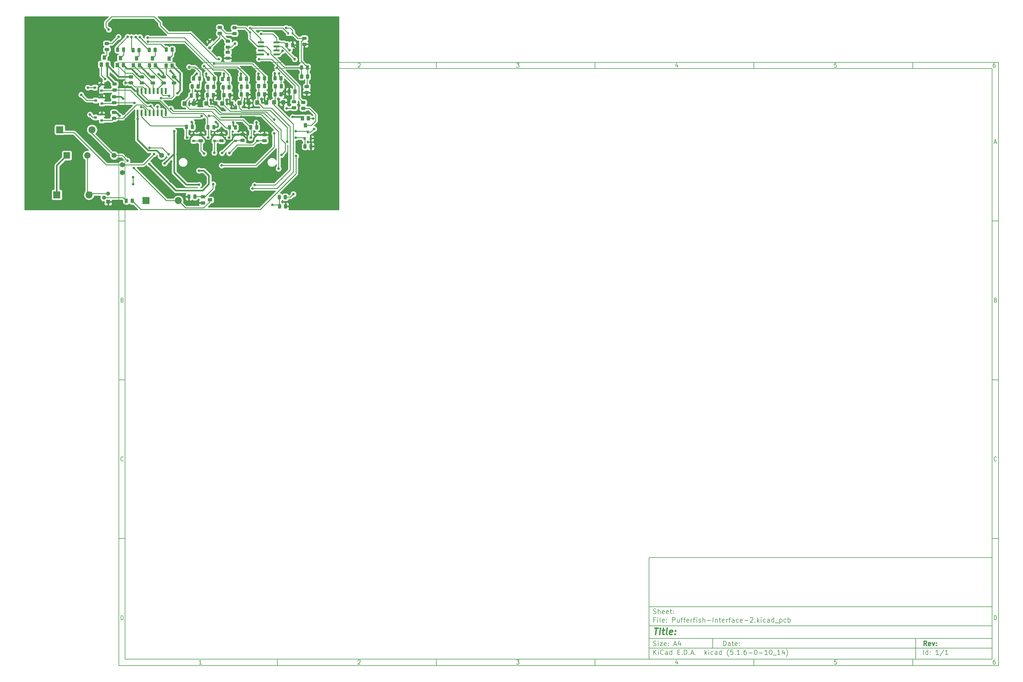
<source format=gbr>
G04 #@! TF.GenerationSoftware,KiCad,Pcbnew,(5.1.6-0-10_14)*
G04 #@! TF.CreationDate,2020-09-30T22:45:02-04:00*
G04 #@! TF.ProjectId,Pufferfish-Interface-2,50756666-6572-4666-9973-682d496e7465,rev?*
G04 #@! TF.SameCoordinates,Original*
G04 #@! TF.FileFunction,Copper,L1,Top*
G04 #@! TF.FilePolarity,Positive*
%FSLAX46Y46*%
G04 Gerber Fmt 4.6, Leading zero omitted, Abs format (unit mm)*
G04 Created by KiCad (PCBNEW (5.1.6-0-10_14)) date 2020-09-30 22:45:02*
%MOMM*%
%LPD*%
G01*
G04 APERTURE LIST*
%ADD10C,0.100000*%
%ADD11C,0.150000*%
%ADD12C,0.300000*%
%ADD13C,0.400000*%
G04 #@! TA.AperFunction,ComponentPad*
%ADD14C,1.600000*%
G04 #@! TD*
G04 #@! TA.AperFunction,SMDPad,CuDef*
%ADD15R,0.800000X0.900000*%
G04 #@! TD*
G04 #@! TA.AperFunction,SMDPad,CuDef*
%ADD16R,1.000000X1.400000*%
G04 #@! TD*
G04 #@! TA.AperFunction,ComponentPad*
%ADD17C,6.350000*%
G04 #@! TD*
G04 #@! TA.AperFunction,ComponentPad*
%ADD18O,2.200000X2.200000*%
G04 #@! TD*
G04 #@! TA.AperFunction,ComponentPad*
%ADD19R,2.200000X2.200000*%
G04 #@! TD*
G04 #@! TA.AperFunction,ComponentPad*
%ADD20R,2.000000X2.000000*%
G04 #@! TD*
G04 #@! TA.AperFunction,ComponentPad*
%ADD21C,2.000000*%
G04 #@! TD*
G04 #@! TA.AperFunction,ComponentPad*
%ADD22C,1.010000*%
G04 #@! TD*
G04 #@! TA.AperFunction,ComponentPad*
%ADD23R,1.300000X1.300000*%
G04 #@! TD*
G04 #@! TA.AperFunction,ComponentPad*
%ADD24C,1.300000*%
G04 #@! TD*
G04 #@! TA.AperFunction,SMDPad,CuDef*
%ADD25R,0.600000X0.700000*%
G04 #@! TD*
G04 #@! TA.AperFunction,SMDPad,CuDef*
%ADD26R,0.700000X0.600000*%
G04 #@! TD*
G04 #@! TA.AperFunction,SMDPad,CuDef*
%ADD27R,1.400000X1.000000*%
G04 #@! TD*
G04 #@! TA.AperFunction,SMDPad,CuDef*
%ADD28R,0.900000X0.800000*%
G04 #@! TD*
G04 #@! TA.AperFunction,ViaPad*
%ADD29C,0.800000*%
G04 #@! TD*
G04 #@! TA.AperFunction,Conductor*
%ADD30C,0.250000*%
G04 #@! TD*
G04 #@! TA.AperFunction,Conductor*
%ADD31C,0.508000*%
G04 #@! TD*
G04 #@! TA.AperFunction,Conductor*
%ADD32C,0.254000*%
G04 #@! TD*
G04 APERTURE END LIST*
D10*
D11*
X177002200Y-166007200D02*
X177002200Y-198007200D01*
X285002200Y-198007200D01*
X285002200Y-166007200D01*
X177002200Y-166007200D01*
D10*
D11*
X10000000Y-10000000D02*
X10000000Y-200007200D01*
X287002200Y-200007200D01*
X287002200Y-10000000D01*
X10000000Y-10000000D01*
D10*
D11*
X12000000Y-12000000D02*
X12000000Y-198007200D01*
X285002200Y-198007200D01*
X285002200Y-12000000D01*
X12000000Y-12000000D01*
D10*
D11*
X60000000Y-12000000D02*
X60000000Y-10000000D01*
D10*
D11*
X110000000Y-12000000D02*
X110000000Y-10000000D01*
D10*
D11*
X160000000Y-12000000D02*
X160000000Y-10000000D01*
D10*
D11*
X210000000Y-12000000D02*
X210000000Y-10000000D01*
D10*
D11*
X260000000Y-12000000D02*
X260000000Y-10000000D01*
D10*
D11*
X36065476Y-11588095D02*
X35322619Y-11588095D01*
X35694047Y-11588095D02*
X35694047Y-10288095D01*
X35570238Y-10473809D01*
X35446428Y-10597619D01*
X35322619Y-10659523D01*
D10*
D11*
X85322619Y-10411904D02*
X85384523Y-10350000D01*
X85508333Y-10288095D01*
X85817857Y-10288095D01*
X85941666Y-10350000D01*
X86003571Y-10411904D01*
X86065476Y-10535714D01*
X86065476Y-10659523D01*
X86003571Y-10845238D01*
X85260714Y-11588095D01*
X86065476Y-11588095D01*
D10*
D11*
X135260714Y-10288095D02*
X136065476Y-10288095D01*
X135632142Y-10783333D01*
X135817857Y-10783333D01*
X135941666Y-10845238D01*
X136003571Y-10907142D01*
X136065476Y-11030952D01*
X136065476Y-11340476D01*
X136003571Y-11464285D01*
X135941666Y-11526190D01*
X135817857Y-11588095D01*
X135446428Y-11588095D01*
X135322619Y-11526190D01*
X135260714Y-11464285D01*
D10*
D11*
X185941666Y-10721428D02*
X185941666Y-11588095D01*
X185632142Y-10226190D02*
X185322619Y-11154761D01*
X186127380Y-11154761D01*
D10*
D11*
X236003571Y-10288095D02*
X235384523Y-10288095D01*
X235322619Y-10907142D01*
X235384523Y-10845238D01*
X235508333Y-10783333D01*
X235817857Y-10783333D01*
X235941666Y-10845238D01*
X236003571Y-10907142D01*
X236065476Y-11030952D01*
X236065476Y-11340476D01*
X236003571Y-11464285D01*
X235941666Y-11526190D01*
X235817857Y-11588095D01*
X235508333Y-11588095D01*
X235384523Y-11526190D01*
X235322619Y-11464285D01*
D10*
D11*
X285941666Y-10288095D02*
X285694047Y-10288095D01*
X285570238Y-10350000D01*
X285508333Y-10411904D01*
X285384523Y-10597619D01*
X285322619Y-10845238D01*
X285322619Y-11340476D01*
X285384523Y-11464285D01*
X285446428Y-11526190D01*
X285570238Y-11588095D01*
X285817857Y-11588095D01*
X285941666Y-11526190D01*
X286003571Y-11464285D01*
X286065476Y-11340476D01*
X286065476Y-11030952D01*
X286003571Y-10907142D01*
X285941666Y-10845238D01*
X285817857Y-10783333D01*
X285570238Y-10783333D01*
X285446428Y-10845238D01*
X285384523Y-10907142D01*
X285322619Y-11030952D01*
D10*
D11*
X60000000Y-198007200D02*
X60000000Y-200007200D01*
D10*
D11*
X110000000Y-198007200D02*
X110000000Y-200007200D01*
D10*
D11*
X160000000Y-198007200D02*
X160000000Y-200007200D01*
D10*
D11*
X210000000Y-198007200D02*
X210000000Y-200007200D01*
D10*
D11*
X260000000Y-198007200D02*
X260000000Y-200007200D01*
D10*
D11*
X36065476Y-199595295D02*
X35322619Y-199595295D01*
X35694047Y-199595295D02*
X35694047Y-198295295D01*
X35570238Y-198481009D01*
X35446428Y-198604819D01*
X35322619Y-198666723D01*
D10*
D11*
X85322619Y-198419104D02*
X85384523Y-198357200D01*
X85508333Y-198295295D01*
X85817857Y-198295295D01*
X85941666Y-198357200D01*
X86003571Y-198419104D01*
X86065476Y-198542914D01*
X86065476Y-198666723D01*
X86003571Y-198852438D01*
X85260714Y-199595295D01*
X86065476Y-199595295D01*
D10*
D11*
X135260714Y-198295295D02*
X136065476Y-198295295D01*
X135632142Y-198790533D01*
X135817857Y-198790533D01*
X135941666Y-198852438D01*
X136003571Y-198914342D01*
X136065476Y-199038152D01*
X136065476Y-199347676D01*
X136003571Y-199471485D01*
X135941666Y-199533390D01*
X135817857Y-199595295D01*
X135446428Y-199595295D01*
X135322619Y-199533390D01*
X135260714Y-199471485D01*
D10*
D11*
X185941666Y-198728628D02*
X185941666Y-199595295D01*
X185632142Y-198233390D02*
X185322619Y-199161961D01*
X186127380Y-199161961D01*
D10*
D11*
X236003571Y-198295295D02*
X235384523Y-198295295D01*
X235322619Y-198914342D01*
X235384523Y-198852438D01*
X235508333Y-198790533D01*
X235817857Y-198790533D01*
X235941666Y-198852438D01*
X236003571Y-198914342D01*
X236065476Y-199038152D01*
X236065476Y-199347676D01*
X236003571Y-199471485D01*
X235941666Y-199533390D01*
X235817857Y-199595295D01*
X235508333Y-199595295D01*
X235384523Y-199533390D01*
X235322619Y-199471485D01*
D10*
D11*
X285941666Y-198295295D02*
X285694047Y-198295295D01*
X285570238Y-198357200D01*
X285508333Y-198419104D01*
X285384523Y-198604819D01*
X285322619Y-198852438D01*
X285322619Y-199347676D01*
X285384523Y-199471485D01*
X285446428Y-199533390D01*
X285570238Y-199595295D01*
X285817857Y-199595295D01*
X285941666Y-199533390D01*
X286003571Y-199471485D01*
X286065476Y-199347676D01*
X286065476Y-199038152D01*
X286003571Y-198914342D01*
X285941666Y-198852438D01*
X285817857Y-198790533D01*
X285570238Y-198790533D01*
X285446428Y-198852438D01*
X285384523Y-198914342D01*
X285322619Y-199038152D01*
D10*
D11*
X10000000Y-60000000D02*
X12000000Y-60000000D01*
D10*
D11*
X10000000Y-110000000D02*
X12000000Y-110000000D01*
D10*
D11*
X10000000Y-160000000D02*
X12000000Y-160000000D01*
D10*
D11*
X10690476Y-35216666D02*
X11309523Y-35216666D01*
X10566666Y-35588095D02*
X11000000Y-34288095D01*
X11433333Y-35588095D01*
D10*
D11*
X11092857Y-84907142D02*
X11278571Y-84969047D01*
X11340476Y-85030952D01*
X11402380Y-85154761D01*
X11402380Y-85340476D01*
X11340476Y-85464285D01*
X11278571Y-85526190D01*
X11154761Y-85588095D01*
X10659523Y-85588095D01*
X10659523Y-84288095D01*
X11092857Y-84288095D01*
X11216666Y-84350000D01*
X11278571Y-84411904D01*
X11340476Y-84535714D01*
X11340476Y-84659523D01*
X11278571Y-84783333D01*
X11216666Y-84845238D01*
X11092857Y-84907142D01*
X10659523Y-84907142D01*
D10*
D11*
X11402380Y-135464285D02*
X11340476Y-135526190D01*
X11154761Y-135588095D01*
X11030952Y-135588095D01*
X10845238Y-135526190D01*
X10721428Y-135402380D01*
X10659523Y-135278571D01*
X10597619Y-135030952D01*
X10597619Y-134845238D01*
X10659523Y-134597619D01*
X10721428Y-134473809D01*
X10845238Y-134350000D01*
X11030952Y-134288095D01*
X11154761Y-134288095D01*
X11340476Y-134350000D01*
X11402380Y-134411904D01*
D10*
D11*
X10659523Y-185588095D02*
X10659523Y-184288095D01*
X10969047Y-184288095D01*
X11154761Y-184350000D01*
X11278571Y-184473809D01*
X11340476Y-184597619D01*
X11402380Y-184845238D01*
X11402380Y-185030952D01*
X11340476Y-185278571D01*
X11278571Y-185402380D01*
X11154761Y-185526190D01*
X10969047Y-185588095D01*
X10659523Y-185588095D01*
D10*
D11*
X287002200Y-60000000D02*
X285002200Y-60000000D01*
D10*
D11*
X287002200Y-110000000D02*
X285002200Y-110000000D01*
D10*
D11*
X287002200Y-160000000D02*
X285002200Y-160000000D01*
D10*
D11*
X285692676Y-35216666D02*
X286311723Y-35216666D01*
X285568866Y-35588095D02*
X286002200Y-34288095D01*
X286435533Y-35588095D01*
D10*
D11*
X286095057Y-84907142D02*
X286280771Y-84969047D01*
X286342676Y-85030952D01*
X286404580Y-85154761D01*
X286404580Y-85340476D01*
X286342676Y-85464285D01*
X286280771Y-85526190D01*
X286156961Y-85588095D01*
X285661723Y-85588095D01*
X285661723Y-84288095D01*
X286095057Y-84288095D01*
X286218866Y-84350000D01*
X286280771Y-84411904D01*
X286342676Y-84535714D01*
X286342676Y-84659523D01*
X286280771Y-84783333D01*
X286218866Y-84845238D01*
X286095057Y-84907142D01*
X285661723Y-84907142D01*
D10*
D11*
X286404580Y-135464285D02*
X286342676Y-135526190D01*
X286156961Y-135588095D01*
X286033152Y-135588095D01*
X285847438Y-135526190D01*
X285723628Y-135402380D01*
X285661723Y-135278571D01*
X285599819Y-135030952D01*
X285599819Y-134845238D01*
X285661723Y-134597619D01*
X285723628Y-134473809D01*
X285847438Y-134350000D01*
X286033152Y-134288095D01*
X286156961Y-134288095D01*
X286342676Y-134350000D01*
X286404580Y-134411904D01*
D10*
D11*
X285661723Y-185588095D02*
X285661723Y-184288095D01*
X285971247Y-184288095D01*
X286156961Y-184350000D01*
X286280771Y-184473809D01*
X286342676Y-184597619D01*
X286404580Y-184845238D01*
X286404580Y-185030952D01*
X286342676Y-185278571D01*
X286280771Y-185402380D01*
X286156961Y-185526190D01*
X285971247Y-185588095D01*
X285661723Y-185588095D01*
D10*
D11*
X200434342Y-193785771D02*
X200434342Y-192285771D01*
X200791485Y-192285771D01*
X201005771Y-192357200D01*
X201148628Y-192500057D01*
X201220057Y-192642914D01*
X201291485Y-192928628D01*
X201291485Y-193142914D01*
X201220057Y-193428628D01*
X201148628Y-193571485D01*
X201005771Y-193714342D01*
X200791485Y-193785771D01*
X200434342Y-193785771D01*
X202577200Y-193785771D02*
X202577200Y-193000057D01*
X202505771Y-192857200D01*
X202362914Y-192785771D01*
X202077200Y-192785771D01*
X201934342Y-192857200D01*
X202577200Y-193714342D02*
X202434342Y-193785771D01*
X202077200Y-193785771D01*
X201934342Y-193714342D01*
X201862914Y-193571485D01*
X201862914Y-193428628D01*
X201934342Y-193285771D01*
X202077200Y-193214342D01*
X202434342Y-193214342D01*
X202577200Y-193142914D01*
X203077200Y-192785771D02*
X203648628Y-192785771D01*
X203291485Y-192285771D02*
X203291485Y-193571485D01*
X203362914Y-193714342D01*
X203505771Y-193785771D01*
X203648628Y-193785771D01*
X204720057Y-193714342D02*
X204577200Y-193785771D01*
X204291485Y-193785771D01*
X204148628Y-193714342D01*
X204077200Y-193571485D01*
X204077200Y-193000057D01*
X204148628Y-192857200D01*
X204291485Y-192785771D01*
X204577200Y-192785771D01*
X204720057Y-192857200D01*
X204791485Y-193000057D01*
X204791485Y-193142914D01*
X204077200Y-193285771D01*
X205434342Y-193642914D02*
X205505771Y-193714342D01*
X205434342Y-193785771D01*
X205362914Y-193714342D01*
X205434342Y-193642914D01*
X205434342Y-193785771D01*
X205434342Y-192857200D02*
X205505771Y-192928628D01*
X205434342Y-193000057D01*
X205362914Y-192928628D01*
X205434342Y-192857200D01*
X205434342Y-193000057D01*
D10*
D11*
X177002200Y-194507200D02*
X285002200Y-194507200D01*
D10*
D11*
X178434342Y-196585771D02*
X178434342Y-195085771D01*
X179291485Y-196585771D02*
X178648628Y-195728628D01*
X179291485Y-195085771D02*
X178434342Y-195942914D01*
X179934342Y-196585771D02*
X179934342Y-195585771D01*
X179934342Y-195085771D02*
X179862914Y-195157200D01*
X179934342Y-195228628D01*
X180005771Y-195157200D01*
X179934342Y-195085771D01*
X179934342Y-195228628D01*
X181505771Y-196442914D02*
X181434342Y-196514342D01*
X181220057Y-196585771D01*
X181077200Y-196585771D01*
X180862914Y-196514342D01*
X180720057Y-196371485D01*
X180648628Y-196228628D01*
X180577200Y-195942914D01*
X180577200Y-195728628D01*
X180648628Y-195442914D01*
X180720057Y-195300057D01*
X180862914Y-195157200D01*
X181077200Y-195085771D01*
X181220057Y-195085771D01*
X181434342Y-195157200D01*
X181505771Y-195228628D01*
X182791485Y-196585771D02*
X182791485Y-195800057D01*
X182720057Y-195657200D01*
X182577200Y-195585771D01*
X182291485Y-195585771D01*
X182148628Y-195657200D01*
X182791485Y-196514342D02*
X182648628Y-196585771D01*
X182291485Y-196585771D01*
X182148628Y-196514342D01*
X182077200Y-196371485D01*
X182077200Y-196228628D01*
X182148628Y-196085771D01*
X182291485Y-196014342D01*
X182648628Y-196014342D01*
X182791485Y-195942914D01*
X184148628Y-196585771D02*
X184148628Y-195085771D01*
X184148628Y-196514342D02*
X184005771Y-196585771D01*
X183720057Y-196585771D01*
X183577200Y-196514342D01*
X183505771Y-196442914D01*
X183434342Y-196300057D01*
X183434342Y-195871485D01*
X183505771Y-195728628D01*
X183577200Y-195657200D01*
X183720057Y-195585771D01*
X184005771Y-195585771D01*
X184148628Y-195657200D01*
X186005771Y-195800057D02*
X186505771Y-195800057D01*
X186720057Y-196585771D02*
X186005771Y-196585771D01*
X186005771Y-195085771D01*
X186720057Y-195085771D01*
X187362914Y-196442914D02*
X187434342Y-196514342D01*
X187362914Y-196585771D01*
X187291485Y-196514342D01*
X187362914Y-196442914D01*
X187362914Y-196585771D01*
X188077200Y-196585771D02*
X188077200Y-195085771D01*
X188434342Y-195085771D01*
X188648628Y-195157200D01*
X188791485Y-195300057D01*
X188862914Y-195442914D01*
X188934342Y-195728628D01*
X188934342Y-195942914D01*
X188862914Y-196228628D01*
X188791485Y-196371485D01*
X188648628Y-196514342D01*
X188434342Y-196585771D01*
X188077200Y-196585771D01*
X189577200Y-196442914D02*
X189648628Y-196514342D01*
X189577200Y-196585771D01*
X189505771Y-196514342D01*
X189577200Y-196442914D01*
X189577200Y-196585771D01*
X190220057Y-196157200D02*
X190934342Y-196157200D01*
X190077200Y-196585771D02*
X190577200Y-195085771D01*
X191077200Y-196585771D01*
X191577200Y-196442914D02*
X191648628Y-196514342D01*
X191577200Y-196585771D01*
X191505771Y-196514342D01*
X191577200Y-196442914D01*
X191577200Y-196585771D01*
X194577200Y-196585771D02*
X194577200Y-195085771D01*
X194720057Y-196014342D02*
X195148628Y-196585771D01*
X195148628Y-195585771D02*
X194577200Y-196157200D01*
X195791485Y-196585771D02*
X195791485Y-195585771D01*
X195791485Y-195085771D02*
X195720057Y-195157200D01*
X195791485Y-195228628D01*
X195862914Y-195157200D01*
X195791485Y-195085771D01*
X195791485Y-195228628D01*
X197148628Y-196514342D02*
X197005771Y-196585771D01*
X196720057Y-196585771D01*
X196577200Y-196514342D01*
X196505771Y-196442914D01*
X196434342Y-196300057D01*
X196434342Y-195871485D01*
X196505771Y-195728628D01*
X196577200Y-195657200D01*
X196720057Y-195585771D01*
X197005771Y-195585771D01*
X197148628Y-195657200D01*
X198434342Y-196585771D02*
X198434342Y-195800057D01*
X198362914Y-195657200D01*
X198220057Y-195585771D01*
X197934342Y-195585771D01*
X197791485Y-195657200D01*
X198434342Y-196514342D02*
X198291485Y-196585771D01*
X197934342Y-196585771D01*
X197791485Y-196514342D01*
X197720057Y-196371485D01*
X197720057Y-196228628D01*
X197791485Y-196085771D01*
X197934342Y-196014342D01*
X198291485Y-196014342D01*
X198434342Y-195942914D01*
X199791485Y-196585771D02*
X199791485Y-195085771D01*
X199791485Y-196514342D02*
X199648628Y-196585771D01*
X199362914Y-196585771D01*
X199220057Y-196514342D01*
X199148628Y-196442914D01*
X199077200Y-196300057D01*
X199077200Y-195871485D01*
X199148628Y-195728628D01*
X199220057Y-195657200D01*
X199362914Y-195585771D01*
X199648628Y-195585771D01*
X199791485Y-195657200D01*
X202077200Y-197157200D02*
X202005771Y-197085771D01*
X201862914Y-196871485D01*
X201791485Y-196728628D01*
X201720057Y-196514342D01*
X201648628Y-196157200D01*
X201648628Y-195871485D01*
X201720057Y-195514342D01*
X201791485Y-195300057D01*
X201862914Y-195157200D01*
X202005771Y-194942914D01*
X202077200Y-194871485D01*
X203362914Y-195085771D02*
X202648628Y-195085771D01*
X202577200Y-195800057D01*
X202648628Y-195728628D01*
X202791485Y-195657200D01*
X203148628Y-195657200D01*
X203291485Y-195728628D01*
X203362914Y-195800057D01*
X203434342Y-195942914D01*
X203434342Y-196300057D01*
X203362914Y-196442914D01*
X203291485Y-196514342D01*
X203148628Y-196585771D01*
X202791485Y-196585771D01*
X202648628Y-196514342D01*
X202577200Y-196442914D01*
X204077200Y-196442914D02*
X204148628Y-196514342D01*
X204077200Y-196585771D01*
X204005771Y-196514342D01*
X204077200Y-196442914D01*
X204077200Y-196585771D01*
X205577200Y-196585771D02*
X204720057Y-196585771D01*
X205148628Y-196585771D02*
X205148628Y-195085771D01*
X205005771Y-195300057D01*
X204862914Y-195442914D01*
X204720057Y-195514342D01*
X206220057Y-196442914D02*
X206291485Y-196514342D01*
X206220057Y-196585771D01*
X206148628Y-196514342D01*
X206220057Y-196442914D01*
X206220057Y-196585771D01*
X207577200Y-195085771D02*
X207291485Y-195085771D01*
X207148628Y-195157200D01*
X207077200Y-195228628D01*
X206934342Y-195442914D01*
X206862914Y-195728628D01*
X206862914Y-196300057D01*
X206934342Y-196442914D01*
X207005771Y-196514342D01*
X207148628Y-196585771D01*
X207434342Y-196585771D01*
X207577200Y-196514342D01*
X207648628Y-196442914D01*
X207720057Y-196300057D01*
X207720057Y-195942914D01*
X207648628Y-195800057D01*
X207577200Y-195728628D01*
X207434342Y-195657200D01*
X207148628Y-195657200D01*
X207005771Y-195728628D01*
X206934342Y-195800057D01*
X206862914Y-195942914D01*
X208362914Y-196014342D02*
X209505771Y-196014342D01*
X210505771Y-195085771D02*
X210648628Y-195085771D01*
X210791485Y-195157200D01*
X210862914Y-195228628D01*
X210934342Y-195371485D01*
X211005771Y-195657200D01*
X211005771Y-196014342D01*
X210934342Y-196300057D01*
X210862914Y-196442914D01*
X210791485Y-196514342D01*
X210648628Y-196585771D01*
X210505771Y-196585771D01*
X210362914Y-196514342D01*
X210291485Y-196442914D01*
X210220057Y-196300057D01*
X210148628Y-196014342D01*
X210148628Y-195657200D01*
X210220057Y-195371485D01*
X210291485Y-195228628D01*
X210362914Y-195157200D01*
X210505771Y-195085771D01*
X211648628Y-196014342D02*
X212791485Y-196014342D01*
X214291485Y-196585771D02*
X213434342Y-196585771D01*
X213862914Y-196585771D02*
X213862914Y-195085771D01*
X213720057Y-195300057D01*
X213577200Y-195442914D01*
X213434342Y-195514342D01*
X215220057Y-195085771D02*
X215362914Y-195085771D01*
X215505771Y-195157200D01*
X215577200Y-195228628D01*
X215648628Y-195371485D01*
X215720057Y-195657200D01*
X215720057Y-196014342D01*
X215648628Y-196300057D01*
X215577200Y-196442914D01*
X215505771Y-196514342D01*
X215362914Y-196585771D01*
X215220057Y-196585771D01*
X215077200Y-196514342D01*
X215005771Y-196442914D01*
X214934342Y-196300057D01*
X214862914Y-196014342D01*
X214862914Y-195657200D01*
X214934342Y-195371485D01*
X215005771Y-195228628D01*
X215077200Y-195157200D01*
X215220057Y-195085771D01*
X216005771Y-196728628D02*
X217148628Y-196728628D01*
X218291485Y-196585771D02*
X217434342Y-196585771D01*
X217862914Y-196585771D02*
X217862914Y-195085771D01*
X217720057Y-195300057D01*
X217577200Y-195442914D01*
X217434342Y-195514342D01*
X219577200Y-195585771D02*
X219577200Y-196585771D01*
X219220057Y-195014342D02*
X218862914Y-196085771D01*
X219791485Y-196085771D01*
X220220057Y-197157200D02*
X220291485Y-197085771D01*
X220434342Y-196871485D01*
X220505771Y-196728628D01*
X220577200Y-196514342D01*
X220648628Y-196157200D01*
X220648628Y-195871485D01*
X220577200Y-195514342D01*
X220505771Y-195300057D01*
X220434342Y-195157200D01*
X220291485Y-194942914D01*
X220220057Y-194871485D01*
D10*
D11*
X177002200Y-191507200D02*
X285002200Y-191507200D01*
D10*
D12*
X264411485Y-193785771D02*
X263911485Y-193071485D01*
X263554342Y-193785771D02*
X263554342Y-192285771D01*
X264125771Y-192285771D01*
X264268628Y-192357200D01*
X264340057Y-192428628D01*
X264411485Y-192571485D01*
X264411485Y-192785771D01*
X264340057Y-192928628D01*
X264268628Y-193000057D01*
X264125771Y-193071485D01*
X263554342Y-193071485D01*
X265625771Y-193714342D02*
X265482914Y-193785771D01*
X265197200Y-193785771D01*
X265054342Y-193714342D01*
X264982914Y-193571485D01*
X264982914Y-193000057D01*
X265054342Y-192857200D01*
X265197200Y-192785771D01*
X265482914Y-192785771D01*
X265625771Y-192857200D01*
X265697200Y-193000057D01*
X265697200Y-193142914D01*
X264982914Y-193285771D01*
X266197200Y-192785771D02*
X266554342Y-193785771D01*
X266911485Y-192785771D01*
X267482914Y-193642914D02*
X267554342Y-193714342D01*
X267482914Y-193785771D01*
X267411485Y-193714342D01*
X267482914Y-193642914D01*
X267482914Y-193785771D01*
X267482914Y-192857200D02*
X267554342Y-192928628D01*
X267482914Y-193000057D01*
X267411485Y-192928628D01*
X267482914Y-192857200D01*
X267482914Y-193000057D01*
D10*
D11*
X178362914Y-193714342D02*
X178577200Y-193785771D01*
X178934342Y-193785771D01*
X179077200Y-193714342D01*
X179148628Y-193642914D01*
X179220057Y-193500057D01*
X179220057Y-193357200D01*
X179148628Y-193214342D01*
X179077200Y-193142914D01*
X178934342Y-193071485D01*
X178648628Y-193000057D01*
X178505771Y-192928628D01*
X178434342Y-192857200D01*
X178362914Y-192714342D01*
X178362914Y-192571485D01*
X178434342Y-192428628D01*
X178505771Y-192357200D01*
X178648628Y-192285771D01*
X179005771Y-192285771D01*
X179220057Y-192357200D01*
X179862914Y-193785771D02*
X179862914Y-192785771D01*
X179862914Y-192285771D02*
X179791485Y-192357200D01*
X179862914Y-192428628D01*
X179934342Y-192357200D01*
X179862914Y-192285771D01*
X179862914Y-192428628D01*
X180434342Y-192785771D02*
X181220057Y-192785771D01*
X180434342Y-193785771D01*
X181220057Y-193785771D01*
X182362914Y-193714342D02*
X182220057Y-193785771D01*
X181934342Y-193785771D01*
X181791485Y-193714342D01*
X181720057Y-193571485D01*
X181720057Y-193000057D01*
X181791485Y-192857200D01*
X181934342Y-192785771D01*
X182220057Y-192785771D01*
X182362914Y-192857200D01*
X182434342Y-193000057D01*
X182434342Y-193142914D01*
X181720057Y-193285771D01*
X183077200Y-193642914D02*
X183148628Y-193714342D01*
X183077200Y-193785771D01*
X183005771Y-193714342D01*
X183077200Y-193642914D01*
X183077200Y-193785771D01*
X183077200Y-192857200D02*
X183148628Y-192928628D01*
X183077200Y-193000057D01*
X183005771Y-192928628D01*
X183077200Y-192857200D01*
X183077200Y-193000057D01*
X184862914Y-193357200D02*
X185577200Y-193357200D01*
X184720057Y-193785771D02*
X185220057Y-192285771D01*
X185720057Y-193785771D01*
X186862914Y-192785771D02*
X186862914Y-193785771D01*
X186505771Y-192214342D02*
X186148628Y-193285771D01*
X187077200Y-193285771D01*
D10*
D11*
X263434342Y-196585771D02*
X263434342Y-195085771D01*
X264791485Y-196585771D02*
X264791485Y-195085771D01*
X264791485Y-196514342D02*
X264648628Y-196585771D01*
X264362914Y-196585771D01*
X264220057Y-196514342D01*
X264148628Y-196442914D01*
X264077200Y-196300057D01*
X264077200Y-195871485D01*
X264148628Y-195728628D01*
X264220057Y-195657200D01*
X264362914Y-195585771D01*
X264648628Y-195585771D01*
X264791485Y-195657200D01*
X265505771Y-196442914D02*
X265577200Y-196514342D01*
X265505771Y-196585771D01*
X265434342Y-196514342D01*
X265505771Y-196442914D01*
X265505771Y-196585771D01*
X265505771Y-195657200D02*
X265577200Y-195728628D01*
X265505771Y-195800057D01*
X265434342Y-195728628D01*
X265505771Y-195657200D01*
X265505771Y-195800057D01*
X268148628Y-196585771D02*
X267291485Y-196585771D01*
X267720057Y-196585771D02*
X267720057Y-195085771D01*
X267577200Y-195300057D01*
X267434342Y-195442914D01*
X267291485Y-195514342D01*
X269862914Y-195014342D02*
X268577200Y-196942914D01*
X271148628Y-196585771D02*
X270291485Y-196585771D01*
X270720057Y-196585771D02*
X270720057Y-195085771D01*
X270577200Y-195300057D01*
X270434342Y-195442914D01*
X270291485Y-195514342D01*
D10*
D11*
X177002200Y-187507200D02*
X285002200Y-187507200D01*
D10*
D13*
X178714580Y-188211961D02*
X179857438Y-188211961D01*
X179036009Y-190211961D02*
X179286009Y-188211961D01*
X180274104Y-190211961D02*
X180440771Y-188878628D01*
X180524104Y-188211961D02*
X180416961Y-188307200D01*
X180500295Y-188402438D01*
X180607438Y-188307200D01*
X180524104Y-188211961D01*
X180500295Y-188402438D01*
X181107438Y-188878628D02*
X181869342Y-188878628D01*
X181476485Y-188211961D02*
X181262200Y-189926247D01*
X181333628Y-190116723D01*
X181512200Y-190211961D01*
X181702676Y-190211961D01*
X182655057Y-190211961D02*
X182476485Y-190116723D01*
X182405057Y-189926247D01*
X182619342Y-188211961D01*
X184190771Y-190116723D02*
X183988390Y-190211961D01*
X183607438Y-190211961D01*
X183428866Y-190116723D01*
X183357438Y-189926247D01*
X183452676Y-189164342D01*
X183571723Y-188973866D01*
X183774104Y-188878628D01*
X184155057Y-188878628D01*
X184333628Y-188973866D01*
X184405057Y-189164342D01*
X184381247Y-189354819D01*
X183405057Y-189545295D01*
X185155057Y-190021485D02*
X185238390Y-190116723D01*
X185131247Y-190211961D01*
X185047914Y-190116723D01*
X185155057Y-190021485D01*
X185131247Y-190211961D01*
X185286009Y-188973866D02*
X185369342Y-189069104D01*
X185262200Y-189164342D01*
X185178866Y-189069104D01*
X185286009Y-188973866D01*
X185262200Y-189164342D01*
D10*
D11*
X178934342Y-185600057D02*
X178434342Y-185600057D01*
X178434342Y-186385771D02*
X178434342Y-184885771D01*
X179148628Y-184885771D01*
X179720057Y-186385771D02*
X179720057Y-185385771D01*
X179720057Y-184885771D02*
X179648628Y-184957200D01*
X179720057Y-185028628D01*
X179791485Y-184957200D01*
X179720057Y-184885771D01*
X179720057Y-185028628D01*
X180648628Y-186385771D02*
X180505771Y-186314342D01*
X180434342Y-186171485D01*
X180434342Y-184885771D01*
X181791485Y-186314342D02*
X181648628Y-186385771D01*
X181362914Y-186385771D01*
X181220057Y-186314342D01*
X181148628Y-186171485D01*
X181148628Y-185600057D01*
X181220057Y-185457200D01*
X181362914Y-185385771D01*
X181648628Y-185385771D01*
X181791485Y-185457200D01*
X181862914Y-185600057D01*
X181862914Y-185742914D01*
X181148628Y-185885771D01*
X182505771Y-186242914D02*
X182577200Y-186314342D01*
X182505771Y-186385771D01*
X182434342Y-186314342D01*
X182505771Y-186242914D01*
X182505771Y-186385771D01*
X182505771Y-185457200D02*
X182577200Y-185528628D01*
X182505771Y-185600057D01*
X182434342Y-185528628D01*
X182505771Y-185457200D01*
X182505771Y-185600057D01*
X184362914Y-186385771D02*
X184362914Y-184885771D01*
X184934342Y-184885771D01*
X185077200Y-184957200D01*
X185148628Y-185028628D01*
X185220057Y-185171485D01*
X185220057Y-185385771D01*
X185148628Y-185528628D01*
X185077200Y-185600057D01*
X184934342Y-185671485D01*
X184362914Y-185671485D01*
X186505771Y-185385771D02*
X186505771Y-186385771D01*
X185862914Y-185385771D02*
X185862914Y-186171485D01*
X185934342Y-186314342D01*
X186077200Y-186385771D01*
X186291485Y-186385771D01*
X186434342Y-186314342D01*
X186505771Y-186242914D01*
X187005771Y-185385771D02*
X187577200Y-185385771D01*
X187220057Y-186385771D02*
X187220057Y-185100057D01*
X187291485Y-184957200D01*
X187434342Y-184885771D01*
X187577200Y-184885771D01*
X187862914Y-185385771D02*
X188434342Y-185385771D01*
X188077200Y-186385771D02*
X188077200Y-185100057D01*
X188148628Y-184957200D01*
X188291485Y-184885771D01*
X188434342Y-184885771D01*
X189505771Y-186314342D02*
X189362914Y-186385771D01*
X189077200Y-186385771D01*
X188934342Y-186314342D01*
X188862914Y-186171485D01*
X188862914Y-185600057D01*
X188934342Y-185457200D01*
X189077200Y-185385771D01*
X189362914Y-185385771D01*
X189505771Y-185457200D01*
X189577200Y-185600057D01*
X189577200Y-185742914D01*
X188862914Y-185885771D01*
X190220057Y-186385771D02*
X190220057Y-185385771D01*
X190220057Y-185671485D02*
X190291485Y-185528628D01*
X190362914Y-185457200D01*
X190505771Y-185385771D01*
X190648628Y-185385771D01*
X190934342Y-185385771D02*
X191505771Y-185385771D01*
X191148628Y-186385771D02*
X191148628Y-185100057D01*
X191220057Y-184957200D01*
X191362914Y-184885771D01*
X191505771Y-184885771D01*
X192005771Y-186385771D02*
X192005771Y-185385771D01*
X192005771Y-184885771D02*
X191934342Y-184957200D01*
X192005771Y-185028628D01*
X192077200Y-184957200D01*
X192005771Y-184885771D01*
X192005771Y-185028628D01*
X192648628Y-186314342D02*
X192791485Y-186385771D01*
X193077200Y-186385771D01*
X193220057Y-186314342D01*
X193291485Y-186171485D01*
X193291485Y-186100057D01*
X193220057Y-185957200D01*
X193077200Y-185885771D01*
X192862914Y-185885771D01*
X192720057Y-185814342D01*
X192648628Y-185671485D01*
X192648628Y-185600057D01*
X192720057Y-185457200D01*
X192862914Y-185385771D01*
X193077200Y-185385771D01*
X193220057Y-185457200D01*
X193934342Y-186385771D02*
X193934342Y-184885771D01*
X194577200Y-186385771D02*
X194577200Y-185600057D01*
X194505771Y-185457200D01*
X194362914Y-185385771D01*
X194148628Y-185385771D01*
X194005771Y-185457200D01*
X193934342Y-185528628D01*
X195291485Y-185814342D02*
X196434342Y-185814342D01*
X197148628Y-186385771D02*
X197148628Y-184885771D01*
X197862914Y-185385771D02*
X197862914Y-186385771D01*
X197862914Y-185528628D02*
X197934342Y-185457200D01*
X198077200Y-185385771D01*
X198291485Y-185385771D01*
X198434342Y-185457200D01*
X198505771Y-185600057D01*
X198505771Y-186385771D01*
X199005771Y-185385771D02*
X199577200Y-185385771D01*
X199220057Y-184885771D02*
X199220057Y-186171485D01*
X199291485Y-186314342D01*
X199434342Y-186385771D01*
X199577200Y-186385771D01*
X200648628Y-186314342D02*
X200505771Y-186385771D01*
X200220057Y-186385771D01*
X200077200Y-186314342D01*
X200005771Y-186171485D01*
X200005771Y-185600057D01*
X200077200Y-185457200D01*
X200220057Y-185385771D01*
X200505771Y-185385771D01*
X200648628Y-185457200D01*
X200720057Y-185600057D01*
X200720057Y-185742914D01*
X200005771Y-185885771D01*
X201362914Y-186385771D02*
X201362914Y-185385771D01*
X201362914Y-185671485D02*
X201434342Y-185528628D01*
X201505771Y-185457200D01*
X201648628Y-185385771D01*
X201791485Y-185385771D01*
X202077200Y-185385771D02*
X202648628Y-185385771D01*
X202291485Y-186385771D02*
X202291485Y-185100057D01*
X202362914Y-184957200D01*
X202505771Y-184885771D01*
X202648628Y-184885771D01*
X203791485Y-186385771D02*
X203791485Y-185600057D01*
X203720057Y-185457200D01*
X203577200Y-185385771D01*
X203291485Y-185385771D01*
X203148628Y-185457200D01*
X203791485Y-186314342D02*
X203648628Y-186385771D01*
X203291485Y-186385771D01*
X203148628Y-186314342D01*
X203077200Y-186171485D01*
X203077200Y-186028628D01*
X203148628Y-185885771D01*
X203291485Y-185814342D01*
X203648628Y-185814342D01*
X203791485Y-185742914D01*
X205148628Y-186314342D02*
X205005771Y-186385771D01*
X204720057Y-186385771D01*
X204577200Y-186314342D01*
X204505771Y-186242914D01*
X204434342Y-186100057D01*
X204434342Y-185671485D01*
X204505771Y-185528628D01*
X204577200Y-185457200D01*
X204720057Y-185385771D01*
X205005771Y-185385771D01*
X205148628Y-185457200D01*
X206362914Y-186314342D02*
X206220057Y-186385771D01*
X205934342Y-186385771D01*
X205791485Y-186314342D01*
X205720057Y-186171485D01*
X205720057Y-185600057D01*
X205791485Y-185457200D01*
X205934342Y-185385771D01*
X206220057Y-185385771D01*
X206362914Y-185457200D01*
X206434342Y-185600057D01*
X206434342Y-185742914D01*
X205720057Y-185885771D01*
X207077200Y-185814342D02*
X208220057Y-185814342D01*
X208862914Y-185028628D02*
X208934342Y-184957200D01*
X209077200Y-184885771D01*
X209434342Y-184885771D01*
X209577200Y-184957200D01*
X209648628Y-185028628D01*
X209720057Y-185171485D01*
X209720057Y-185314342D01*
X209648628Y-185528628D01*
X208791485Y-186385771D01*
X209720057Y-186385771D01*
X210362914Y-186242914D02*
X210434342Y-186314342D01*
X210362914Y-186385771D01*
X210291485Y-186314342D01*
X210362914Y-186242914D01*
X210362914Y-186385771D01*
X211077200Y-186385771D02*
X211077200Y-184885771D01*
X211220057Y-185814342D02*
X211648628Y-186385771D01*
X211648628Y-185385771D02*
X211077200Y-185957200D01*
X212291485Y-186385771D02*
X212291485Y-185385771D01*
X212291485Y-184885771D02*
X212220057Y-184957200D01*
X212291485Y-185028628D01*
X212362914Y-184957200D01*
X212291485Y-184885771D01*
X212291485Y-185028628D01*
X213648628Y-186314342D02*
X213505771Y-186385771D01*
X213220057Y-186385771D01*
X213077200Y-186314342D01*
X213005771Y-186242914D01*
X212934342Y-186100057D01*
X212934342Y-185671485D01*
X213005771Y-185528628D01*
X213077200Y-185457200D01*
X213220057Y-185385771D01*
X213505771Y-185385771D01*
X213648628Y-185457200D01*
X214934342Y-186385771D02*
X214934342Y-185600057D01*
X214862914Y-185457200D01*
X214720057Y-185385771D01*
X214434342Y-185385771D01*
X214291485Y-185457200D01*
X214934342Y-186314342D02*
X214791485Y-186385771D01*
X214434342Y-186385771D01*
X214291485Y-186314342D01*
X214220057Y-186171485D01*
X214220057Y-186028628D01*
X214291485Y-185885771D01*
X214434342Y-185814342D01*
X214791485Y-185814342D01*
X214934342Y-185742914D01*
X216291485Y-186385771D02*
X216291485Y-184885771D01*
X216291485Y-186314342D02*
X216148628Y-186385771D01*
X215862914Y-186385771D01*
X215720057Y-186314342D01*
X215648628Y-186242914D01*
X215577200Y-186100057D01*
X215577200Y-185671485D01*
X215648628Y-185528628D01*
X215720057Y-185457200D01*
X215862914Y-185385771D01*
X216148628Y-185385771D01*
X216291485Y-185457200D01*
X216648628Y-186528628D02*
X217791485Y-186528628D01*
X218148628Y-185385771D02*
X218148628Y-186885771D01*
X218148628Y-185457200D02*
X218291485Y-185385771D01*
X218577200Y-185385771D01*
X218720057Y-185457200D01*
X218791485Y-185528628D01*
X218862914Y-185671485D01*
X218862914Y-186100057D01*
X218791485Y-186242914D01*
X218720057Y-186314342D01*
X218577200Y-186385771D01*
X218291485Y-186385771D01*
X218148628Y-186314342D01*
X220148628Y-186314342D02*
X220005771Y-186385771D01*
X219720057Y-186385771D01*
X219577200Y-186314342D01*
X219505771Y-186242914D01*
X219434342Y-186100057D01*
X219434342Y-185671485D01*
X219505771Y-185528628D01*
X219577200Y-185457200D01*
X219720057Y-185385771D01*
X220005771Y-185385771D01*
X220148628Y-185457200D01*
X220791485Y-186385771D02*
X220791485Y-184885771D01*
X220791485Y-185457200D02*
X220934342Y-185385771D01*
X221220057Y-185385771D01*
X221362914Y-185457200D01*
X221434342Y-185528628D01*
X221505771Y-185671485D01*
X221505771Y-186100057D01*
X221434342Y-186242914D01*
X221362914Y-186314342D01*
X221220057Y-186385771D01*
X220934342Y-186385771D01*
X220791485Y-186314342D01*
D10*
D11*
X177002200Y-181507200D02*
X285002200Y-181507200D01*
D10*
D11*
X178362914Y-183614342D02*
X178577200Y-183685771D01*
X178934342Y-183685771D01*
X179077200Y-183614342D01*
X179148628Y-183542914D01*
X179220057Y-183400057D01*
X179220057Y-183257200D01*
X179148628Y-183114342D01*
X179077200Y-183042914D01*
X178934342Y-182971485D01*
X178648628Y-182900057D01*
X178505771Y-182828628D01*
X178434342Y-182757200D01*
X178362914Y-182614342D01*
X178362914Y-182471485D01*
X178434342Y-182328628D01*
X178505771Y-182257200D01*
X178648628Y-182185771D01*
X179005771Y-182185771D01*
X179220057Y-182257200D01*
X179862914Y-183685771D02*
X179862914Y-182185771D01*
X180505771Y-183685771D02*
X180505771Y-182900057D01*
X180434342Y-182757200D01*
X180291485Y-182685771D01*
X180077200Y-182685771D01*
X179934342Y-182757200D01*
X179862914Y-182828628D01*
X181791485Y-183614342D02*
X181648628Y-183685771D01*
X181362914Y-183685771D01*
X181220057Y-183614342D01*
X181148628Y-183471485D01*
X181148628Y-182900057D01*
X181220057Y-182757200D01*
X181362914Y-182685771D01*
X181648628Y-182685771D01*
X181791485Y-182757200D01*
X181862914Y-182900057D01*
X181862914Y-183042914D01*
X181148628Y-183185771D01*
X183077200Y-183614342D02*
X182934342Y-183685771D01*
X182648628Y-183685771D01*
X182505771Y-183614342D01*
X182434342Y-183471485D01*
X182434342Y-182900057D01*
X182505771Y-182757200D01*
X182648628Y-182685771D01*
X182934342Y-182685771D01*
X183077200Y-182757200D01*
X183148628Y-182900057D01*
X183148628Y-183042914D01*
X182434342Y-183185771D01*
X183577200Y-182685771D02*
X184148628Y-182685771D01*
X183791485Y-182185771D02*
X183791485Y-183471485D01*
X183862914Y-183614342D01*
X184005771Y-183685771D01*
X184148628Y-183685771D01*
X184648628Y-183542914D02*
X184720057Y-183614342D01*
X184648628Y-183685771D01*
X184577200Y-183614342D01*
X184648628Y-183542914D01*
X184648628Y-183685771D01*
X184648628Y-182757200D02*
X184720057Y-182828628D01*
X184648628Y-182900057D01*
X184577200Y-182828628D01*
X184648628Y-182757200D01*
X184648628Y-182900057D01*
D10*
D11*
X197002200Y-191507200D02*
X197002200Y-194507200D01*
D10*
D11*
X261002200Y-191507200D02*
X261002200Y-198007200D01*
D14*
X11102000Y-44770000D03*
X11102000Y-42270000D03*
X8502000Y-39370000D03*
X23502000Y-39370000D03*
G04 #@! TA.AperFunction,SMDPad,CuDef*
G36*
G01*
X70012500Y-36956250D02*
X70012500Y-36043750D01*
G75*
G02*
X70256250Y-35800000I243750J0D01*
G01*
X70743750Y-35800000D01*
G75*
G02*
X70987500Y-36043750I0J-243750D01*
G01*
X70987500Y-36956250D01*
G75*
G02*
X70743750Y-37200000I-243750J0D01*
G01*
X70256250Y-37200000D01*
G75*
G02*
X70012500Y-36956250I0J243750D01*
G01*
G37*
G04 #@! TD.AperFunction*
G04 #@! TA.AperFunction,SMDPad,CuDef*
G36*
G01*
X68137500Y-36956250D02*
X68137500Y-36043750D01*
G75*
G02*
X68381250Y-35800000I243750J0D01*
G01*
X68868750Y-35800000D01*
G75*
G02*
X69112500Y-36043750I0J-243750D01*
G01*
X69112500Y-36956250D01*
G75*
G02*
X68868750Y-37200000I-243750J0D01*
G01*
X68381250Y-37200000D01*
G75*
G02*
X68137500Y-36956250I0J243750D01*
G01*
G37*
G04 #@! TD.AperFunction*
D15*
X69500000Y-32000000D03*
X70450000Y-34000000D03*
X68550000Y-34000000D03*
D16*
X68750000Y-29850000D03*
X67800000Y-27650000D03*
X69700000Y-27650000D03*
D17*
X76200000Y-50800000D03*
X76200000Y-1270000D03*
X-16510000Y-50800000D03*
X-16510000Y-1270000D03*
D18*
X645380Y-51745980D03*
D19*
X-9514620Y-51745980D03*
G04 #@! TA.AperFunction,SMDPad,CuDef*
G36*
G01*
X36900000Y-23375000D02*
X36900000Y-22625000D01*
G75*
G02*
X37225000Y-22300000I325000J0D01*
G01*
X37875000Y-22300000D01*
G75*
G02*
X38200000Y-22625000I0J-325000D01*
G01*
X38200000Y-23375000D01*
G75*
G02*
X37875000Y-23700000I-325000J0D01*
G01*
X37225000Y-23700000D01*
G75*
G02*
X36900000Y-23375000I0J325000D01*
G01*
G37*
G04 #@! TD.AperFunction*
G04 #@! TA.AperFunction,SMDPad,CuDef*
G36*
G01*
X39800000Y-23375000D02*
X39800000Y-22625000D01*
G75*
G02*
X40125000Y-22300000I325000J0D01*
G01*
X40775000Y-22300000D01*
G75*
G02*
X41100000Y-22625000I0J-325000D01*
G01*
X41100000Y-23375000D01*
G75*
G02*
X40775000Y-23700000I-325000J0D01*
G01*
X40125000Y-23700000D01*
G75*
G02*
X39800000Y-23375000I0J325000D01*
G01*
G37*
G04 #@! TD.AperFunction*
G04 #@! TA.AperFunction,SMDPad,CuDef*
G36*
G01*
X39280000Y-20846250D02*
X39280000Y-19933750D01*
G75*
G02*
X39523750Y-19690000I243750J0D01*
G01*
X40011250Y-19690000D01*
G75*
G02*
X40255000Y-19933750I0J-243750D01*
G01*
X40255000Y-20846250D01*
G75*
G02*
X40011250Y-21090000I-243750J0D01*
G01*
X39523750Y-21090000D01*
G75*
G02*
X39280000Y-20846250I0J243750D01*
G01*
G37*
G04 #@! TD.AperFunction*
G04 #@! TA.AperFunction,SMDPad,CuDef*
G36*
G01*
X37405000Y-20846250D02*
X37405000Y-19933750D01*
G75*
G02*
X37648750Y-19690000I243750J0D01*
G01*
X38136250Y-19690000D01*
G75*
G02*
X38380000Y-19933750I0J-243750D01*
G01*
X38380000Y-20846250D01*
G75*
G02*
X38136250Y-21090000I-243750J0D01*
G01*
X37648750Y-21090000D01*
G75*
G02*
X37405000Y-20846250I0J243750D01*
G01*
G37*
G04 #@! TD.AperFunction*
G04 #@! TA.AperFunction,SMDPad,CuDef*
G36*
G01*
X38500000Y-17303750D02*
X38500000Y-18216250D01*
G75*
G02*
X38256250Y-18460000I-243750J0D01*
G01*
X37768750Y-18460000D01*
G75*
G02*
X37525000Y-18216250I0J243750D01*
G01*
X37525000Y-17303750D01*
G75*
G02*
X37768750Y-17060000I243750J0D01*
G01*
X38256250Y-17060000D01*
G75*
G02*
X38500000Y-17303750I0J-243750D01*
G01*
G37*
G04 #@! TD.AperFunction*
G04 #@! TA.AperFunction,SMDPad,CuDef*
G36*
G01*
X40375000Y-17303750D02*
X40375000Y-18216250D01*
G75*
G02*
X40131250Y-18460000I-243750J0D01*
G01*
X39643750Y-18460000D01*
G75*
G02*
X39400000Y-18216250I0J243750D01*
G01*
X39400000Y-17303750D01*
G75*
G02*
X39643750Y-17060000I243750J0D01*
G01*
X40131250Y-17060000D01*
G75*
G02*
X40375000Y-17303750I0J-243750D01*
G01*
G37*
G04 #@! TD.AperFunction*
G04 #@! TA.AperFunction,SMDPad,CuDef*
G36*
G01*
X39578700Y-15640370D02*
X39578700Y-14727870D01*
G75*
G02*
X39822450Y-14484120I243750J0D01*
G01*
X40309950Y-14484120D01*
G75*
G02*
X40553700Y-14727870I0J-243750D01*
G01*
X40553700Y-15640370D01*
G75*
G02*
X40309950Y-15884120I-243750J0D01*
G01*
X39822450Y-15884120D01*
G75*
G02*
X39578700Y-15640370I0J243750D01*
G01*
G37*
G04 #@! TD.AperFunction*
G04 #@! TA.AperFunction,SMDPad,CuDef*
G36*
G01*
X37703700Y-15640370D02*
X37703700Y-14727870D01*
G75*
G02*
X37947450Y-14484120I243750J0D01*
G01*
X38434950Y-14484120D01*
G75*
G02*
X38678700Y-14727870I0J-243750D01*
G01*
X38678700Y-15640370D01*
G75*
G02*
X38434950Y-15884120I-243750J0D01*
G01*
X37947450Y-15884120D01*
G75*
G02*
X37703700Y-15640370I0J243750D01*
G01*
G37*
G04 #@! TD.AperFunction*
G04 #@! TA.AperFunction,SMDPad,CuDef*
G36*
G01*
X16085960Y-20021780D02*
X15785960Y-20021780D01*
G75*
G02*
X15635960Y-19871780I0J150000D01*
G01*
X15635960Y-18196780D01*
G75*
G02*
X15785960Y-18046780I150000J0D01*
G01*
X16085960Y-18046780D01*
G75*
G02*
X16235960Y-18196780I0J-150000D01*
G01*
X16235960Y-19871780D01*
G75*
G02*
X16085960Y-20021780I-150000J0D01*
G01*
G37*
G04 #@! TD.AperFunction*
G04 #@! TA.AperFunction,SMDPad,CuDef*
G36*
G01*
X17355960Y-20021780D02*
X17055960Y-20021780D01*
G75*
G02*
X16905960Y-19871780I0J150000D01*
G01*
X16905960Y-18196780D01*
G75*
G02*
X17055960Y-18046780I150000J0D01*
G01*
X17355960Y-18046780D01*
G75*
G02*
X17505960Y-18196780I0J-150000D01*
G01*
X17505960Y-19871780D01*
G75*
G02*
X17355960Y-20021780I-150000J0D01*
G01*
G37*
G04 #@! TD.AperFunction*
G04 #@! TA.AperFunction,SMDPad,CuDef*
G36*
G01*
X18625960Y-20021780D02*
X18325960Y-20021780D01*
G75*
G02*
X18175960Y-19871780I0J150000D01*
G01*
X18175960Y-18196780D01*
G75*
G02*
X18325960Y-18046780I150000J0D01*
G01*
X18625960Y-18046780D01*
G75*
G02*
X18775960Y-18196780I0J-150000D01*
G01*
X18775960Y-19871780D01*
G75*
G02*
X18625960Y-20021780I-150000J0D01*
G01*
G37*
G04 #@! TD.AperFunction*
G04 #@! TA.AperFunction,SMDPad,CuDef*
G36*
G01*
X19895960Y-20021780D02*
X19595960Y-20021780D01*
G75*
G02*
X19445960Y-19871780I0J150000D01*
G01*
X19445960Y-18196780D01*
G75*
G02*
X19595960Y-18046780I150000J0D01*
G01*
X19895960Y-18046780D01*
G75*
G02*
X20045960Y-18196780I0J-150000D01*
G01*
X20045960Y-19871780D01*
G75*
G02*
X19895960Y-20021780I-150000J0D01*
G01*
G37*
G04 #@! TD.AperFunction*
G04 #@! TA.AperFunction,SMDPad,CuDef*
G36*
G01*
X21165960Y-20021780D02*
X20865960Y-20021780D01*
G75*
G02*
X20715960Y-19871780I0J150000D01*
G01*
X20715960Y-18196780D01*
G75*
G02*
X20865960Y-18046780I150000J0D01*
G01*
X21165960Y-18046780D01*
G75*
G02*
X21315960Y-18196780I0J-150000D01*
G01*
X21315960Y-19871780D01*
G75*
G02*
X21165960Y-20021780I-150000J0D01*
G01*
G37*
G04 #@! TD.AperFunction*
G04 #@! TA.AperFunction,SMDPad,CuDef*
G36*
G01*
X22435960Y-20021780D02*
X22135960Y-20021780D01*
G75*
G02*
X21985960Y-19871780I0J150000D01*
G01*
X21985960Y-18196780D01*
G75*
G02*
X22135960Y-18046780I150000J0D01*
G01*
X22435960Y-18046780D01*
G75*
G02*
X22585960Y-18196780I0J-150000D01*
G01*
X22585960Y-19871780D01*
G75*
G02*
X22435960Y-20021780I-150000J0D01*
G01*
G37*
G04 #@! TD.AperFunction*
G04 #@! TA.AperFunction,SMDPad,CuDef*
G36*
G01*
X23705960Y-20021780D02*
X23405960Y-20021780D01*
G75*
G02*
X23255960Y-19871780I0J150000D01*
G01*
X23255960Y-18196780D01*
G75*
G02*
X23405960Y-18046780I150000J0D01*
G01*
X23705960Y-18046780D01*
G75*
G02*
X23855960Y-18196780I0J-150000D01*
G01*
X23855960Y-19871780D01*
G75*
G02*
X23705960Y-20021780I-150000J0D01*
G01*
G37*
G04 #@! TD.AperFunction*
G04 #@! TA.AperFunction,SMDPad,CuDef*
G36*
G01*
X24975960Y-20021780D02*
X24675960Y-20021780D01*
G75*
G02*
X24525960Y-19871780I0J150000D01*
G01*
X24525960Y-18196780D01*
G75*
G02*
X24675960Y-18046780I150000J0D01*
G01*
X24975960Y-18046780D01*
G75*
G02*
X25125960Y-18196780I0J-150000D01*
G01*
X25125960Y-19871780D01*
G75*
G02*
X24975960Y-20021780I-150000J0D01*
G01*
G37*
G04 #@! TD.AperFunction*
G04 #@! TA.AperFunction,SMDPad,CuDef*
G36*
G01*
X24975960Y-26946780D02*
X24675960Y-26946780D01*
G75*
G02*
X24525960Y-26796780I0J150000D01*
G01*
X24525960Y-25121780D01*
G75*
G02*
X24675960Y-24971780I150000J0D01*
G01*
X24975960Y-24971780D01*
G75*
G02*
X25125960Y-25121780I0J-150000D01*
G01*
X25125960Y-26796780D01*
G75*
G02*
X24975960Y-26946780I-150000J0D01*
G01*
G37*
G04 #@! TD.AperFunction*
G04 #@! TA.AperFunction,SMDPad,CuDef*
G36*
G01*
X23705960Y-26946780D02*
X23405960Y-26946780D01*
G75*
G02*
X23255960Y-26796780I0J150000D01*
G01*
X23255960Y-25121780D01*
G75*
G02*
X23405960Y-24971780I150000J0D01*
G01*
X23705960Y-24971780D01*
G75*
G02*
X23855960Y-25121780I0J-150000D01*
G01*
X23855960Y-26796780D01*
G75*
G02*
X23705960Y-26946780I-150000J0D01*
G01*
G37*
G04 #@! TD.AperFunction*
G04 #@! TA.AperFunction,SMDPad,CuDef*
G36*
G01*
X22435960Y-26946780D02*
X22135960Y-26946780D01*
G75*
G02*
X21985960Y-26796780I0J150000D01*
G01*
X21985960Y-25121780D01*
G75*
G02*
X22135960Y-24971780I150000J0D01*
G01*
X22435960Y-24971780D01*
G75*
G02*
X22585960Y-25121780I0J-150000D01*
G01*
X22585960Y-26796780D01*
G75*
G02*
X22435960Y-26946780I-150000J0D01*
G01*
G37*
G04 #@! TD.AperFunction*
G04 #@! TA.AperFunction,SMDPad,CuDef*
G36*
G01*
X21165960Y-26946780D02*
X20865960Y-26946780D01*
G75*
G02*
X20715960Y-26796780I0J150000D01*
G01*
X20715960Y-25121780D01*
G75*
G02*
X20865960Y-24971780I150000J0D01*
G01*
X21165960Y-24971780D01*
G75*
G02*
X21315960Y-25121780I0J-150000D01*
G01*
X21315960Y-26796780D01*
G75*
G02*
X21165960Y-26946780I-150000J0D01*
G01*
G37*
G04 #@! TD.AperFunction*
G04 #@! TA.AperFunction,SMDPad,CuDef*
G36*
G01*
X19895960Y-26946780D02*
X19595960Y-26946780D01*
G75*
G02*
X19445960Y-26796780I0J150000D01*
G01*
X19445960Y-25121780D01*
G75*
G02*
X19595960Y-24971780I150000J0D01*
G01*
X19895960Y-24971780D01*
G75*
G02*
X20045960Y-25121780I0J-150000D01*
G01*
X20045960Y-26796780D01*
G75*
G02*
X19895960Y-26946780I-150000J0D01*
G01*
G37*
G04 #@! TD.AperFunction*
G04 #@! TA.AperFunction,SMDPad,CuDef*
G36*
G01*
X18625960Y-26946780D02*
X18325960Y-26946780D01*
G75*
G02*
X18175960Y-26796780I0J150000D01*
G01*
X18175960Y-25121780D01*
G75*
G02*
X18325960Y-24971780I150000J0D01*
G01*
X18625960Y-24971780D01*
G75*
G02*
X18775960Y-25121780I0J-150000D01*
G01*
X18775960Y-26796780D01*
G75*
G02*
X18625960Y-26946780I-150000J0D01*
G01*
G37*
G04 #@! TD.AperFunction*
G04 #@! TA.AperFunction,SMDPad,CuDef*
G36*
G01*
X17355960Y-26946780D02*
X17055960Y-26946780D01*
G75*
G02*
X16905960Y-26796780I0J150000D01*
G01*
X16905960Y-25121780D01*
G75*
G02*
X17055960Y-24971780I150000J0D01*
G01*
X17355960Y-24971780D01*
G75*
G02*
X17505960Y-25121780I0J-150000D01*
G01*
X17505960Y-26796780D01*
G75*
G02*
X17355960Y-26946780I-150000J0D01*
G01*
G37*
G04 #@! TD.AperFunction*
G04 #@! TA.AperFunction,SMDPad,CuDef*
G36*
G01*
X16085960Y-26946780D02*
X15785960Y-26946780D01*
G75*
G02*
X15635960Y-26796780I0J150000D01*
G01*
X15635960Y-25121780D01*
G75*
G02*
X15785960Y-24971780I150000J0D01*
G01*
X16085960Y-24971780D01*
G75*
G02*
X16235960Y-25121780I0J-150000D01*
G01*
X16235960Y-26796780D01*
G75*
G02*
X16085960Y-26946780I-150000J0D01*
G01*
G37*
G04 #@! TD.AperFunction*
G04 #@! TA.AperFunction,SMDPad,CuDef*
G36*
G01*
X33610000Y-17173750D02*
X33610000Y-18086250D01*
G75*
G02*
X33366250Y-18330000I-243750J0D01*
G01*
X32878750Y-18330000D01*
G75*
G02*
X32635000Y-18086250I0J243750D01*
G01*
X32635000Y-17173750D01*
G75*
G02*
X32878750Y-16930000I243750J0D01*
G01*
X33366250Y-16930000D01*
G75*
G02*
X33610000Y-17173750I0J-243750D01*
G01*
G37*
G04 #@! TD.AperFunction*
G04 #@! TA.AperFunction,SMDPad,CuDef*
G36*
G01*
X35485000Y-17173750D02*
X35485000Y-18086250D01*
G75*
G02*
X35241250Y-18330000I-243750J0D01*
G01*
X34753750Y-18330000D01*
G75*
G02*
X34510000Y-18086250I0J243750D01*
G01*
X34510000Y-17173750D01*
G75*
G02*
X34753750Y-16930000I243750J0D01*
G01*
X35241250Y-16930000D01*
G75*
G02*
X35485000Y-17173750I0J-243750D01*
G01*
G37*
G04 #@! TD.AperFunction*
G04 #@! TA.AperFunction,SMDPad,CuDef*
G36*
G01*
X34957500Y-15596250D02*
X34957500Y-14683750D01*
G75*
G02*
X35201250Y-14440000I243750J0D01*
G01*
X35688750Y-14440000D01*
G75*
G02*
X35932500Y-14683750I0J-243750D01*
G01*
X35932500Y-15596250D01*
G75*
G02*
X35688750Y-15840000I-243750J0D01*
G01*
X35201250Y-15840000D01*
G75*
G02*
X34957500Y-15596250I0J243750D01*
G01*
G37*
G04 #@! TD.AperFunction*
G04 #@! TA.AperFunction,SMDPad,CuDef*
G36*
G01*
X33082500Y-15596250D02*
X33082500Y-14683750D01*
G75*
G02*
X33326250Y-14440000I243750J0D01*
G01*
X33813750Y-14440000D01*
G75*
G02*
X34057500Y-14683750I0J-243750D01*
G01*
X34057500Y-15596250D01*
G75*
G02*
X33813750Y-15840000I-243750J0D01*
G01*
X33326250Y-15840000D01*
G75*
G02*
X33082500Y-15596250I0J243750D01*
G01*
G37*
G04 #@! TD.AperFunction*
G04 #@! TA.AperFunction,SMDPad,CuDef*
G36*
G01*
X67623750Y-24040000D02*
X68536250Y-24040000D01*
G75*
G02*
X68780000Y-24283750I0J-243750D01*
G01*
X68780000Y-24771250D01*
G75*
G02*
X68536250Y-25015000I-243750J0D01*
G01*
X67623750Y-25015000D01*
G75*
G02*
X67380000Y-24771250I0J243750D01*
G01*
X67380000Y-24283750D01*
G75*
G02*
X67623750Y-24040000I243750J0D01*
G01*
G37*
G04 #@! TD.AperFunction*
G04 #@! TA.AperFunction,SMDPad,CuDef*
G36*
G01*
X67623750Y-22165000D02*
X68536250Y-22165000D01*
G75*
G02*
X68780000Y-22408750I0J-243750D01*
G01*
X68780000Y-22896250D01*
G75*
G02*
X68536250Y-23140000I-243750J0D01*
G01*
X67623750Y-23140000D01*
G75*
G02*
X67380000Y-22896250I0J243750D01*
G01*
X67380000Y-22408750D01*
G75*
G02*
X67623750Y-22165000I243750J0D01*
G01*
G37*
G04 #@! TD.AperFunction*
G04 #@! TA.AperFunction,SMDPad,CuDef*
G36*
G01*
X5774370Y-5504360D02*
X6686870Y-5504360D01*
G75*
G02*
X6930620Y-5748110I0J-243750D01*
G01*
X6930620Y-6235610D01*
G75*
G02*
X6686870Y-6479360I-243750J0D01*
G01*
X5774370Y-6479360D01*
G75*
G02*
X5530620Y-6235610I0J243750D01*
G01*
X5530620Y-5748110D01*
G75*
G02*
X5774370Y-5504360I243750J0D01*
G01*
G37*
G04 #@! TD.AperFunction*
G04 #@! TA.AperFunction,SMDPad,CuDef*
G36*
G01*
X5774370Y-3629360D02*
X6686870Y-3629360D01*
G75*
G02*
X6930620Y-3873110I0J-243750D01*
G01*
X6930620Y-4360610D01*
G75*
G02*
X6686870Y-4604360I-243750J0D01*
G01*
X5774370Y-4604360D01*
G75*
G02*
X5530620Y-4360610I0J243750D01*
G01*
X5530620Y-3873110D01*
G75*
G02*
X5774370Y-3629360I243750J0D01*
G01*
G37*
G04 #@! TD.AperFunction*
G04 #@! TA.AperFunction,SMDPad,CuDef*
G36*
G01*
X30040000Y-23395000D02*
X30040000Y-22645000D01*
G75*
G02*
X30365000Y-22320000I325000J0D01*
G01*
X31015000Y-22320000D01*
G75*
G02*
X31340000Y-22645000I0J-325000D01*
G01*
X31340000Y-23395000D01*
G75*
G02*
X31015000Y-23720000I-325000J0D01*
G01*
X30365000Y-23720000D01*
G75*
G02*
X30040000Y-23395000I0J325000D01*
G01*
G37*
G04 #@! TD.AperFunction*
G04 #@! TA.AperFunction,SMDPad,CuDef*
G36*
G01*
X32940000Y-23395000D02*
X32940000Y-22645000D01*
G75*
G02*
X33265000Y-22320000I325000J0D01*
G01*
X33915000Y-22320000D01*
G75*
G02*
X34240000Y-22645000I0J-325000D01*
G01*
X34240000Y-23395000D01*
G75*
G02*
X33915000Y-23720000I-325000J0D01*
G01*
X33265000Y-23720000D01*
G75*
G02*
X32940000Y-23395000I0J325000D01*
G01*
G37*
G04 #@! TD.AperFunction*
G04 #@! TA.AperFunction,SMDPad,CuDef*
G36*
G01*
X34235480Y-20957750D02*
X34235480Y-20045250D01*
G75*
G02*
X34479230Y-19801500I243750J0D01*
G01*
X34966730Y-19801500D01*
G75*
G02*
X35210480Y-20045250I0J-243750D01*
G01*
X35210480Y-20957750D01*
G75*
G02*
X34966730Y-21201500I-243750J0D01*
G01*
X34479230Y-21201500D01*
G75*
G02*
X34235480Y-20957750I0J243750D01*
G01*
G37*
G04 #@! TD.AperFunction*
G04 #@! TA.AperFunction,SMDPad,CuDef*
G36*
G01*
X32360480Y-20957750D02*
X32360480Y-20045250D01*
G75*
G02*
X32604230Y-19801500I243750J0D01*
G01*
X33091730Y-19801500D01*
G75*
G02*
X33335480Y-20045250I0J-243750D01*
G01*
X33335480Y-20957750D01*
G75*
G02*
X33091730Y-21201500I-243750J0D01*
G01*
X32604230Y-21201500D01*
G75*
G02*
X32360480Y-20957750I0J243750D01*
G01*
G37*
G04 #@! TD.AperFunction*
D20*
X-6370000Y-39370000D03*
D21*
X130000Y-39370000D03*
D22*
X38650000Y-3550000D03*
X38650000Y-5450000D03*
G04 #@! TA.AperFunction,SMDPad,CuDef*
G36*
G01*
X58720000Y-3885000D02*
X58720000Y-3585000D01*
G75*
G02*
X58870000Y-3435000I150000J0D01*
G01*
X60520000Y-3435000D01*
G75*
G02*
X60670000Y-3585000I0J-150000D01*
G01*
X60670000Y-3885000D01*
G75*
G02*
X60520000Y-4035000I-150000J0D01*
G01*
X58870000Y-4035000D01*
G75*
G02*
X58720000Y-3885000I0J150000D01*
G01*
G37*
G04 #@! TD.AperFunction*
G04 #@! TA.AperFunction,SMDPad,CuDef*
G36*
G01*
X58720000Y-5155000D02*
X58720000Y-4855000D01*
G75*
G02*
X58870000Y-4705000I150000J0D01*
G01*
X60520000Y-4705000D01*
G75*
G02*
X60670000Y-4855000I0J-150000D01*
G01*
X60670000Y-5155000D01*
G75*
G02*
X60520000Y-5305000I-150000J0D01*
G01*
X58870000Y-5305000D01*
G75*
G02*
X58720000Y-5155000I0J150000D01*
G01*
G37*
G04 #@! TD.AperFunction*
G04 #@! TA.AperFunction,SMDPad,CuDef*
G36*
G01*
X58720000Y-6425000D02*
X58720000Y-6125000D01*
G75*
G02*
X58870000Y-5975000I150000J0D01*
G01*
X60520000Y-5975000D01*
G75*
G02*
X60670000Y-6125000I0J-150000D01*
G01*
X60670000Y-6425000D01*
G75*
G02*
X60520000Y-6575000I-150000J0D01*
G01*
X58870000Y-6575000D01*
G75*
G02*
X58720000Y-6425000I0J150000D01*
G01*
G37*
G04 #@! TD.AperFunction*
G04 #@! TA.AperFunction,SMDPad,CuDef*
G36*
G01*
X58720000Y-7695000D02*
X58720000Y-7395000D01*
G75*
G02*
X58870000Y-7245000I150000J0D01*
G01*
X60520000Y-7245000D01*
G75*
G02*
X60670000Y-7395000I0J-150000D01*
G01*
X60670000Y-7695000D01*
G75*
G02*
X60520000Y-7845000I-150000J0D01*
G01*
X58870000Y-7845000D01*
G75*
G02*
X58720000Y-7695000I0J150000D01*
G01*
G37*
G04 #@! TD.AperFunction*
G04 #@! TA.AperFunction,SMDPad,CuDef*
G36*
G01*
X53770000Y-7695000D02*
X53770000Y-7395000D01*
G75*
G02*
X53920000Y-7245000I150000J0D01*
G01*
X55570000Y-7245000D01*
G75*
G02*
X55720000Y-7395000I0J-150000D01*
G01*
X55720000Y-7695000D01*
G75*
G02*
X55570000Y-7845000I-150000J0D01*
G01*
X53920000Y-7845000D01*
G75*
G02*
X53770000Y-7695000I0J150000D01*
G01*
G37*
G04 #@! TD.AperFunction*
G04 #@! TA.AperFunction,SMDPad,CuDef*
G36*
G01*
X53770000Y-6425000D02*
X53770000Y-6125000D01*
G75*
G02*
X53920000Y-5975000I150000J0D01*
G01*
X55570000Y-5975000D01*
G75*
G02*
X55720000Y-6125000I0J-150000D01*
G01*
X55720000Y-6425000D01*
G75*
G02*
X55570000Y-6575000I-150000J0D01*
G01*
X53920000Y-6575000D01*
G75*
G02*
X53770000Y-6425000I0J150000D01*
G01*
G37*
G04 #@! TD.AperFunction*
G04 #@! TA.AperFunction,SMDPad,CuDef*
G36*
G01*
X53770000Y-5155000D02*
X53770000Y-4855000D01*
G75*
G02*
X53920000Y-4705000I150000J0D01*
G01*
X55570000Y-4705000D01*
G75*
G02*
X55720000Y-4855000I0J-150000D01*
G01*
X55720000Y-5155000D01*
G75*
G02*
X55570000Y-5305000I-150000J0D01*
G01*
X53920000Y-5305000D01*
G75*
G02*
X53770000Y-5155000I0J150000D01*
G01*
G37*
G04 #@! TD.AperFunction*
G04 #@! TA.AperFunction,SMDPad,CuDef*
G36*
G01*
X53770000Y-3885000D02*
X53770000Y-3585000D01*
G75*
G02*
X53920000Y-3435000I150000J0D01*
G01*
X55570000Y-3435000D01*
G75*
G02*
X55720000Y-3585000I0J-150000D01*
G01*
X55720000Y-3885000D01*
G75*
G02*
X55570000Y-4035000I-150000J0D01*
G01*
X53920000Y-4035000D01*
G75*
G02*
X53770000Y-3885000I0J150000D01*
G01*
G37*
G04 #@! TD.AperFunction*
G04 #@! TA.AperFunction,SMDPad,CuDef*
G36*
G01*
X13742500Y-54086250D02*
X13742500Y-53173750D01*
G75*
G02*
X13986250Y-52930000I243750J0D01*
G01*
X14473750Y-52930000D01*
G75*
G02*
X14717500Y-53173750I0J-243750D01*
G01*
X14717500Y-54086250D01*
G75*
G02*
X14473750Y-54330000I-243750J0D01*
G01*
X13986250Y-54330000D01*
G75*
G02*
X13742500Y-54086250I0J243750D01*
G01*
G37*
G04 #@! TD.AperFunction*
G04 #@! TA.AperFunction,SMDPad,CuDef*
G36*
G01*
X11867500Y-54086250D02*
X11867500Y-53173750D01*
G75*
G02*
X12111250Y-52930000I243750J0D01*
G01*
X12598750Y-52930000D01*
G75*
G02*
X12842500Y-53173750I0J-243750D01*
G01*
X12842500Y-54086250D01*
G75*
G02*
X12598750Y-54330000I-243750J0D01*
G01*
X12111250Y-54330000D01*
G75*
G02*
X11867500Y-54086250I0J243750D01*
G01*
G37*
G04 #@! TD.AperFunction*
G04 #@! TA.AperFunction,SMDPad,CuDef*
G36*
G01*
X8215310Y-18260720D02*
X9127810Y-18260720D01*
G75*
G02*
X9371560Y-18504470I0J-243750D01*
G01*
X9371560Y-18991970D01*
G75*
G02*
X9127810Y-19235720I-243750J0D01*
G01*
X8215310Y-19235720D01*
G75*
G02*
X7971560Y-18991970I0J243750D01*
G01*
X7971560Y-18504470D01*
G75*
G02*
X8215310Y-18260720I243750J0D01*
G01*
G37*
G04 #@! TD.AperFunction*
G04 #@! TA.AperFunction,SMDPad,CuDef*
G36*
G01*
X8215310Y-16385720D02*
X9127810Y-16385720D01*
G75*
G02*
X9371560Y-16629470I0J-243750D01*
G01*
X9371560Y-17116970D01*
G75*
G02*
X9127810Y-17360720I-243750J0D01*
G01*
X8215310Y-17360720D01*
G75*
G02*
X7971560Y-17116970I0J243750D01*
G01*
X7971560Y-16629470D01*
G75*
G02*
X8215310Y-16385720I243750J0D01*
G01*
G37*
G04 #@! TD.AperFunction*
G04 #@! TA.AperFunction,SMDPad,CuDef*
G36*
G01*
X16838610Y-16020200D02*
X17751110Y-16020200D01*
G75*
G02*
X17994860Y-16263950I0J-243750D01*
G01*
X17994860Y-16751450D01*
G75*
G02*
X17751110Y-16995200I-243750J0D01*
G01*
X16838610Y-16995200D01*
G75*
G02*
X16594860Y-16751450I0J243750D01*
G01*
X16594860Y-16263950D01*
G75*
G02*
X16838610Y-16020200I243750J0D01*
G01*
G37*
G04 #@! TD.AperFunction*
G04 #@! TA.AperFunction,SMDPad,CuDef*
G36*
G01*
X16838610Y-14145200D02*
X17751110Y-14145200D01*
G75*
G02*
X17994860Y-14388950I0J-243750D01*
G01*
X17994860Y-14876450D01*
G75*
G02*
X17751110Y-15120200I-243750J0D01*
G01*
X16838610Y-15120200D01*
G75*
G02*
X16594860Y-14876450I0J243750D01*
G01*
X16594860Y-14388950D01*
G75*
G02*
X16838610Y-14145200I243750J0D01*
G01*
G37*
G04 #@! TD.AperFunction*
G04 #@! TA.AperFunction,SMDPad,CuDef*
G36*
G01*
X8083230Y-22258440D02*
X8995730Y-22258440D01*
G75*
G02*
X9239480Y-22502190I0J-243750D01*
G01*
X9239480Y-22989690D01*
G75*
G02*
X8995730Y-23233440I-243750J0D01*
G01*
X8083230Y-23233440D01*
G75*
G02*
X7839480Y-22989690I0J243750D01*
G01*
X7839480Y-22502190D01*
G75*
G02*
X8083230Y-22258440I243750J0D01*
G01*
G37*
G04 #@! TD.AperFunction*
G04 #@! TA.AperFunction,SMDPad,CuDef*
G36*
G01*
X8083230Y-20383440D02*
X8995730Y-20383440D01*
G75*
G02*
X9239480Y-20627190I0J-243750D01*
G01*
X9239480Y-21114690D01*
G75*
G02*
X8995730Y-21358440I-243750J0D01*
G01*
X8083230Y-21358440D01*
G75*
G02*
X7839480Y-21114690I0J243750D01*
G01*
X7839480Y-20627190D01*
G75*
G02*
X8083230Y-20383440I243750J0D01*
G01*
G37*
G04 #@! TD.AperFunction*
G04 #@! TA.AperFunction,SMDPad,CuDef*
G36*
G01*
X23648350Y-16045600D02*
X24560850Y-16045600D01*
G75*
G02*
X24804600Y-16289350I0J-243750D01*
G01*
X24804600Y-16776850D01*
G75*
G02*
X24560850Y-17020600I-243750J0D01*
G01*
X23648350Y-17020600D01*
G75*
G02*
X23404600Y-16776850I0J243750D01*
G01*
X23404600Y-16289350D01*
G75*
G02*
X23648350Y-16045600I243750J0D01*
G01*
G37*
G04 #@! TD.AperFunction*
G04 #@! TA.AperFunction,SMDPad,CuDef*
G36*
G01*
X23648350Y-14170600D02*
X24560850Y-14170600D01*
G75*
G02*
X24804600Y-14414350I0J-243750D01*
G01*
X24804600Y-14901850D01*
G75*
G02*
X24560850Y-15145600I-243750J0D01*
G01*
X23648350Y-15145600D01*
G75*
G02*
X23404600Y-14901850I0J243750D01*
G01*
X23404600Y-14414350D01*
G75*
G02*
X23648350Y-14170600I243750J0D01*
G01*
G37*
G04 #@! TD.AperFunction*
G04 #@! TA.AperFunction,SMDPad,CuDef*
G36*
G01*
X62027500Y-55836250D02*
X62027500Y-54923750D01*
G75*
G02*
X62271250Y-54680000I243750J0D01*
G01*
X62758750Y-54680000D01*
G75*
G02*
X63002500Y-54923750I0J-243750D01*
G01*
X63002500Y-55836250D01*
G75*
G02*
X62758750Y-56080000I-243750J0D01*
G01*
X62271250Y-56080000D01*
G75*
G02*
X62027500Y-55836250I0J243750D01*
G01*
G37*
G04 #@! TD.AperFunction*
G04 #@! TA.AperFunction,SMDPad,CuDef*
G36*
G01*
X60152500Y-55836250D02*
X60152500Y-54923750D01*
G75*
G02*
X60396250Y-54680000I243750J0D01*
G01*
X60883750Y-54680000D01*
G75*
G02*
X61127500Y-54923750I0J-243750D01*
G01*
X61127500Y-55836250D01*
G75*
G02*
X60883750Y-56080000I-243750J0D01*
G01*
X60396250Y-56080000D01*
G75*
G02*
X60152500Y-55836250I0J243750D01*
G01*
G37*
G04 #@! TD.AperFunction*
G04 #@! TA.AperFunction,SMDPad,CuDef*
G36*
G01*
X61047500Y-52043750D02*
X61047500Y-52956250D01*
G75*
G02*
X60803750Y-53200000I-243750J0D01*
G01*
X60316250Y-53200000D01*
G75*
G02*
X60072500Y-52956250I0J243750D01*
G01*
X60072500Y-52043750D01*
G75*
G02*
X60316250Y-51800000I243750J0D01*
G01*
X60803750Y-51800000D01*
G75*
G02*
X61047500Y-52043750I0J-243750D01*
G01*
G37*
G04 #@! TD.AperFunction*
G04 #@! TA.AperFunction,SMDPad,CuDef*
G36*
G01*
X62922500Y-52043750D02*
X62922500Y-52956250D01*
G75*
G02*
X62678750Y-53200000I-243750J0D01*
G01*
X62191250Y-53200000D01*
G75*
G02*
X61947500Y-52956250I0J243750D01*
G01*
X61947500Y-52043750D01*
G75*
G02*
X62191250Y-51800000I243750J0D01*
G01*
X62678750Y-51800000D01*
G75*
G02*
X62922500Y-52043750I0J-243750D01*
G01*
G37*
G04 #@! TD.AperFunction*
G04 #@! TA.AperFunction,SMDPad,CuDef*
G36*
G01*
X68703750Y-19050000D02*
X69616250Y-19050000D01*
G75*
G02*
X69860000Y-19293750I0J-243750D01*
G01*
X69860000Y-19781250D01*
G75*
G02*
X69616250Y-20025000I-243750J0D01*
G01*
X68703750Y-20025000D01*
G75*
G02*
X68460000Y-19781250I0J243750D01*
G01*
X68460000Y-19293750D01*
G75*
G02*
X68703750Y-19050000I243750J0D01*
G01*
G37*
G04 #@! TD.AperFunction*
G04 #@! TA.AperFunction,SMDPad,CuDef*
G36*
G01*
X68703750Y-17175000D02*
X69616250Y-17175000D01*
G75*
G02*
X69860000Y-17418750I0J-243750D01*
G01*
X69860000Y-17906250D01*
G75*
G02*
X69616250Y-18150000I-243750J0D01*
G01*
X68703750Y-18150000D01*
G75*
G02*
X68460000Y-17906250I0J243750D01*
G01*
X68460000Y-17418750D01*
G75*
G02*
X68703750Y-17175000I243750J0D01*
G01*
G37*
G04 #@! TD.AperFunction*
G04 #@! TA.AperFunction,SMDPad,CuDef*
G36*
G01*
X68932500Y-12096250D02*
X68932500Y-11183750D01*
G75*
G02*
X69176250Y-10940000I243750J0D01*
G01*
X69663750Y-10940000D01*
G75*
G02*
X69907500Y-11183750I0J-243750D01*
G01*
X69907500Y-12096250D01*
G75*
G02*
X69663750Y-12340000I-243750J0D01*
G01*
X69176250Y-12340000D01*
G75*
G02*
X68932500Y-12096250I0J243750D01*
G01*
G37*
G04 #@! TD.AperFunction*
G04 #@! TA.AperFunction,SMDPad,CuDef*
G36*
G01*
X67057500Y-12096250D02*
X67057500Y-11183750D01*
G75*
G02*
X67301250Y-10940000I243750J0D01*
G01*
X67788750Y-10940000D01*
G75*
G02*
X68032500Y-11183750I0J-243750D01*
G01*
X68032500Y-12096250D01*
G75*
G02*
X67788750Y-12340000I-243750J0D01*
G01*
X67301250Y-12340000D01*
G75*
G02*
X67057500Y-12096250I0J243750D01*
G01*
G37*
G04 #@! TD.AperFunction*
G04 #@! TA.AperFunction,SMDPad,CuDef*
G36*
G01*
X64100000Y-18763750D02*
X64100000Y-19676250D01*
G75*
G02*
X63856250Y-19920000I-243750J0D01*
G01*
X63368750Y-19920000D01*
G75*
G02*
X63125000Y-19676250I0J243750D01*
G01*
X63125000Y-18763750D01*
G75*
G02*
X63368750Y-18520000I243750J0D01*
G01*
X63856250Y-18520000D01*
G75*
G02*
X64100000Y-18763750I0J-243750D01*
G01*
G37*
G04 #@! TD.AperFunction*
G04 #@! TA.AperFunction,SMDPad,CuDef*
G36*
G01*
X65975000Y-18763750D02*
X65975000Y-19676250D01*
G75*
G02*
X65731250Y-19920000I-243750J0D01*
G01*
X65243750Y-19920000D01*
G75*
G02*
X65000000Y-19676250I0J243750D01*
G01*
X65000000Y-18763750D01*
G75*
G02*
X65243750Y-18520000I243750J0D01*
G01*
X65731250Y-18520000D01*
G75*
G02*
X65975000Y-18763750I0J-243750D01*
G01*
G37*
G04 #@! TD.AperFunction*
G04 #@! TA.AperFunction,SMDPad,CuDef*
G36*
G01*
X65616250Y-22940000D02*
X64703750Y-22940000D01*
G75*
G02*
X64460000Y-22696250I0J243750D01*
G01*
X64460000Y-22208750D01*
G75*
G02*
X64703750Y-21965000I243750J0D01*
G01*
X65616250Y-21965000D01*
G75*
G02*
X65860000Y-22208750I0J-243750D01*
G01*
X65860000Y-22696250D01*
G75*
G02*
X65616250Y-22940000I-243750J0D01*
G01*
G37*
G04 #@! TD.AperFunction*
G04 #@! TA.AperFunction,SMDPad,CuDef*
G36*
G01*
X65616250Y-24815000D02*
X64703750Y-24815000D01*
G75*
G02*
X64460000Y-24571250I0J243750D01*
G01*
X64460000Y-24083750D01*
G75*
G02*
X64703750Y-23840000I243750J0D01*
G01*
X65616250Y-23840000D01*
G75*
G02*
X65860000Y-24083750I0J-243750D01*
G01*
X65860000Y-24571250D01*
G75*
G02*
X65616250Y-24815000I-243750J0D01*
G01*
G37*
G04 #@! TD.AperFunction*
G04 #@! TA.AperFunction,SMDPad,CuDef*
G36*
G01*
X46896250Y390000D02*
X45983750Y390000D01*
G75*
G02*
X45740000Y633750I0J243750D01*
G01*
X45740000Y1121250D01*
G75*
G02*
X45983750Y1365000I243750J0D01*
G01*
X46896250Y1365000D01*
G75*
G02*
X47140000Y1121250I0J-243750D01*
G01*
X47140000Y633750D01*
G75*
G02*
X46896250Y390000I-243750J0D01*
G01*
G37*
G04 #@! TD.AperFunction*
G04 #@! TA.AperFunction,SMDPad,CuDef*
G36*
G01*
X46896250Y-1485000D02*
X45983750Y-1485000D01*
G75*
G02*
X45740000Y-1241250I0J243750D01*
G01*
X45740000Y-753750D01*
G75*
G02*
X45983750Y-510000I243750J0D01*
G01*
X46896250Y-510000D01*
G75*
G02*
X47140000Y-753750I0J-243750D01*
G01*
X47140000Y-1241250D01*
G75*
G02*
X46896250Y-1485000I-243750J0D01*
G01*
G37*
G04 #@! TD.AperFunction*
G04 #@! TA.AperFunction,SMDPad,CuDef*
G36*
G01*
X44807430Y-3860000D02*
X43894930Y-3860000D01*
G75*
G02*
X43651180Y-3616250I0J243750D01*
G01*
X43651180Y-3128750D01*
G75*
G02*
X43894930Y-2885000I243750J0D01*
G01*
X44807430Y-2885000D01*
G75*
G02*
X45051180Y-3128750I0J-243750D01*
G01*
X45051180Y-3616250D01*
G75*
G02*
X44807430Y-3860000I-243750J0D01*
G01*
G37*
G04 #@! TD.AperFunction*
G04 #@! TA.AperFunction,SMDPad,CuDef*
G36*
G01*
X44807430Y-5735000D02*
X43894930Y-5735000D01*
G75*
G02*
X43651180Y-5491250I0J243750D01*
G01*
X43651180Y-5003750D01*
G75*
G02*
X43894930Y-4760000I243750J0D01*
G01*
X44807430Y-4760000D01*
G75*
G02*
X45051180Y-5003750I0J-243750D01*
G01*
X45051180Y-5491250D01*
G75*
G02*
X44807430Y-5735000I-243750J0D01*
G01*
G37*
G04 #@! TD.AperFunction*
G04 #@! TA.AperFunction,SMDPad,CuDef*
G36*
G01*
X64260000Y-5026250D02*
X64260000Y-4113750D01*
G75*
G02*
X64503750Y-3870000I243750J0D01*
G01*
X64991250Y-3870000D01*
G75*
G02*
X65235000Y-4113750I0J-243750D01*
G01*
X65235000Y-5026250D01*
G75*
G02*
X64991250Y-5270000I-243750J0D01*
G01*
X64503750Y-5270000D01*
G75*
G02*
X64260000Y-5026250I0J243750D01*
G01*
G37*
G04 #@! TD.AperFunction*
G04 #@! TA.AperFunction,SMDPad,CuDef*
G36*
G01*
X62385000Y-5026250D02*
X62385000Y-4113750D01*
G75*
G02*
X62628750Y-3870000I243750J0D01*
G01*
X63116250Y-3870000D01*
G75*
G02*
X63360000Y-4113750I0J-243750D01*
G01*
X63360000Y-5026250D01*
G75*
G02*
X63116250Y-5270000I-243750J0D01*
G01*
X62628750Y-5270000D01*
G75*
G02*
X62385000Y-5026250I0J243750D01*
G01*
G37*
G04 #@! TD.AperFunction*
G04 #@! TA.AperFunction,SMDPad,CuDef*
G36*
G01*
X13348650Y-15992260D02*
X14261150Y-15992260D01*
G75*
G02*
X14504900Y-16236010I0J-243750D01*
G01*
X14504900Y-16723510D01*
G75*
G02*
X14261150Y-16967260I-243750J0D01*
G01*
X13348650Y-16967260D01*
G75*
G02*
X13104900Y-16723510I0J243750D01*
G01*
X13104900Y-16236010D01*
G75*
G02*
X13348650Y-15992260I243750J0D01*
G01*
G37*
G04 #@! TD.AperFunction*
G04 #@! TA.AperFunction,SMDPad,CuDef*
G36*
G01*
X13348650Y-14117260D02*
X14261150Y-14117260D01*
G75*
G02*
X14504900Y-14361010I0J-243750D01*
G01*
X14504900Y-14848510D01*
G75*
G02*
X14261150Y-15092260I-243750J0D01*
G01*
X13348650Y-15092260D01*
G75*
G02*
X13104900Y-14848510I0J243750D01*
G01*
X13104900Y-14361010D01*
G75*
G02*
X13348650Y-14117260I243750J0D01*
G01*
G37*
G04 #@! TD.AperFunction*
G04 #@! TA.AperFunction,SMDPad,CuDef*
G36*
G01*
X8045130Y-27183260D02*
X8957630Y-27183260D01*
G75*
G02*
X9201380Y-27427010I0J-243750D01*
G01*
X9201380Y-27914510D01*
G75*
G02*
X8957630Y-28158260I-243750J0D01*
G01*
X8045130Y-28158260D01*
G75*
G02*
X7801380Y-27914510I0J243750D01*
G01*
X7801380Y-27427010D01*
G75*
G02*
X8045130Y-27183260I243750J0D01*
G01*
G37*
G04 #@! TD.AperFunction*
G04 #@! TA.AperFunction,SMDPad,CuDef*
G36*
G01*
X8045130Y-25308260D02*
X8957630Y-25308260D01*
G75*
G02*
X9201380Y-25552010I0J-243750D01*
G01*
X9201380Y-26039510D01*
G75*
G02*
X8957630Y-26283260I-243750J0D01*
G01*
X8045130Y-26283260D01*
G75*
G02*
X7801380Y-26039510I0J243750D01*
G01*
X7801380Y-25552010D01*
G75*
G02*
X8045130Y-25308260I243750J0D01*
G01*
G37*
G04 #@! TD.AperFunction*
G04 #@! TA.AperFunction,SMDPad,CuDef*
G36*
G01*
X20270150Y-16045600D02*
X21182650Y-16045600D01*
G75*
G02*
X21426400Y-16289350I0J-243750D01*
G01*
X21426400Y-16776850D01*
G75*
G02*
X21182650Y-17020600I-243750J0D01*
G01*
X20270150Y-17020600D01*
G75*
G02*
X20026400Y-16776850I0J243750D01*
G01*
X20026400Y-16289350D01*
G75*
G02*
X20270150Y-16045600I243750J0D01*
G01*
G37*
G04 #@! TD.AperFunction*
G04 #@! TA.AperFunction,SMDPad,CuDef*
G36*
G01*
X20270150Y-14170600D02*
X21182650Y-14170600D01*
G75*
G02*
X21426400Y-14414350I0J-243750D01*
G01*
X21426400Y-14901850D01*
G75*
G02*
X21182650Y-15145600I-243750J0D01*
G01*
X20270150Y-15145600D01*
G75*
G02*
X20026400Y-14901850I0J243750D01*
G01*
X20026400Y-14414350D01*
G75*
G02*
X20270150Y-14170600I243750J0D01*
G01*
G37*
G04 #@! TD.AperFunction*
G04 #@! TA.AperFunction,SMDPad,CuDef*
G36*
G01*
X26942730Y-16045600D02*
X27855230Y-16045600D01*
G75*
G02*
X28098980Y-16289350I0J-243750D01*
G01*
X28098980Y-16776850D01*
G75*
G02*
X27855230Y-17020600I-243750J0D01*
G01*
X26942730Y-17020600D01*
G75*
G02*
X26698980Y-16776850I0J243750D01*
G01*
X26698980Y-16289350D01*
G75*
G02*
X26942730Y-16045600I243750J0D01*
G01*
G37*
G04 #@! TD.AperFunction*
G04 #@! TA.AperFunction,SMDPad,CuDef*
G36*
G01*
X26942730Y-14170600D02*
X27855230Y-14170600D01*
G75*
G02*
X28098980Y-14414350I0J-243750D01*
G01*
X28098980Y-14901850D01*
G75*
G02*
X27855230Y-15145600I-243750J0D01*
G01*
X26942730Y-15145600D01*
G75*
G02*
X26698980Y-14901850I0J243750D01*
G01*
X26698980Y-14414350D01*
G75*
G02*
X26942730Y-14170600I243750J0D01*
G01*
G37*
G04 #@! TD.AperFunction*
D16*
X5420360Y-8524060D03*
X6370360Y-10724060D03*
X4470360Y-10724060D03*
X10492740Y-8694240D03*
X11442740Y-10894240D03*
X9542740Y-10894240D03*
X20594320Y-8808540D03*
X21544320Y-11008540D03*
X19644320Y-11008540D03*
X15562580Y-8734880D03*
X16512580Y-10934880D03*
X14612580Y-10934880D03*
X25859740Y-8831400D03*
X26809740Y-11031400D03*
X24909740Y-11031400D03*
D23*
X6630000Y-53920000D03*
D24*
X6630000Y-51380000D03*
X5360000Y-52650000D03*
D25*
X64720000Y-860000D03*
X63320000Y-860000D03*
D26*
X51350000Y810000D03*
X51350000Y-590000D03*
G04 #@! TA.AperFunction,SMDPad,CuDef*
G36*
G01*
X67963750Y-3870000D02*
X68876250Y-3870000D01*
G75*
G02*
X69120000Y-4113750I0J-243750D01*
G01*
X69120000Y-4601250D01*
G75*
G02*
X68876250Y-4845000I-243750J0D01*
G01*
X67963750Y-4845000D01*
G75*
G02*
X67720000Y-4601250I0J243750D01*
G01*
X67720000Y-4113750D01*
G75*
G02*
X67963750Y-3870000I243750J0D01*
G01*
G37*
G04 #@! TD.AperFunction*
G04 #@! TA.AperFunction,SMDPad,CuDef*
G36*
G01*
X67963750Y-1995000D02*
X68876250Y-1995000D01*
G75*
G02*
X69120000Y-2238750I0J-243750D01*
G01*
X69120000Y-2726250D01*
G75*
G02*
X68876250Y-2970000I-243750J0D01*
G01*
X67963750Y-2970000D01*
G75*
G02*
X67720000Y-2726250I0J243750D01*
G01*
X67720000Y-2238750D01*
G75*
G02*
X67963750Y-1995000I243750J0D01*
G01*
G37*
G04 #@! TD.AperFunction*
G04 #@! TA.AperFunction,SMDPad,CuDef*
G36*
G01*
X68072500Y-14043750D02*
X68072500Y-14956250D01*
G75*
G02*
X67828750Y-15200000I-243750J0D01*
G01*
X67341250Y-15200000D01*
G75*
G02*
X67097500Y-14956250I0J243750D01*
G01*
X67097500Y-14043750D01*
G75*
G02*
X67341250Y-13800000I243750J0D01*
G01*
X67828750Y-13800000D01*
G75*
G02*
X68072500Y-14043750I0J-243750D01*
G01*
G37*
G04 #@! TD.AperFunction*
G04 #@! TA.AperFunction,SMDPad,CuDef*
G36*
G01*
X69947500Y-14043750D02*
X69947500Y-14956250D01*
G75*
G02*
X69703750Y-15200000I-243750J0D01*
G01*
X69216250Y-15200000D01*
G75*
G02*
X68972500Y-14956250I0J243750D01*
G01*
X68972500Y-14043750D01*
G75*
G02*
X69216250Y-13800000I243750J0D01*
G01*
X69703750Y-13800000D01*
G75*
G02*
X69947500Y-14043750I0J-243750D01*
G01*
G37*
G04 #@! TD.AperFunction*
G04 #@! TA.AperFunction,SMDPad,CuDef*
G36*
G01*
X42246250Y500000D02*
X41333750Y500000D01*
G75*
G02*
X41090000Y743750I0J243750D01*
G01*
X41090000Y1231250D01*
G75*
G02*
X41333750Y1475000I243750J0D01*
G01*
X42246250Y1475000D01*
G75*
G02*
X42490000Y1231250I0J-243750D01*
G01*
X42490000Y743750D01*
G75*
G02*
X42246250Y500000I-243750J0D01*
G01*
G37*
G04 #@! TD.AperFunction*
G04 #@! TA.AperFunction,SMDPad,CuDef*
G36*
G01*
X42246250Y-1375000D02*
X41333750Y-1375000D01*
G75*
G02*
X41090000Y-1131250I0J243750D01*
G01*
X41090000Y-643750D01*
G75*
G02*
X41333750Y-400000I243750J0D01*
G01*
X42246250Y-400000D01*
G75*
G02*
X42490000Y-643750I0J-243750D01*
G01*
X42490000Y-1131250D01*
G75*
G02*
X42246250Y-1375000I-243750J0D01*
G01*
G37*
G04 #@! TD.AperFunction*
G04 #@! TA.AperFunction,SMDPad,CuDef*
G36*
G01*
X43841590Y-8239800D02*
X44754090Y-8239800D01*
G75*
G02*
X44997840Y-8483550I0J-243750D01*
G01*
X44997840Y-8971050D01*
G75*
G02*
X44754090Y-9214800I-243750J0D01*
G01*
X43841590Y-9214800D01*
G75*
G02*
X43597840Y-8971050I0J243750D01*
G01*
X43597840Y-8483550D01*
G75*
G02*
X43841590Y-8239800I243750J0D01*
G01*
G37*
G04 #@! TD.AperFunction*
G04 #@! TA.AperFunction,SMDPad,CuDef*
G36*
G01*
X43841590Y-6364800D02*
X44754090Y-6364800D01*
G75*
G02*
X44997840Y-6608550I0J-243750D01*
G01*
X44997840Y-7096050D01*
G75*
G02*
X44754090Y-7339800I-243750J0D01*
G01*
X43841590Y-7339800D01*
G75*
G02*
X43597840Y-7096050I0J243750D01*
G01*
X43597840Y-6608550D01*
G75*
G02*
X43841590Y-6364800I243750J0D01*
G01*
G37*
G04 #@! TD.AperFunction*
D27*
X38692000Y-53340000D03*
X36492000Y-54290000D03*
X36492000Y-52390000D03*
G04 #@! TA.AperFunction,SMDPad,CuDef*
G36*
G01*
X43360000Y-17453750D02*
X43360000Y-18366250D01*
G75*
G02*
X43116250Y-18610000I-243750J0D01*
G01*
X42628750Y-18610000D01*
G75*
G02*
X42385000Y-18366250I0J243750D01*
G01*
X42385000Y-17453750D01*
G75*
G02*
X42628750Y-17210000I243750J0D01*
G01*
X43116250Y-17210000D01*
G75*
G02*
X43360000Y-17453750I0J-243750D01*
G01*
G37*
G04 #@! TD.AperFunction*
G04 #@! TA.AperFunction,SMDPad,CuDef*
G36*
G01*
X45235000Y-17453750D02*
X45235000Y-18366250D01*
G75*
G02*
X44991250Y-18610000I-243750J0D01*
G01*
X44503750Y-18610000D01*
G75*
G02*
X44260000Y-18366250I0J243750D01*
G01*
X44260000Y-17453750D01*
G75*
G02*
X44503750Y-17210000I243750J0D01*
G01*
X44991250Y-17210000D01*
G75*
G02*
X45235000Y-17453750I0J-243750D01*
G01*
G37*
G04 #@! TD.AperFunction*
G04 #@! TA.AperFunction,SMDPad,CuDef*
G36*
G01*
X49070000Y-17253750D02*
X49070000Y-18166250D01*
G75*
G02*
X48826250Y-18410000I-243750J0D01*
G01*
X48338750Y-18410000D01*
G75*
G02*
X48095000Y-18166250I0J243750D01*
G01*
X48095000Y-17253750D01*
G75*
G02*
X48338750Y-17010000I243750J0D01*
G01*
X48826250Y-17010000D01*
G75*
G02*
X49070000Y-17253750I0J-243750D01*
G01*
G37*
G04 #@! TD.AperFunction*
G04 #@! TA.AperFunction,SMDPad,CuDef*
G36*
G01*
X50945000Y-17253750D02*
X50945000Y-18166250D01*
G75*
G02*
X50701250Y-18410000I-243750J0D01*
G01*
X50213750Y-18410000D01*
G75*
G02*
X49970000Y-18166250I0J243750D01*
G01*
X49970000Y-17253750D01*
G75*
G02*
X50213750Y-17010000I243750J0D01*
G01*
X50701250Y-17010000D01*
G75*
G02*
X50945000Y-17253750I0J-243750D01*
G01*
G37*
G04 #@! TD.AperFunction*
G04 #@! TA.AperFunction,SMDPad,CuDef*
G36*
G01*
X54520680Y-17043750D02*
X54520680Y-17956250D01*
G75*
G02*
X54276930Y-18200000I-243750J0D01*
G01*
X53789430Y-18200000D01*
G75*
G02*
X53545680Y-17956250I0J243750D01*
G01*
X53545680Y-17043750D01*
G75*
G02*
X53789430Y-16800000I243750J0D01*
G01*
X54276930Y-16800000D01*
G75*
G02*
X54520680Y-17043750I0J-243750D01*
G01*
G37*
G04 #@! TD.AperFunction*
G04 #@! TA.AperFunction,SMDPad,CuDef*
G36*
G01*
X56395680Y-17043750D02*
X56395680Y-17956250D01*
G75*
G02*
X56151930Y-18200000I-243750J0D01*
G01*
X55664430Y-18200000D01*
G75*
G02*
X55420680Y-17956250I0J243750D01*
G01*
X55420680Y-17043750D01*
G75*
G02*
X55664430Y-16800000I243750J0D01*
G01*
X56151930Y-16800000D01*
G75*
G02*
X56395680Y-17043750I0J-243750D01*
G01*
G37*
G04 #@! TD.AperFunction*
G04 #@! TA.AperFunction,SMDPad,CuDef*
G36*
G01*
X59791420Y-17115470D02*
X59791420Y-18027970D01*
G75*
G02*
X59547670Y-18271720I-243750J0D01*
G01*
X59060170Y-18271720D01*
G75*
G02*
X58816420Y-18027970I0J243750D01*
G01*
X58816420Y-17115470D01*
G75*
G02*
X59060170Y-16871720I243750J0D01*
G01*
X59547670Y-16871720D01*
G75*
G02*
X59791420Y-17115470I0J-243750D01*
G01*
G37*
G04 #@! TD.AperFunction*
G04 #@! TA.AperFunction,SMDPad,CuDef*
G36*
G01*
X61666420Y-17115470D02*
X61666420Y-18027970D01*
G75*
G02*
X61422670Y-18271720I-243750J0D01*
G01*
X60935170Y-18271720D01*
G75*
G02*
X60691420Y-18027970I0J243750D01*
G01*
X60691420Y-17115470D01*
G75*
G02*
X60935170Y-16871720I243750J0D01*
G01*
X61422670Y-16871720D01*
G75*
G02*
X61666420Y-17115470I0J-243750D01*
G01*
G37*
G04 #@! TD.AperFunction*
G04 #@! TA.AperFunction,SMDPad,CuDef*
G36*
G01*
X44041240Y-15734350D02*
X44041240Y-14821850D01*
G75*
G02*
X44284990Y-14578100I243750J0D01*
G01*
X44772490Y-14578100D01*
G75*
G02*
X45016240Y-14821850I0J-243750D01*
G01*
X45016240Y-15734350D01*
G75*
G02*
X44772490Y-15978100I-243750J0D01*
G01*
X44284990Y-15978100D01*
G75*
G02*
X44041240Y-15734350I0J243750D01*
G01*
G37*
G04 #@! TD.AperFunction*
G04 #@! TA.AperFunction,SMDPad,CuDef*
G36*
G01*
X42166240Y-15734350D02*
X42166240Y-14821850D01*
G75*
G02*
X42409990Y-14578100I243750J0D01*
G01*
X42897490Y-14578100D01*
G75*
G02*
X43141240Y-14821850I0J-243750D01*
G01*
X43141240Y-15734350D01*
G75*
G02*
X42897490Y-15978100I-243750J0D01*
G01*
X42409990Y-15978100D01*
G75*
G02*
X42166240Y-15734350I0J243750D01*
G01*
G37*
G04 #@! TD.AperFunction*
G04 #@! TA.AperFunction,SMDPad,CuDef*
G36*
G01*
X49743780Y-15673390D02*
X49743780Y-14760890D01*
G75*
G02*
X49987530Y-14517140I243750J0D01*
G01*
X50475030Y-14517140D01*
G75*
G02*
X50718780Y-14760890I0J-243750D01*
G01*
X50718780Y-15673390D01*
G75*
G02*
X50475030Y-15917140I-243750J0D01*
G01*
X49987530Y-15917140D01*
G75*
G02*
X49743780Y-15673390I0J243750D01*
G01*
G37*
G04 #@! TD.AperFunction*
G04 #@! TA.AperFunction,SMDPad,CuDef*
G36*
G01*
X47868780Y-15673390D02*
X47868780Y-14760890D01*
G75*
G02*
X48112530Y-14517140I243750J0D01*
G01*
X48600030Y-14517140D01*
G75*
G02*
X48843780Y-14760890I0J-243750D01*
G01*
X48843780Y-15673390D01*
G75*
G02*
X48600030Y-15917140I-243750J0D01*
G01*
X48112530Y-15917140D01*
G75*
G02*
X47868780Y-15673390I0J243750D01*
G01*
G37*
G04 #@! TD.AperFunction*
G04 #@! TA.AperFunction,SMDPad,CuDef*
G36*
G01*
X55420680Y-15487970D02*
X55420680Y-14575470D01*
G75*
G02*
X55664430Y-14331720I243750J0D01*
G01*
X56151930Y-14331720D01*
G75*
G02*
X56395680Y-14575470I0J-243750D01*
G01*
X56395680Y-15487970D01*
G75*
G02*
X56151930Y-15731720I-243750J0D01*
G01*
X55664430Y-15731720D01*
G75*
G02*
X55420680Y-15487970I0J243750D01*
G01*
G37*
G04 #@! TD.AperFunction*
G04 #@! TA.AperFunction,SMDPad,CuDef*
G36*
G01*
X53545680Y-15487970D02*
X53545680Y-14575470D01*
G75*
G02*
X53789430Y-14331720I243750J0D01*
G01*
X54276930Y-14331720D01*
G75*
G02*
X54520680Y-14575470I0J-243750D01*
G01*
X54520680Y-15487970D01*
G75*
G02*
X54276930Y-15731720I-243750J0D01*
G01*
X53789430Y-15731720D01*
G75*
G02*
X53545680Y-15487970I0J243750D01*
G01*
G37*
G04 #@! TD.AperFunction*
G04 #@! TA.AperFunction,SMDPad,CuDef*
G36*
G01*
X60594420Y-15487970D02*
X60594420Y-14575470D01*
G75*
G02*
X60838170Y-14331720I243750J0D01*
G01*
X61325670Y-14331720D01*
G75*
G02*
X61569420Y-14575470I0J-243750D01*
G01*
X61569420Y-15487970D01*
G75*
G02*
X61325670Y-15731720I-243750J0D01*
G01*
X60838170Y-15731720D01*
G75*
G02*
X60594420Y-15487970I0J243750D01*
G01*
G37*
G04 #@! TD.AperFunction*
G04 #@! TA.AperFunction,SMDPad,CuDef*
G36*
G01*
X58719420Y-15487970D02*
X58719420Y-14575470D01*
G75*
G02*
X58963170Y-14331720I243750J0D01*
G01*
X59450670Y-14331720D01*
G75*
G02*
X59694420Y-14575470I0J-243750D01*
G01*
X59694420Y-15487970D01*
G75*
G02*
X59450670Y-15731720I-243750J0D01*
G01*
X58963170Y-15731720D01*
G75*
G02*
X58719420Y-15487970I0J243750D01*
G01*
G37*
G04 #@! TD.AperFunction*
G04 #@! TA.AperFunction,SMDPad,CuDef*
G36*
G01*
X11024020Y-6496370D02*
X11024020Y-5583870D01*
G75*
G02*
X11267770Y-5340120I243750J0D01*
G01*
X11755270Y-5340120D01*
G75*
G02*
X11999020Y-5583870I0J-243750D01*
G01*
X11999020Y-6496370D01*
G75*
G02*
X11755270Y-6740120I-243750J0D01*
G01*
X11267770Y-6740120D01*
G75*
G02*
X11024020Y-6496370I0J243750D01*
G01*
G37*
G04 #@! TD.AperFunction*
G04 #@! TA.AperFunction,SMDPad,CuDef*
G36*
G01*
X9149020Y-6496370D02*
X9149020Y-5583870D01*
G75*
G02*
X9392770Y-5340120I243750J0D01*
G01*
X9880270Y-5340120D01*
G75*
G02*
X10124020Y-5583870I0J-243750D01*
G01*
X10124020Y-6496370D01*
G75*
G02*
X9880270Y-6740120I-243750J0D01*
G01*
X9392770Y-6740120D01*
G75*
G02*
X9149020Y-6496370I0J243750D01*
G01*
G37*
G04 #@! TD.AperFunction*
G04 #@! TA.AperFunction,SMDPad,CuDef*
G36*
G01*
X15892960Y-6658930D02*
X15892960Y-5746430D01*
G75*
G02*
X16136710Y-5502680I243750J0D01*
G01*
X16624210Y-5502680D01*
G75*
G02*
X16867960Y-5746430I0J-243750D01*
G01*
X16867960Y-6658930D01*
G75*
G02*
X16624210Y-6902680I-243750J0D01*
G01*
X16136710Y-6902680D01*
G75*
G02*
X15892960Y-6658930I0J243750D01*
G01*
G37*
G04 #@! TD.AperFunction*
G04 #@! TA.AperFunction,SMDPad,CuDef*
G36*
G01*
X14017960Y-6658930D02*
X14017960Y-5746430D01*
G75*
G02*
X14261710Y-5502680I243750J0D01*
G01*
X14749210Y-5502680D01*
G75*
G02*
X14992960Y-5746430I0J-243750D01*
G01*
X14992960Y-6658930D01*
G75*
G02*
X14749210Y-6902680I-243750J0D01*
G01*
X14261710Y-6902680D01*
G75*
G02*
X14017960Y-6658930I0J243750D01*
G01*
G37*
G04 #@! TD.AperFunction*
G04 #@! TA.AperFunction,SMDPad,CuDef*
G36*
G01*
X20975740Y-6564950D02*
X20975740Y-5652450D01*
G75*
G02*
X21219490Y-5408700I243750J0D01*
G01*
X21706990Y-5408700D01*
G75*
G02*
X21950740Y-5652450I0J-243750D01*
G01*
X21950740Y-6564950D01*
G75*
G02*
X21706990Y-6808700I-243750J0D01*
G01*
X21219490Y-6808700D01*
G75*
G02*
X20975740Y-6564950I0J243750D01*
G01*
G37*
G04 #@! TD.AperFunction*
G04 #@! TA.AperFunction,SMDPad,CuDef*
G36*
G01*
X19100740Y-6564950D02*
X19100740Y-5652450D01*
G75*
G02*
X19344490Y-5408700I243750J0D01*
G01*
X19831990Y-5408700D01*
G75*
G02*
X20075740Y-5652450I0J-243750D01*
G01*
X20075740Y-6564950D01*
G75*
G02*
X19831990Y-6808700I-243750J0D01*
G01*
X19344490Y-6808700D01*
G75*
G02*
X19100740Y-6564950I0J243750D01*
G01*
G37*
G04 #@! TD.AperFunction*
G04 #@! TA.AperFunction,SMDPad,CuDef*
G36*
G01*
X26335140Y-6455730D02*
X26335140Y-5543230D01*
G75*
G02*
X26578890Y-5299480I243750J0D01*
G01*
X27066390Y-5299480D01*
G75*
G02*
X27310140Y-5543230I0J-243750D01*
G01*
X27310140Y-6455730D01*
G75*
G02*
X27066390Y-6699480I-243750J0D01*
G01*
X26578890Y-6699480D01*
G75*
G02*
X26335140Y-6455730I0J243750D01*
G01*
G37*
G04 #@! TD.AperFunction*
G04 #@! TA.AperFunction,SMDPad,CuDef*
G36*
G01*
X24460140Y-6455730D02*
X24460140Y-5543230D01*
G75*
G02*
X24703890Y-5299480I243750J0D01*
G01*
X25191390Y-5299480D01*
G75*
G02*
X25435140Y-5543230I0J-243750D01*
G01*
X25435140Y-6455730D01*
G75*
G02*
X25191390Y-6699480I-243750J0D01*
G01*
X24703890Y-6699480D01*
G75*
G02*
X24460140Y-6455730I0J243750D01*
G01*
G37*
G04 #@! TD.AperFunction*
G04 #@! TA.AperFunction,SMDPad,CuDef*
G36*
G01*
X32570000Y-51867750D02*
X32570000Y-52780250D01*
G75*
G02*
X32326250Y-53024000I-243750J0D01*
G01*
X31838750Y-53024000D01*
G75*
G02*
X31595000Y-52780250I0J243750D01*
G01*
X31595000Y-51867750D01*
G75*
G02*
X31838750Y-51624000I243750J0D01*
G01*
X32326250Y-51624000D01*
G75*
G02*
X32570000Y-51867750I0J-243750D01*
G01*
G37*
G04 #@! TD.AperFunction*
G04 #@! TA.AperFunction,SMDPad,CuDef*
G36*
G01*
X34445000Y-51867750D02*
X34445000Y-52780250D01*
G75*
G02*
X34201250Y-53024000I-243750J0D01*
G01*
X33713750Y-53024000D01*
G75*
G02*
X33470000Y-52780250I0J243750D01*
G01*
X33470000Y-51867750D01*
G75*
G02*
X33713750Y-51624000I243750J0D01*
G01*
X34201250Y-51624000D01*
G75*
G02*
X34445000Y-51867750I0J-243750D01*
G01*
G37*
G04 #@! TD.AperFunction*
G04 #@! TA.AperFunction,SMDPad,CuDef*
G36*
G01*
X52049020Y-30023750D02*
X52049020Y-30936250D01*
G75*
G02*
X51805270Y-31180000I-243750J0D01*
G01*
X51317770Y-31180000D01*
G75*
G02*
X51074020Y-30936250I0J243750D01*
G01*
X51074020Y-30023750D01*
G75*
G02*
X51317770Y-29780000I243750J0D01*
G01*
X51805270Y-29780000D01*
G75*
G02*
X52049020Y-30023750I0J-243750D01*
G01*
G37*
G04 #@! TD.AperFunction*
G04 #@! TA.AperFunction,SMDPad,CuDef*
G36*
G01*
X53924020Y-30023750D02*
X53924020Y-30936250D01*
G75*
G02*
X53680270Y-31180000I-243750J0D01*
G01*
X53192770Y-31180000D01*
G75*
G02*
X52949020Y-30936250I0J243750D01*
G01*
X52949020Y-30023750D01*
G75*
G02*
X53192770Y-29780000I243750J0D01*
G01*
X53680270Y-29780000D01*
G75*
G02*
X53924020Y-30023750I0J-243750D01*
G01*
G37*
G04 #@! TD.AperFunction*
G04 #@! TA.AperFunction,SMDPad,CuDef*
G36*
G01*
X45348500Y-30061850D02*
X45348500Y-30974350D01*
G75*
G02*
X45104750Y-31218100I-243750J0D01*
G01*
X44617250Y-31218100D01*
G75*
G02*
X44373500Y-30974350I0J243750D01*
G01*
X44373500Y-30061850D01*
G75*
G02*
X44617250Y-29818100I243750J0D01*
G01*
X45104750Y-29818100D01*
G75*
G02*
X45348500Y-30061850I0J-243750D01*
G01*
G37*
G04 #@! TD.AperFunction*
G04 #@! TA.AperFunction,SMDPad,CuDef*
G36*
G01*
X47223500Y-30061850D02*
X47223500Y-30974350D01*
G75*
G02*
X46979750Y-31218100I-243750J0D01*
G01*
X46492250Y-31218100D01*
G75*
G02*
X46248500Y-30974350I0J243750D01*
G01*
X46248500Y-30061850D01*
G75*
G02*
X46492250Y-29818100I243750J0D01*
G01*
X46979750Y-29818100D01*
G75*
G02*
X47223500Y-30061850I0J-243750D01*
G01*
G37*
G04 #@! TD.AperFunction*
G04 #@! TA.AperFunction,SMDPad,CuDef*
G36*
G01*
X38559320Y-29983110D02*
X38559320Y-30895610D01*
G75*
G02*
X38315570Y-31139360I-243750J0D01*
G01*
X37828070Y-31139360D01*
G75*
G02*
X37584320Y-30895610I0J243750D01*
G01*
X37584320Y-29983110D01*
G75*
G02*
X37828070Y-29739360I243750J0D01*
G01*
X38315570Y-29739360D01*
G75*
G02*
X38559320Y-29983110I0J-243750D01*
G01*
G37*
G04 #@! TD.AperFunction*
G04 #@! TA.AperFunction,SMDPad,CuDef*
G36*
G01*
X40434320Y-29983110D02*
X40434320Y-30895610D01*
G75*
G02*
X40190570Y-31139360I-243750J0D01*
G01*
X39703070Y-31139360D01*
G75*
G02*
X39459320Y-30895610I0J243750D01*
G01*
X39459320Y-29983110D01*
G75*
G02*
X39703070Y-29739360I243750J0D01*
G01*
X40190570Y-29739360D01*
G75*
G02*
X40434320Y-29983110I0J-243750D01*
G01*
G37*
G04 #@! TD.AperFunction*
G04 #@! TA.AperFunction,SMDPad,CuDef*
G36*
G01*
X31798080Y-29904370D02*
X31798080Y-30816870D01*
G75*
G02*
X31554330Y-31060620I-243750J0D01*
G01*
X31066830Y-31060620D01*
G75*
G02*
X30823080Y-30816870I0J243750D01*
G01*
X30823080Y-29904370D01*
G75*
G02*
X31066830Y-29660620I243750J0D01*
G01*
X31554330Y-29660620D01*
G75*
G02*
X31798080Y-29904370I0J-243750D01*
G01*
G37*
G04 #@! TD.AperFunction*
G04 #@! TA.AperFunction,SMDPad,CuDef*
G36*
G01*
X33673080Y-29904370D02*
X33673080Y-30816870D01*
G75*
G02*
X33429330Y-31060620I-243750J0D01*
G01*
X32941830Y-31060620D01*
G75*
G02*
X32698080Y-30816870I0J243750D01*
G01*
X32698080Y-29904370D01*
G75*
G02*
X32941830Y-29660620I243750J0D01*
G01*
X33429330Y-29660620D01*
G75*
G02*
X33673080Y-29904370I0J-243750D01*
G01*
G37*
G04 #@! TD.AperFunction*
G04 #@! TA.AperFunction,SMDPad,CuDef*
G36*
G01*
X56336250Y-33332000D02*
X55423750Y-33332000D01*
G75*
G02*
X55180000Y-33088250I0J243750D01*
G01*
X55180000Y-32600750D01*
G75*
G02*
X55423750Y-32357000I243750J0D01*
G01*
X56336250Y-32357000D01*
G75*
G02*
X56580000Y-32600750I0J-243750D01*
G01*
X56580000Y-33088250D01*
G75*
G02*
X56336250Y-33332000I-243750J0D01*
G01*
G37*
G04 #@! TD.AperFunction*
G04 #@! TA.AperFunction,SMDPad,CuDef*
G36*
G01*
X56336250Y-35207000D02*
X55423750Y-35207000D01*
G75*
G02*
X55180000Y-34963250I0J243750D01*
G01*
X55180000Y-34475750D01*
G75*
G02*
X55423750Y-34232000I243750J0D01*
G01*
X56336250Y-34232000D01*
G75*
G02*
X56580000Y-34475750I0J-243750D01*
G01*
X56580000Y-34963250D01*
G75*
G02*
X56336250Y-35207000I-243750J0D01*
G01*
G37*
G04 #@! TD.AperFunction*
G04 #@! TA.AperFunction,SMDPad,CuDef*
G36*
G01*
X49432530Y-33225320D02*
X48520030Y-33225320D01*
G75*
G02*
X48276280Y-32981570I0J243750D01*
G01*
X48276280Y-32494070D01*
G75*
G02*
X48520030Y-32250320I243750J0D01*
G01*
X49432530Y-32250320D01*
G75*
G02*
X49676280Y-32494070I0J-243750D01*
G01*
X49676280Y-32981570D01*
G75*
G02*
X49432530Y-33225320I-243750J0D01*
G01*
G37*
G04 #@! TD.AperFunction*
G04 #@! TA.AperFunction,SMDPad,CuDef*
G36*
G01*
X49432530Y-35100320D02*
X48520030Y-35100320D01*
G75*
G02*
X48276280Y-34856570I0J243750D01*
G01*
X48276280Y-34369070D01*
G75*
G02*
X48520030Y-34125320I243750J0D01*
G01*
X49432530Y-34125320D01*
G75*
G02*
X49676280Y-34369070I0J-243750D01*
G01*
X49676280Y-34856570D01*
G75*
G02*
X49432530Y-35100320I-243750J0D01*
G01*
G37*
G04 #@! TD.AperFunction*
G04 #@! TA.AperFunction,SMDPad,CuDef*
G36*
G01*
X42798050Y-33332000D02*
X41885550Y-33332000D01*
G75*
G02*
X41641800Y-33088250I0J243750D01*
G01*
X41641800Y-32600750D01*
G75*
G02*
X41885550Y-32357000I243750J0D01*
G01*
X42798050Y-32357000D01*
G75*
G02*
X43041800Y-32600750I0J-243750D01*
G01*
X43041800Y-33088250D01*
G75*
G02*
X42798050Y-33332000I-243750J0D01*
G01*
G37*
G04 #@! TD.AperFunction*
G04 #@! TA.AperFunction,SMDPad,CuDef*
G36*
G01*
X42798050Y-35207000D02*
X41885550Y-35207000D01*
G75*
G02*
X41641800Y-34963250I0J243750D01*
G01*
X41641800Y-34475750D01*
G75*
G02*
X41885550Y-34232000I243750J0D01*
G01*
X42798050Y-34232000D01*
G75*
G02*
X43041800Y-34475750I0J-243750D01*
G01*
X43041800Y-34963250D01*
G75*
G02*
X42798050Y-35207000I-243750J0D01*
G01*
G37*
G04 #@! TD.AperFunction*
G04 #@! TA.AperFunction,SMDPad,CuDef*
G36*
G01*
X36270250Y-33332000D02*
X35357750Y-33332000D01*
G75*
G02*
X35114000Y-33088250I0J243750D01*
G01*
X35114000Y-32600750D01*
G75*
G02*
X35357750Y-32357000I243750J0D01*
G01*
X36270250Y-32357000D01*
G75*
G02*
X36514000Y-32600750I0J-243750D01*
G01*
X36514000Y-33088250D01*
G75*
G02*
X36270250Y-33332000I-243750J0D01*
G01*
G37*
G04 #@! TD.AperFunction*
G04 #@! TA.AperFunction,SMDPad,CuDef*
G36*
G01*
X36270250Y-35207000D02*
X35357750Y-35207000D01*
G75*
G02*
X35114000Y-34963250I0J243750D01*
G01*
X35114000Y-34475750D01*
G75*
G02*
X35357750Y-34232000I243750J0D01*
G01*
X36270250Y-34232000D01*
G75*
G02*
X36514000Y-34475750I0J-243750D01*
G01*
X36514000Y-34963250D01*
G75*
G02*
X36270250Y-35207000I-243750J0D01*
G01*
G37*
G04 #@! TD.AperFunction*
D28*
X2489960Y-17965420D03*
X4489960Y-17015420D03*
X4489960Y-18915420D03*
X2691380Y-22021760D03*
X4691380Y-21071760D03*
X4691380Y-22971760D03*
X2629660Y-27371040D03*
X4629660Y-26421040D03*
X4629660Y-28321040D03*
X51578000Y-33782000D03*
X53578000Y-32832000D03*
X53578000Y-34732000D03*
X44720000Y-33782000D03*
X46720000Y-32832000D03*
X46720000Y-34732000D03*
X38116000Y-33782000D03*
X40116000Y-32832000D03*
X40116000Y-34732000D03*
X31512000Y-33782000D03*
X33512000Y-32832000D03*
X33512000Y-34732000D03*
G04 #@! TA.AperFunction,SMDPad,CuDef*
G36*
G01*
X41900000Y-23375000D02*
X41900000Y-22625000D01*
G75*
G02*
X42225000Y-22300000I325000J0D01*
G01*
X42875000Y-22300000D01*
G75*
G02*
X43200000Y-22625000I0J-325000D01*
G01*
X43200000Y-23375000D01*
G75*
G02*
X42875000Y-23700000I-325000J0D01*
G01*
X42225000Y-23700000D01*
G75*
G02*
X41900000Y-23375000I0J325000D01*
G01*
G37*
G04 #@! TD.AperFunction*
G04 #@! TA.AperFunction,SMDPad,CuDef*
G36*
G01*
X44800000Y-23375000D02*
X44800000Y-22625000D01*
G75*
G02*
X45125000Y-22300000I325000J0D01*
G01*
X45775000Y-22300000D01*
G75*
G02*
X46100000Y-22625000I0J-325000D01*
G01*
X46100000Y-23375000D01*
G75*
G02*
X45775000Y-23700000I-325000J0D01*
G01*
X45125000Y-23700000D01*
G75*
G02*
X44800000Y-23375000I0J325000D01*
G01*
G37*
G04 #@! TD.AperFunction*
G04 #@! TA.AperFunction,SMDPad,CuDef*
G36*
G01*
X47370000Y-23195000D02*
X47370000Y-22445000D01*
G75*
G02*
X47695000Y-22120000I325000J0D01*
G01*
X48345000Y-22120000D01*
G75*
G02*
X48670000Y-22445000I0J-325000D01*
G01*
X48670000Y-23195000D01*
G75*
G02*
X48345000Y-23520000I-325000J0D01*
G01*
X47695000Y-23520000D01*
G75*
G02*
X47370000Y-23195000I0J325000D01*
G01*
G37*
G04 #@! TD.AperFunction*
G04 #@! TA.AperFunction,SMDPad,CuDef*
G36*
G01*
X50270000Y-23195000D02*
X50270000Y-22445000D01*
G75*
G02*
X50595000Y-22120000I325000J0D01*
G01*
X51245000Y-22120000D01*
G75*
G02*
X51570000Y-22445000I0J-325000D01*
G01*
X51570000Y-23195000D01*
G75*
G02*
X51245000Y-23520000I-325000J0D01*
G01*
X50595000Y-23520000D01*
G75*
G02*
X50270000Y-23195000I0J325000D01*
G01*
G37*
G04 #@! TD.AperFunction*
G04 #@! TA.AperFunction,SMDPad,CuDef*
G36*
G01*
X52910980Y-23085140D02*
X52910980Y-22335140D01*
G75*
G02*
X53235980Y-22010140I325000J0D01*
G01*
X53885980Y-22010140D01*
G75*
G02*
X54210980Y-22335140I0J-325000D01*
G01*
X54210980Y-23085140D01*
G75*
G02*
X53885980Y-23410140I-325000J0D01*
G01*
X53235980Y-23410140D01*
G75*
G02*
X52910980Y-23085140I0J325000D01*
G01*
G37*
G04 #@! TD.AperFunction*
G04 #@! TA.AperFunction,SMDPad,CuDef*
G36*
G01*
X55810980Y-23085140D02*
X55810980Y-22335140D01*
G75*
G02*
X56135980Y-22010140I325000J0D01*
G01*
X56785980Y-22010140D01*
G75*
G02*
X57110980Y-22335140I0J-325000D01*
G01*
X57110980Y-23085140D01*
G75*
G02*
X56785980Y-23410140I-325000J0D01*
G01*
X56135980Y-23410140D01*
G75*
G02*
X55810980Y-23085140I0J325000D01*
G01*
G37*
G04 #@! TD.AperFunction*
G04 #@! TA.AperFunction,SMDPad,CuDef*
G36*
G01*
X58250740Y-23003860D02*
X58250740Y-22253860D01*
G75*
G02*
X58575740Y-21928860I325000J0D01*
G01*
X59225740Y-21928860D01*
G75*
G02*
X59550740Y-22253860I0J-325000D01*
G01*
X59550740Y-23003860D01*
G75*
G02*
X59225740Y-23328860I-325000J0D01*
G01*
X58575740Y-23328860D01*
G75*
G02*
X58250740Y-23003860I0J325000D01*
G01*
G37*
G04 #@! TD.AperFunction*
G04 #@! TA.AperFunction,SMDPad,CuDef*
G36*
G01*
X61150740Y-23003860D02*
X61150740Y-22253860D01*
G75*
G02*
X61475740Y-21928860I325000J0D01*
G01*
X62125740Y-21928860D01*
G75*
G02*
X62450740Y-22253860I0J-325000D01*
G01*
X62450740Y-23003860D01*
G75*
G02*
X62125740Y-23328860I-325000J0D01*
G01*
X61475740Y-23328860D01*
G75*
G02*
X61150740Y-23003860I0J325000D01*
G01*
G37*
G04 #@! TD.AperFunction*
D18*
X1550000Y-31250000D03*
D19*
X-8610000Y-31250000D03*
D18*
X28702000Y-53594000D03*
D19*
X18542000Y-53594000D03*
G04 #@! TA.AperFunction,SMDPad,CuDef*
G36*
G01*
X44510000Y-20826250D02*
X44510000Y-19913750D01*
G75*
G02*
X44753750Y-19670000I243750J0D01*
G01*
X45241250Y-19670000D01*
G75*
G02*
X45485000Y-19913750I0J-243750D01*
G01*
X45485000Y-20826250D01*
G75*
G02*
X45241250Y-21070000I-243750J0D01*
G01*
X44753750Y-21070000D01*
G75*
G02*
X44510000Y-20826250I0J243750D01*
G01*
G37*
G04 #@! TD.AperFunction*
G04 #@! TA.AperFunction,SMDPad,CuDef*
G36*
G01*
X42635000Y-20826250D02*
X42635000Y-19913750D01*
G75*
G02*
X42878750Y-19670000I243750J0D01*
G01*
X43366250Y-19670000D01*
G75*
G02*
X43610000Y-19913750I0J-243750D01*
G01*
X43610000Y-20826250D01*
G75*
G02*
X43366250Y-21070000I-243750J0D01*
G01*
X42878750Y-21070000D01*
G75*
G02*
X42635000Y-20826250I0J243750D01*
G01*
G37*
G04 #@! TD.AperFunction*
G04 #@! TA.AperFunction,SMDPad,CuDef*
G36*
G01*
X49982500Y-20576250D02*
X49982500Y-19663750D01*
G75*
G02*
X50226250Y-19420000I243750J0D01*
G01*
X50713750Y-19420000D01*
G75*
G02*
X50957500Y-19663750I0J-243750D01*
G01*
X50957500Y-20576250D01*
G75*
G02*
X50713750Y-20820000I-243750J0D01*
G01*
X50226250Y-20820000D01*
G75*
G02*
X49982500Y-20576250I0J243750D01*
G01*
G37*
G04 #@! TD.AperFunction*
G04 #@! TA.AperFunction,SMDPad,CuDef*
G36*
G01*
X48107500Y-20576250D02*
X48107500Y-19663750D01*
G75*
G02*
X48351250Y-19420000I243750J0D01*
G01*
X48838750Y-19420000D01*
G75*
G02*
X49082500Y-19663750I0J-243750D01*
G01*
X49082500Y-20576250D01*
G75*
G02*
X48838750Y-20820000I-243750J0D01*
G01*
X48351250Y-20820000D01*
G75*
G02*
X48107500Y-20576250I0J243750D01*
G01*
G37*
G04 #@! TD.AperFunction*
G04 #@! TA.AperFunction,SMDPad,CuDef*
G36*
G01*
X55420680Y-20567970D02*
X55420680Y-19655470D01*
G75*
G02*
X55664430Y-19411720I243750J0D01*
G01*
X56151930Y-19411720D01*
G75*
G02*
X56395680Y-19655470I0J-243750D01*
G01*
X56395680Y-20567970D01*
G75*
G02*
X56151930Y-20811720I-243750J0D01*
G01*
X55664430Y-20811720D01*
G75*
G02*
X55420680Y-20567970I0J243750D01*
G01*
G37*
G04 #@! TD.AperFunction*
G04 #@! TA.AperFunction,SMDPad,CuDef*
G36*
G01*
X53545680Y-20567970D02*
X53545680Y-19655470D01*
G75*
G02*
X53789430Y-19411720I243750J0D01*
G01*
X54276930Y-19411720D01*
G75*
G02*
X54520680Y-19655470I0J-243750D01*
G01*
X54520680Y-20567970D01*
G75*
G02*
X54276930Y-20811720I-243750J0D01*
G01*
X53789430Y-20811720D01*
G75*
G02*
X53545680Y-20567970I0J243750D01*
G01*
G37*
G04 #@! TD.AperFunction*
G04 #@! TA.AperFunction,SMDPad,CuDef*
G36*
G01*
X60594420Y-20567970D02*
X60594420Y-19655470D01*
G75*
G02*
X60838170Y-19411720I243750J0D01*
G01*
X61325670Y-19411720D01*
G75*
G02*
X61569420Y-19655470I0J-243750D01*
G01*
X61569420Y-20567970D01*
G75*
G02*
X61325670Y-20811720I-243750J0D01*
G01*
X60838170Y-20811720D01*
G75*
G02*
X60594420Y-20567970I0J243750D01*
G01*
G37*
G04 #@! TD.AperFunction*
G04 #@! TA.AperFunction,SMDPad,CuDef*
G36*
G01*
X58719420Y-20567970D02*
X58719420Y-19655470D01*
G75*
G02*
X58963170Y-19411720I243750J0D01*
G01*
X59450670Y-19411720D01*
G75*
G02*
X59694420Y-19655470I0J-243750D01*
G01*
X59694420Y-20567970D01*
G75*
G02*
X59450670Y-20811720I-243750J0D01*
G01*
X58963170Y-20811720D01*
G75*
G02*
X58719420Y-20567970I0J243750D01*
G01*
G37*
G04 #@! TD.AperFunction*
D29*
X12702540Y-40987980D03*
X14734540Y-43299380D03*
X45974000Y-28956000D03*
X53340000Y-28956000D03*
X32992060Y-28821380D03*
X15905480Y-27795220D03*
X40604440Y-28823920D03*
X28430220Y-19766280D03*
X26271220Y-12730480D03*
X15684500Y-13771880D03*
X19235420Y-13708380D03*
X22585680Y-13731240D03*
X8210000Y-12830000D03*
X11350000Y-21460000D03*
X10300000Y-26930000D03*
X64750000Y-27250000D03*
X21066000Y-38934900D03*
X15000000Y-37000000D03*
X42500000Y-25000000D03*
X29500000Y-31000000D03*
X4500000Y-15500000D03*
X7500000Y-14000000D03*
X51000000Y-24403220D03*
X46750000Y-24250000D03*
X48500000Y-27243480D03*
X28500000Y-39000000D03*
X26500000Y-41250000D03*
X35500000Y-23000000D03*
X26250000Y-47500000D03*
X62500000Y-16500000D03*
X70500000Y-7500000D03*
X66500000Y-6500000D03*
X57500000Y-21250000D03*
X24546560Y2473960D03*
X26863040Y99060D03*
X19865340Y-45684440D03*
X52123340Y-49723040D03*
X42392600Y-42504360D03*
X58961020Y-32382460D03*
X58964830Y-28104000D03*
X35265360Y-44135040D03*
X19608800Y-42080180D03*
X27432000Y-31750000D03*
X37531040Y-13634720D03*
X43119040Y-13634720D03*
X48453040Y-13634720D03*
X53947060Y-13634720D03*
X59159140Y-13538200D03*
X34550000Y-13630000D03*
X24420000Y-41890000D03*
X35265360Y-48592740D03*
X39695120Y-48402240D03*
X19702780Y-36974780D03*
X25654000Y-38973760D03*
X14488160Y-46217840D03*
X14488160Y-48407320D03*
X241300Y-17985740D03*
X-1833880Y-20246340D03*
X906780Y-26482040D03*
X36068000Y-26924000D03*
X38358653Y-26919347D03*
X25806400Y-20616080D03*
X26357580Y-24571960D03*
X52763420Y-48686720D03*
X63000000Y-35000000D03*
X62860000Y-24540000D03*
X54800000Y-1080000D03*
X46600000Y-4090000D03*
X63760000Y-6210000D03*
X61610000Y-6440000D03*
X62682653Y802653D03*
X36817300Y-38742620D03*
X40068500Y-38501320D03*
X58341260Y-54955440D03*
X42491660Y-38597840D03*
X44772580Y-38597840D03*
X60294950Y-43517390D03*
X61224160Y-39161720D03*
X65830000Y-39540000D03*
X19161760Y-3502660D03*
X19037300Y-2273300D03*
X40000000Y-10500000D03*
X60500000Y-13500000D03*
X17020540Y-24132540D03*
X14935200Y-22801580D03*
X19987260Y-23881080D03*
X22166580Y-24030940D03*
X23347680Y-21341080D03*
X57000000Y-7500000D03*
X59782347Y-11717653D03*
X65410000Y-9060000D03*
X64980000Y-51540000D03*
X5666740Y-15321280D03*
X12152203Y-16514237D03*
X54090000Y-9020000D03*
X41512653Y-8987347D03*
X6830060Y271780D03*
X9890760Y-2009140D03*
X12768580Y-1960880D03*
X13975080Y-2054860D03*
X32125920Y-11490960D03*
X36839760Y-11257680D03*
X65750000Y-33750000D03*
X15369540Y-2054860D03*
X16624300Y-2059940D03*
X65750000Y-31750000D03*
X71250000Y-27750000D03*
X71500000Y-31000000D03*
D30*
X28702000Y-53594000D02*
X30988000Y-55880000D01*
X36702000Y-55880000D02*
X38592000Y-53990000D01*
X38592000Y-53990000D02*
X38592000Y-53340000D01*
X30988000Y-55880000D02*
X36702000Y-55880000D01*
X8502000Y-39370000D02*
X579740Y-31447740D01*
X11084560Y-39370000D02*
X12702540Y-40987980D01*
X8502000Y-39370000D02*
X11084560Y-39370000D01*
X25029160Y-53594000D02*
X14734540Y-43299380D01*
X28702000Y-53594000D02*
X25029160Y-53594000D01*
D31*
X41041320Y-30439360D02*
X39946820Y-30439360D01*
X53340000Y-30558500D02*
X53515500Y-30734000D01*
X53340000Y-28956000D02*
X53340000Y-30558500D01*
X33088580Y-28836620D02*
X33088580Y-30263620D01*
X41295320Y-30185360D02*
X41041320Y-30439360D01*
X46144180Y-30017720D02*
X46906180Y-30779720D01*
X46116240Y-28973780D02*
X46116240Y-29989780D01*
X41295320Y-29514800D02*
X41295320Y-30185360D01*
X40604440Y-28823920D02*
X41295320Y-29514800D01*
X28430220Y-19766280D02*
X29331920Y-18864580D01*
X29331920Y-16591040D02*
X27398980Y-14658100D01*
X29331920Y-18864580D02*
X29331920Y-16591040D01*
X29331920Y-13553580D02*
X26809740Y-11031400D01*
X29331920Y-16591040D02*
X29331920Y-13553580D01*
X27398980Y-14658100D02*
X27398980Y-13858240D01*
X27398980Y-13858240D02*
X26271220Y-12730480D01*
X17160480Y-14498320D02*
X17294860Y-14632700D01*
X16410940Y-14498320D02*
X17160480Y-14498320D01*
X20185140Y-14658100D02*
X19235420Y-13708380D01*
X20726400Y-14658100D02*
X20185140Y-14658100D01*
X23512540Y-14658100D02*
X22585680Y-13731240D01*
X24104600Y-14658100D02*
X23512540Y-14658100D01*
X24104600Y-13568820D02*
X21544320Y-11008540D01*
X24104600Y-14658100D02*
X24104600Y-13568820D01*
X16512580Y-10985540D02*
X20185140Y-14658100D01*
X16512580Y-10934880D02*
X16512580Y-10985540D01*
X14001501Y-12088881D02*
X16080740Y-14168120D01*
X12637381Y-12088881D02*
X14001501Y-12088881D01*
X16080740Y-14168120D02*
X16410940Y-14498320D01*
X11442740Y-10894240D02*
X12637381Y-12088881D01*
X15684500Y-13771880D02*
X16080740Y-14168120D01*
X6713220Y-11066920D02*
X6370360Y-10724060D01*
X6370360Y-10990360D02*
X8210000Y-12830000D01*
X6370360Y-10724060D02*
X6370360Y-10990360D01*
X10760940Y-20870940D02*
X11350000Y-21460000D01*
X8539480Y-20870940D02*
X10760940Y-20870940D01*
X10300000Y-26930000D02*
X9200000Y-25830000D01*
X8535620Y-25830000D02*
X8501380Y-25795760D01*
X9200000Y-25830000D02*
X8535620Y-25830000D01*
X6370360Y-10724060D02*
X6370360Y-14429640D01*
X8671560Y-16730840D02*
X8671560Y-16873220D01*
X6370360Y-14429640D02*
X8671560Y-16730840D01*
X9984760Y-14604760D02*
X13804900Y-14604760D01*
X8210000Y-12830000D02*
X9984760Y-14604760D01*
X67800000Y-27650000D02*
X67800000Y-27700000D01*
X67350000Y-27250000D02*
X66750000Y-27250000D01*
X67800000Y-27700000D02*
X67350000Y-27250000D01*
X66750000Y-27250000D02*
X64750000Y-27250000D01*
X67117202Y-27250000D02*
X66750000Y-27250000D01*
X15905480Y-25989760D02*
X15935960Y-25959280D01*
X15935960Y-27764740D02*
X15905480Y-27795220D01*
X15935960Y-25959280D02*
X15935960Y-27764740D01*
X19292859Y-37828781D02*
X15905480Y-34441402D01*
X15905480Y-34441402D02*
X15905480Y-27795220D01*
X21960781Y-37828781D02*
X19292859Y-37828781D01*
X23502000Y-39370000D02*
X21960781Y-37828781D01*
D30*
X7472000Y-42270000D02*
X11102000Y-42270000D01*
X17730900Y-42270000D02*
X21066000Y-38934900D01*
X11102000Y-42270000D02*
X17730900Y-42270000D01*
X11096240Y-42275760D02*
X11102000Y-42270000D01*
X-8610000Y-32130000D02*
X-4120000Y-32130000D01*
X-4120000Y-32130000D02*
X6020000Y-42270000D01*
X6020000Y-42270000D02*
X11102000Y-42270000D01*
D31*
X70450000Y-36237500D02*
X70437500Y-36250000D01*
X52482001Y-34545201D02*
X52482001Y-33927999D01*
X52391201Y-34636001D02*
X52482001Y-34545201D01*
X52482001Y-33927999D02*
X53578000Y-32832000D01*
X46928280Y-32725320D02*
X49169078Y-32725320D01*
X39211999Y-33736001D02*
X40116000Y-32832000D01*
X38769999Y-34636001D02*
X39211999Y-34194001D01*
X39211999Y-34194001D02*
X39211999Y-33736001D01*
X37302799Y-34636001D02*
X38769999Y-34636001D01*
X37211999Y-34545201D02*
X37302799Y-34636001D01*
X37211999Y-34242499D02*
X37211999Y-34545201D01*
X35814000Y-32844500D02*
X37211999Y-34242499D01*
X4629660Y-26421040D02*
X4704120Y-26421040D01*
X15935960Y-20021780D02*
X15935960Y-19034280D01*
X18481970Y-22567790D02*
X15935960Y-20021780D01*
X24825960Y-25959280D02*
X24825960Y-24731363D01*
X43495810Y-33998510D02*
X43495810Y-34138450D01*
X42341800Y-32844500D02*
X43495810Y-33998510D01*
X45815999Y-33736001D02*
X46720000Y-32832000D01*
X45815999Y-34353203D02*
X45815999Y-33736001D01*
X45533201Y-34636001D02*
X45815999Y-34353203D01*
X43993361Y-34636001D02*
X45533201Y-34636001D01*
X43495810Y-34138450D02*
X43993361Y-34636001D01*
X48976280Y-32737820D02*
X50426620Y-34188160D01*
X50426620Y-34188160D02*
X50426620Y-34978340D01*
X50426620Y-34978340D02*
X50802540Y-35354260D01*
X51672942Y-35354260D02*
X52482001Y-34545201D01*
X50802540Y-35354260D02*
X51672942Y-35354260D01*
X22662387Y-22567790D02*
X18481970Y-22567790D01*
X24668789Y-24574191D02*
X22662387Y-22567790D01*
X24825960Y-24731363D02*
X24668789Y-24574191D01*
X53590500Y-32844500D02*
X53578000Y-32832000D01*
X55880000Y-32844500D02*
X53590500Y-32844500D01*
X33222980Y-22652980D02*
X33590000Y-23020000D01*
X39767500Y-22317500D02*
X40450000Y-23000000D01*
X39767500Y-20390000D02*
X39767500Y-22317500D01*
X3585959Y-19966339D02*
X4691380Y-21071760D01*
X3585959Y-17919421D02*
X3585959Y-19966339D01*
X4489960Y-17015420D02*
X3585959Y-17919421D01*
X64747500Y-4570000D02*
X64747500Y-4747500D01*
X44997500Y-22547500D02*
X45450000Y-23000000D01*
X44997500Y-20370000D02*
X44997500Y-22547500D01*
X50470000Y-22370000D02*
X50920000Y-22820000D01*
X50470000Y-20120000D02*
X50470000Y-22370000D01*
X32325201Y-34636001D02*
X30698799Y-34636001D01*
X30698799Y-34636001D02*
X29500000Y-33437202D01*
X32416001Y-34545201D02*
X32325201Y-34636001D01*
X29500000Y-33437202D02*
X29500000Y-31000000D01*
X32416001Y-33927999D02*
X32416001Y-34545201D01*
X33512000Y-32832000D02*
X32416001Y-33927999D01*
X4489960Y-15510040D02*
X4500000Y-15500000D01*
X4489960Y-17015420D02*
X4489960Y-15510040D01*
X51000000Y-22900000D02*
X50920000Y-22820000D01*
X51000000Y-24403220D02*
X51000000Y-22900000D01*
X40500000Y-23000000D02*
X42500000Y-25000000D01*
X40450000Y-23000000D02*
X40500000Y-23000000D01*
X46700000Y-24250000D02*
X45450000Y-23000000D01*
X46750000Y-24250000D02*
X46700000Y-24250000D01*
X55880000Y-30232078D02*
X55880000Y-32844500D01*
X52891402Y-27243480D02*
X55880000Y-30232078D01*
X48500000Y-27243480D02*
X52891402Y-27243480D01*
X29500000Y-38000000D02*
X28500000Y-39000000D01*
X29500000Y-33437202D02*
X29500000Y-38000000D01*
X34722980Y-21887020D02*
X33590000Y-23020000D01*
X34722980Y-20501500D02*
X34722980Y-21887020D01*
X35480000Y-23020000D02*
X35500000Y-23000000D01*
X33590000Y-23020000D02*
X35480000Y-23020000D01*
X26250000Y-41500000D02*
X26500000Y-41250000D01*
X26250000Y-47500000D02*
X26250000Y-41500000D01*
X55908180Y-22157340D02*
X56460980Y-22710140D01*
X61081920Y-20111720D02*
X62500000Y-18693640D01*
X62500000Y-18693640D02*
X62500000Y-16500000D01*
X55908180Y-20111720D02*
X55908180Y-22157340D01*
X70357500Y-4357500D02*
X70500000Y-4500000D01*
X70500000Y-4500000D02*
X71000000Y-5000000D01*
X64747500Y-4747500D02*
X66500000Y-6500000D01*
X71500000Y-6500000D02*
X71500000Y-5500000D01*
X68420000Y-4357500D02*
X70357500Y-4357500D01*
X71500000Y-5500000D02*
X70500000Y-4500000D01*
X70500000Y-7500000D02*
X71500000Y-6500000D01*
X56460980Y-22289020D02*
X57500000Y-21250000D01*
X56460980Y-22710140D02*
X56460980Y-22289020D01*
X24546560Y2415540D02*
X26863040Y99060D01*
X24546560Y2473960D02*
X24546560Y2415540D01*
D30*
X59303920Y-20014720D02*
X59206920Y-20111720D01*
X59303920Y-17571720D02*
X59303920Y-20014720D01*
X59163740Y-19596100D02*
X59163740Y-22053100D01*
X58900740Y-22628860D02*
X58900740Y-23400740D01*
X58900740Y-23400740D02*
X65000000Y-29500000D01*
X65000000Y-29500000D02*
X65000000Y-44500000D01*
X52123340Y-49723040D02*
X59776960Y-49723040D01*
X59776960Y-49723040D02*
X62389050Y-47110950D01*
X62389050Y-47110950D02*
X62207311Y-47292689D01*
X65000000Y-44500000D02*
X62389050Y-47110950D01*
X42829240Y-17564100D02*
X42829240Y-19850100D01*
X42829240Y-22720760D02*
X42550000Y-23000000D01*
X42829240Y-19850100D02*
X42829240Y-22720760D01*
X42550000Y-23000000D02*
X45025000Y-25475000D01*
X48389470Y-25475000D02*
X48492702Y-25578230D01*
X45025000Y-25475000D02*
X48389470Y-25475000D01*
X42392600Y-42504360D02*
X53157120Y-42504360D01*
X58961020Y-36700460D02*
X58961020Y-32382460D01*
X53157120Y-42504360D02*
X58961020Y-36700460D01*
X58964830Y-28104000D02*
X56439060Y-25578230D01*
X56439060Y-25578230D02*
X56436690Y-25578230D01*
X56436690Y-25578230D02*
X56472250Y-25578230D01*
X48492702Y-25578230D02*
X56436690Y-25578230D01*
D31*
X35265360Y-44135040D02*
X36804600Y-44135040D01*
X36804600Y-44135040D02*
X38409880Y-45740320D01*
X38409880Y-45740320D02*
X38409880Y-48432720D01*
X38409880Y-48432720D02*
X36421060Y-50421540D01*
X36421060Y-50421540D02*
X29489400Y-50421540D01*
X27950160Y-50421540D02*
X19608800Y-42080180D01*
X29489400Y-50421540D02*
X27950160Y-50421540D01*
X37531040Y-14523960D02*
X38191200Y-15184120D01*
X37531040Y-13634720D02*
X37531040Y-14523960D01*
X43119040Y-14812800D02*
X42653740Y-15278100D01*
X43119040Y-13634720D02*
X43119040Y-14812800D01*
X54229000Y-14835900D02*
X54033180Y-15031720D01*
X48453040Y-15120380D02*
X48356280Y-15217140D01*
X48453040Y-13634720D02*
X48453040Y-15120380D01*
X53947060Y-14945600D02*
X54033180Y-15031720D01*
X53947060Y-13634720D02*
X53947060Y-14945600D01*
X59202320Y-15027120D02*
X59206920Y-15031720D01*
X59159140Y-13538200D02*
X59159140Y-14511500D01*
X33570000Y-14610000D02*
X34550000Y-13630000D01*
X33570000Y-15140000D02*
X33570000Y-14610000D01*
X24420000Y-41890000D02*
X27432000Y-38878000D01*
X27432000Y-38878000D02*
X27432000Y-38062000D01*
X27432000Y-31750000D02*
X27432000Y-38062000D01*
X-9514620Y-42514620D02*
X-6370000Y-39370000D01*
X-9514620Y-51745980D02*
X-9514620Y-42514620D01*
X35265360Y-48592740D02*
X31285180Y-48592740D01*
X27432000Y-44739560D02*
X27432000Y-40802560D01*
X31285180Y-48592740D02*
X27432000Y-44739560D01*
X27432000Y-40802560D02*
X27432000Y-41148000D01*
X27432000Y-38062000D02*
X27432000Y-40802560D01*
D30*
X36526000Y-52324000D02*
X36592000Y-52390000D01*
X33957500Y-52324000D02*
X36526000Y-52324000D01*
X37126980Y-52390000D02*
X39666940Y-49850040D01*
X36592000Y-52390000D02*
X37126980Y-52390000D01*
X39666940Y-48430420D02*
X39695120Y-48402240D01*
X39666940Y-49850040D02*
X39666940Y-48430420D01*
X19702780Y-36974780D02*
X22677120Y-36974780D01*
X22677120Y-36974780D02*
X22687280Y-36964620D01*
X23644860Y-36964620D02*
X25654000Y-38973760D01*
X22687280Y-36964620D02*
X23644860Y-36964620D01*
X14488160Y-46217840D02*
X14488160Y-48407320D01*
X2469640Y-17985740D02*
X2489960Y-17965420D01*
X241300Y-17985740D02*
X2469640Y-17985740D01*
X-58460Y-22021760D02*
X2691380Y-22021760D01*
X-1833880Y-20246340D02*
X-58460Y-22021760D01*
X906780Y-26482040D02*
X1757680Y-27332940D01*
X2591560Y-27332940D02*
X2629660Y-27371040D01*
X1757680Y-27332940D02*
X2591560Y-27332940D01*
X31496000Y-33766000D02*
X31512000Y-33782000D01*
X17205960Y-26348548D02*
X17205960Y-25959280D01*
X31257240Y-33527240D02*
X31512000Y-33782000D01*
X31257240Y-30040580D02*
X31257240Y-33527240D01*
X20030440Y-30040580D02*
X22405340Y-30040580D01*
X17205960Y-27216100D02*
X20030440Y-30040580D01*
X17205960Y-25959280D02*
X17205960Y-27216100D01*
X22011640Y-30040580D02*
X22405340Y-30040580D01*
X22405340Y-30040580D02*
X31257240Y-30040580D01*
X38178500Y-33719500D02*
X38116000Y-33782000D01*
X38178500Y-30734000D02*
X38178500Y-33719500D01*
X37924500Y-27510500D02*
X37924500Y-30734000D01*
X36576000Y-26162000D02*
X37924500Y-27510500D01*
X25632579Y-24919961D02*
X26874618Y-26162000D01*
X22905720Y-21988780D02*
X25632579Y-24715639D01*
X19172960Y-21988780D02*
X22905720Y-21988780D01*
X17205960Y-20021780D02*
X19172960Y-21988780D01*
X25632579Y-24715639D02*
X25632579Y-24919961D01*
X26874618Y-26162000D02*
X36576000Y-26162000D01*
X17205960Y-19034280D02*
X17205960Y-20021780D01*
X44861000Y-33641000D02*
X44720000Y-33782000D01*
X44861000Y-30734000D02*
X44861000Y-33641000D01*
X23555960Y-25959280D02*
X23555960Y-24971780D01*
X44507002Y-30518100D02*
X44861000Y-30518100D01*
X39930349Y-26919347D02*
X43745002Y-30734000D01*
X38358653Y-26919347D02*
X39930349Y-26919347D01*
X43745002Y-30734000D02*
X44861000Y-30734000D01*
X35668001Y-27323999D02*
X36068000Y-26924000D01*
X23933179Y-27323999D02*
X35668001Y-27323999D01*
X23555960Y-26946780D02*
X23933179Y-27323999D01*
X23555960Y-25959280D02*
X23555960Y-26946780D01*
X51640500Y-33719500D02*
X51578000Y-33782000D01*
X51640500Y-30734000D02*
X51640500Y-33719500D01*
X23555960Y-19034280D02*
X23555960Y-20021780D01*
X41910000Y-28194000D02*
X49100500Y-28194000D01*
X49100500Y-28194000D02*
X51640500Y-30734000D01*
X23555960Y-20021780D02*
X24006580Y-20472400D01*
X25662720Y-20472400D02*
X25806400Y-20616080D01*
X24006580Y-20472400D02*
X25662720Y-20472400D01*
X39676070Y-25960070D02*
X41910000Y-28194000D01*
X39153000Y-25437000D02*
X39532560Y-25816560D01*
X39532560Y-25816560D02*
X39676070Y-25960070D01*
X39370000Y-25654000D02*
X39532560Y-25816560D01*
X32254360Y-25437000D02*
X39153000Y-25437000D01*
X27222620Y-25437000D02*
X32254360Y-25437000D01*
X26357580Y-24571960D02*
X27222620Y-25437000D01*
X31983783Y-25437000D02*
X32254360Y-25437000D01*
X25702260Y-8673920D02*
X25859740Y-8831400D01*
X26822640Y-7868500D02*
X25859740Y-8831400D01*
X26822640Y-5999480D02*
X26822640Y-7868500D01*
X20439380Y-8653600D02*
X20594320Y-8808540D01*
X21463240Y-7939620D02*
X20594320Y-8808540D01*
X21463240Y-6108700D02*
X21463240Y-7939620D01*
X15885160Y-8412300D02*
X15562580Y-8734880D01*
X16380460Y-7917000D02*
X15562580Y-8734880D01*
X16380460Y-6202680D02*
X16380460Y-7917000D01*
X10878820Y-8308160D02*
X10492740Y-8694240D01*
X11511520Y-7675460D02*
X10492740Y-8694240D01*
X11511520Y-6040120D02*
X11511520Y-7675460D01*
X54033180Y-17571720D02*
X54033180Y-20111720D01*
X53751240Y-19596100D02*
X53751240Y-22057600D01*
X55537100Y-24401780D02*
X58117740Y-24401780D01*
X53525420Y-22390100D02*
X55537100Y-24401780D01*
X63954660Y-30238700D02*
X63954660Y-43947080D01*
X58117740Y-24401780D02*
X63954660Y-30238700D01*
X53560980Y-22710140D02*
X53667660Y-22710140D01*
X59215020Y-48686720D02*
X61294010Y-46607730D01*
X61294010Y-46607730D02*
X61059060Y-46842680D01*
X52763420Y-48686720D02*
X59215020Y-48686720D01*
X63954660Y-43947080D02*
X61294010Y-46607730D01*
X48435020Y-17289780D02*
X48435020Y-19829780D01*
X48671240Y-21776000D02*
X47765040Y-22682200D01*
X48671240Y-19596100D02*
X48671240Y-21776000D01*
X57628220Y-25128220D02*
X60500000Y-28000000D01*
X48679101Y-25128221D02*
X57628220Y-25128220D01*
X47830740Y-24279860D02*
X48679101Y-25128221D01*
X47830740Y-22390100D02*
X47830740Y-24279860D01*
X60500000Y-28000000D02*
X63000000Y-30500000D01*
X63000000Y-30500000D02*
X63000000Y-35000000D01*
X64947500Y-24540000D02*
X65160000Y-24327500D01*
X62860000Y-24540000D02*
X64947500Y-24540000D01*
X59695000Y-3735000D02*
X59695000Y-2345000D01*
X58430000Y-1080000D02*
X54800000Y-1080000D01*
X59695000Y-2345000D02*
X58430000Y-1080000D01*
X45442500Y-5247500D02*
X45147500Y-5247500D01*
X46600000Y-4090000D02*
X45442500Y-5247500D01*
X44351180Y-5247500D02*
X45147500Y-5247500D01*
X62037500Y-3735000D02*
X62872500Y-4570000D01*
X59695000Y-3735000D02*
X62037500Y-3735000D01*
X62872500Y-5322500D02*
X63760000Y-6210000D01*
X62872500Y-4570000D02*
X62872500Y-5322500D01*
X44351180Y-6798960D02*
X44297840Y-6852300D01*
X44351180Y-5247500D02*
X44351180Y-6798960D01*
X43775000Y-997500D02*
X41790000Y987500D01*
X46440000Y-997500D02*
X43775000Y-997500D01*
X41790000Y-887500D02*
X44600000Y-3697500D01*
X41790000Y-2310000D02*
X38650000Y-5450000D01*
X41790000Y-887500D02*
X41790000Y-2310000D01*
X53770000Y-5005000D02*
X54745000Y-5005000D01*
X51350000Y-2585000D02*
X53770000Y-5005000D01*
X51350000Y-590000D02*
X51350000Y-2585000D01*
X49882500Y877500D02*
X51350000Y-590000D01*
X46440000Y877500D02*
X49882500Y877500D01*
X54745000Y-5005000D02*
X56465000Y-5005000D01*
X56465000Y-5005000D02*
X57860000Y-6400000D01*
X62163232Y-11660000D02*
X67985000Y-11660000D01*
X57860000Y-7356768D02*
X62163232Y-11660000D01*
X57860000Y-6400000D02*
X57860000Y-7356768D01*
X67985000Y-14315000D02*
X67860000Y-14440000D01*
X67545000Y-14460000D02*
X67585000Y-14500000D01*
X67545000Y-11640000D02*
X67545000Y-14460000D01*
X69420000Y-14460000D02*
X69460000Y-14500000D01*
X69420000Y-11640000D02*
X69420000Y-14460000D01*
X69537500Y-14577500D02*
X69460000Y-14500000D01*
X69310000Y-14660000D02*
X69310000Y-18042500D01*
X66342500Y-2482500D02*
X64720000Y-860000D01*
X68420000Y-2482500D02*
X66342500Y-2482500D01*
X60505000Y-7545000D02*
X61610000Y-6440000D01*
X59695000Y-7545000D02*
X60505000Y-7545000D01*
X62682653Y802653D02*
X63917347Y802653D01*
X64720000Y0D02*
X64720000Y-860000D01*
X63917347Y802653D02*
X64720000Y0D01*
X67394990Y-9614990D02*
X69420000Y-11640000D01*
X67394990Y-3507510D02*
X67394990Y-9614990D01*
X68420000Y-2482500D02*
X67394990Y-3507510D01*
X35801500Y-34732000D02*
X35814000Y-34719500D01*
X33512000Y-34732000D02*
X35801500Y-34732000D01*
X35814000Y-37739320D02*
X36817300Y-38742620D01*
X35814000Y-34719500D02*
X35814000Y-37739320D01*
X42329300Y-34732000D02*
X42341800Y-34719500D01*
X40293800Y-34732000D02*
X42329300Y-34732000D01*
X40116000Y-38453820D02*
X40068500Y-38501320D01*
X40116000Y-34732000D02*
X40116000Y-38453820D01*
X60560000Y-55300000D02*
X60640000Y-55380000D01*
X60560000Y-52500000D02*
X60560000Y-55300000D01*
X60215440Y-54955440D02*
X60640000Y-55380000D01*
X58341260Y-54955440D02*
X60215440Y-54955440D01*
X46732500Y-34719500D02*
X46720000Y-34732000D01*
X48976280Y-34612820D02*
X46940780Y-34612820D01*
X46357500Y-34732000D02*
X42491660Y-38597840D01*
X46720000Y-34732000D02*
X46357500Y-34732000D01*
X55867500Y-34732000D02*
X55880000Y-34719500D01*
X53590500Y-34719500D02*
X53578000Y-34732000D01*
X55880000Y-34719500D02*
X53590500Y-34719500D01*
X53578000Y-34732000D02*
X52234380Y-36075620D01*
X52234380Y-36075620D02*
X47246540Y-36075620D01*
X44772580Y-38549580D02*
X44772580Y-38597840D01*
X47246540Y-36075620D02*
X44772580Y-38549580D01*
X60342350Y-31922290D02*
X60342350Y-43517390D01*
X60342350Y-43517390D02*
X60294950Y-43517390D01*
X31347980Y-22362020D02*
X30690000Y-23020000D01*
X33122500Y-20226980D02*
X32847980Y-20501500D01*
X33122500Y-17630000D02*
X33122500Y-20226980D01*
X31050000Y-23550000D02*
X32295480Y-24795480D01*
X31050000Y-23000000D02*
X31050000Y-23550000D01*
X55710030Y-27289970D02*
X60342350Y-31922290D01*
X55661560Y-27241500D02*
X55710030Y-27289970D01*
X41750000Y-26500000D02*
X49250000Y-26500000D01*
X40045480Y-24795480D02*
X41750000Y-26500000D01*
X49250000Y-26500000D02*
X49271750Y-26478250D01*
X49271750Y-26478250D02*
X54898310Y-26478250D01*
X55210030Y-26789970D02*
X55710030Y-27289970D01*
X54898310Y-26478250D02*
X55210030Y-26789970D01*
X55174740Y-26754680D02*
X55210030Y-26789970D01*
X30690000Y-22659480D02*
X30690000Y-23020000D01*
X32847980Y-20501500D02*
X30690000Y-22659480D01*
X33954520Y-24795480D02*
X32295480Y-24795480D01*
X33795480Y-24795480D02*
X33954520Y-24795480D01*
X33954520Y-24795480D02*
X40045480Y-24795480D01*
X38012500Y-20270000D02*
X37892500Y-20390000D01*
X38012500Y-17760000D02*
X38012500Y-20270000D01*
X37892500Y-22657500D02*
X37550000Y-23000000D01*
X37892500Y-20390000D02*
X37892500Y-22657500D01*
X38575010Y-24025010D02*
X40275010Y-24025010D01*
X37550000Y-23000000D02*
X38575010Y-24025010D01*
X55733540Y-26028240D02*
X56102650Y-26397350D01*
X42000000Y-25750000D02*
X42278240Y-26028240D01*
X40275010Y-24025010D02*
X42000000Y-25750000D01*
X56009970Y-26304670D02*
X56102650Y-26397350D01*
X42278240Y-26028240D02*
X55733540Y-26028240D01*
X61038740Y-31333440D02*
X61089540Y-31333440D01*
X56102650Y-26397350D02*
X61038740Y-31333440D01*
X61038740Y-31333440D02*
X61147960Y-31442660D01*
X61224160Y-39161720D02*
X62407800Y-37978080D01*
X61038740Y-34180780D02*
X62407800Y-35549840D01*
X62407800Y-35549840D02*
X62407800Y-35480802D01*
X61038740Y-31333440D02*
X61038740Y-34180780D01*
X62407800Y-37978080D02*
X62407800Y-35549840D01*
X14230000Y-53630000D02*
X16930010Y-56330010D01*
X39340010Y-56330010D02*
X54559990Y-56330010D01*
X16930010Y-56330010D02*
X39340010Y-56330010D01*
X39340010Y-56330010D02*
X39509990Y-56330010D01*
X54559990Y-56330010D02*
X65770000Y-45120000D01*
X65770000Y-39600000D02*
X65830000Y-39540000D01*
X65770000Y-45120000D02*
X65770000Y-39600000D01*
X68080000Y-24527500D02*
X68780000Y-24527500D01*
X69500000Y-29850000D02*
X68750000Y-29850000D01*
X70650000Y-29850000D02*
X68750000Y-29850000D01*
X68080000Y-24527500D02*
X70027500Y-24527500D01*
X70027500Y-24527500D02*
X72000000Y-26500000D01*
X72000000Y-28500000D02*
X70650000Y-29850000D01*
X72000000Y-26500000D02*
X72000000Y-28500000D01*
X54745000Y-2585000D02*
X54745000Y-3735000D01*
X51350000Y810000D02*
X54745000Y-2585000D01*
X61650000Y810000D02*
X63320000Y-860000D01*
X51350000Y810000D02*
X61650000Y810000D01*
X1501360Y-50890000D02*
X645380Y-51745980D01*
X1011360Y-51380000D02*
X645380Y-51745980D01*
X6630000Y-51380000D02*
X1011360Y-51380000D01*
X130000Y-51230600D02*
X645380Y-51745980D01*
X130000Y-39370000D02*
X130000Y-40870000D01*
X130000Y-40870000D02*
X130000Y-51230600D01*
X130000Y-40660000D02*
X130000Y-40870000D01*
X44704240Y-15453600D02*
X44528740Y-15278100D01*
X44704240Y-17564100D02*
X44704240Y-15453600D01*
X44528740Y-13971418D02*
X44528740Y-15278100D01*
X42967762Y-12410440D02*
X44528740Y-13971418D01*
X39589560Y-12410440D02*
X42967762Y-12410440D01*
X39154335Y-11845665D02*
X39808670Y-12500000D01*
X39154335Y-11845665D02*
X39589560Y-12280890D01*
X30865515Y-3502095D02*
X31117540Y-3754120D01*
X30810765Y-3502095D02*
X30865515Y-3502095D01*
X30811330Y-3502660D02*
X30964435Y-3655765D01*
X19161760Y-3502660D02*
X30811330Y-3502660D01*
X30964435Y-3655765D02*
X39154335Y-11845665D01*
X30810765Y-3502095D02*
X30964435Y-3655765D01*
X50276760Y-15217140D02*
X50310020Y-15183880D01*
X50231280Y-15217140D02*
X50276760Y-15217140D01*
X50310020Y-15183880D02*
X50310020Y-14828280D01*
X50310020Y-17289780D02*
X50310020Y-15183880D01*
X50231280Y-14692242D02*
X50231280Y-15217140D01*
X50407422Y-14516100D02*
X50231280Y-14692242D01*
X47394982Y-11503660D02*
X50407422Y-14516100D01*
X39930658Y-11503660D02*
X47394982Y-11503660D01*
X30700298Y-2273300D02*
X38168239Y-9741241D01*
X19037300Y-2273300D02*
X30700298Y-2273300D01*
X38168239Y-9741241D02*
X39930658Y-11503660D01*
X38000000Y-9573002D02*
X38168239Y-9741241D01*
X55908180Y-15031720D02*
X55908180Y-17571720D01*
X55908180Y-14331720D02*
X52076460Y-10500000D01*
X55908180Y-15031720D02*
X55908180Y-14331720D01*
X52076460Y-10500000D02*
X40000000Y-10500000D01*
X61081920Y-17474720D02*
X61178920Y-17571720D01*
X61081920Y-15031720D02*
X61081920Y-17474720D01*
X60500000Y-14449800D02*
X61081920Y-15031720D01*
X60500000Y-13500000D02*
X60500000Y-14449800D01*
X19745960Y-25163780D02*
X19745960Y-25959280D01*
X19745960Y-24971780D02*
X19745960Y-25959280D01*
X18351584Y-24175636D02*
X19745960Y-25570012D01*
X19745960Y-25570012D02*
X19745960Y-25959280D01*
X8501380Y-27670760D02*
X11244580Y-27670760D01*
X15507801Y-23407539D02*
X17583487Y-23407539D01*
X17583487Y-23407539D02*
X17898194Y-23722246D01*
X11244580Y-27670760D02*
X15507801Y-23407539D01*
X17898194Y-23722246D02*
X19745960Y-25570012D01*
X7851100Y-28321040D02*
X8501380Y-27670760D01*
X4629660Y-28321040D02*
X7851100Y-28321040D01*
X18475960Y-24971780D02*
X18475960Y-25959280D01*
X18475960Y-25022275D02*
X18475960Y-25959280D01*
X17586225Y-24132540D02*
X18475960Y-25022275D01*
X17020540Y-24132540D02*
X17586225Y-24132540D01*
X14879560Y-22745940D02*
X14935200Y-22801580D01*
X8539480Y-22745940D02*
X14879560Y-22745940D01*
X8313660Y-22971760D02*
X8539480Y-22745940D01*
X4691380Y-22971760D02*
X8313660Y-22971760D01*
X21015960Y-25570012D02*
X21015960Y-25959280D01*
X21015960Y-24909780D02*
X21015960Y-25959280D01*
X20835620Y-24729440D02*
X21015960Y-24909780D01*
X19987260Y-23881080D02*
X20835620Y-24729440D01*
X18693438Y-23881080D02*
X19987260Y-23881080D01*
X13560578Y-18748220D02*
X15338579Y-20526221D01*
X8671560Y-18748220D02*
X13560578Y-18748220D01*
X15338579Y-20526221D02*
X18693438Y-23881080D01*
X15159148Y-20346790D02*
X15338579Y-20526221D01*
X8504360Y-18915420D02*
X8671560Y-18748220D01*
X4489960Y-18915420D02*
X8504360Y-18915420D01*
X11375000Y-52650000D02*
X12355000Y-53630000D01*
X5360000Y-52650000D02*
X11375000Y-52650000D01*
X22166580Y-25839900D02*
X22285960Y-25959280D01*
X22166580Y-24030940D02*
X22166580Y-25839900D01*
X23347680Y-21341080D02*
X26555700Y-21341080D01*
X27292300Y-20604480D02*
X27292300Y-18658840D01*
X26555700Y-21341080D02*
X27292300Y-20604480D01*
X27292300Y-18658840D02*
X27292300Y-18839180D01*
X27284680Y-16525240D02*
X27284680Y-19201920D01*
X27398980Y-16162450D02*
X27398980Y-16533100D01*
X24909740Y-13673210D02*
X27398980Y-16162450D01*
X24909740Y-11031400D02*
X24909740Y-13673210D01*
X20726400Y-18744720D02*
X21015960Y-19034280D01*
X20726400Y-16533100D02*
X20726400Y-18744720D01*
X14612580Y-10934880D02*
X17081280Y-13403580D01*
X17596880Y-13403580D02*
X20726400Y-16533100D01*
X17081280Y-13403580D02*
X17596880Y-13403580D01*
X22285960Y-18351740D02*
X22285960Y-19034280D01*
X24104600Y-16533100D02*
X22285960Y-18351740D01*
X24104600Y-16418820D02*
X24104600Y-16533100D01*
X19644320Y-11958540D02*
X24104600Y-16418820D01*
X19644320Y-11008540D02*
X19644320Y-11958540D01*
X6230620Y-7713800D02*
X5420360Y-8524060D01*
X6230620Y-5991860D02*
X6230620Y-7713800D01*
X19618960Y-18907280D02*
X19745960Y-19034280D01*
X19745960Y-18258800D02*
X19745960Y-19034280D01*
X17994860Y-16507700D02*
X19745960Y-18258800D01*
X17294860Y-16507700D02*
X17994860Y-16507700D01*
X9542740Y-10894240D02*
X12090180Y-13441680D01*
X14228840Y-13441680D02*
X17294860Y-16507700D01*
X12090180Y-13441680D02*
X14228840Y-13441680D01*
X65160000Y-19547500D02*
X65487500Y-19220000D01*
X65160000Y-22452500D02*
X65160000Y-19547500D01*
X54745000Y-6275000D02*
X53805000Y-6275000D01*
X65487500Y-17414498D02*
X65487500Y-19220000D01*
X60373002Y-12300000D02*
X65487500Y-17414498D01*
X54745000Y-6275000D02*
X53770000Y-6275000D01*
X54745000Y-6275000D02*
X55775000Y-6275000D01*
X55775000Y-6275000D02*
X57000000Y-7500000D01*
X60364694Y-12300000D02*
X60373002Y-12300000D01*
X59782347Y-11717653D02*
X60364694Y-12300000D01*
X61355000Y-5005000D02*
X65410000Y-9060000D01*
X59695000Y-5005000D02*
X61355000Y-5005000D01*
X64020000Y-52500000D02*
X62435000Y-52500000D01*
X64980000Y-51540000D02*
X64020000Y-52500000D01*
X59695000Y-5005000D02*
X59695000Y-6275000D01*
X17552718Y-17721770D02*
X18475960Y-18645012D01*
X15046910Y-17721770D02*
X17552718Y-17721770D01*
X18475960Y-18645012D02*
X18475960Y-19034280D01*
X13804900Y-16479760D02*
X15046910Y-17721770D01*
X4470360Y-14124900D02*
X5666740Y-15321280D01*
X4470360Y-10724060D02*
X4470360Y-14124900D01*
X13770423Y-16514237D02*
X13804900Y-16479760D01*
X12152203Y-16514237D02*
X13770423Y-16514237D01*
X68080000Y-22652500D02*
X67400000Y-21972500D01*
X66772490Y-21344990D02*
X66772490Y-17682490D01*
X67400000Y-21972500D02*
X66772490Y-21344990D01*
X58110000Y-9020000D02*
X54090000Y-9020000D01*
X66772490Y-17682490D02*
X58110000Y-9020000D01*
X40716345Y-8987347D02*
X41512653Y-8987347D01*
X32503998Y-775000D02*
X32464040Y-775000D01*
X32599289Y-870291D02*
X25531151Y-870291D01*
X32503998Y-775000D02*
X32599289Y-870291D01*
X32599289Y-870291D02*
X40716345Y-8987347D01*
X25531151Y-870291D02*
X23070820Y1590040D01*
X23070820Y1590040D02*
X23070820Y2489200D01*
X23070820Y2489200D02*
X21231860Y4328160D01*
X21231860Y4328160D02*
X7726680Y4328160D01*
X7726680Y4328160D02*
X5963920Y2565400D01*
X5963920Y1137920D02*
X6830060Y271780D01*
X5963920Y2565400D02*
X5963920Y1137920D01*
X7783040Y-4116860D02*
X9890760Y-2009140D01*
X6230620Y-4116860D02*
X7783040Y-4116860D01*
X11132820Y-3596640D02*
X12768580Y-1960880D01*
X11132820Y-3596640D02*
X11132820Y-3611880D01*
X9636520Y-5108180D02*
X9636520Y-6040120D01*
X11132820Y-3611880D02*
X9636520Y-5108180D01*
X13975080Y-5672300D02*
X14505460Y-6202680D01*
X13975080Y-2054860D02*
X13975080Y-5672300D01*
X35445000Y-17182500D02*
X34997500Y-17630000D01*
X35445000Y-15140000D02*
X35445000Y-17182500D01*
X35550080Y-13058380D02*
X35550080Y-14978380D01*
X33982660Y-11490960D02*
X35550080Y-13058380D01*
X32125920Y-11490960D02*
X33982660Y-11490960D01*
X40066200Y-17581300D02*
X39887500Y-17760000D01*
X40066200Y-15184120D02*
X40066200Y-17581300D01*
X40066200Y-14484120D02*
X40066200Y-15184120D01*
X36839760Y-11257680D02*
X40066200Y-14484120D01*
X68450000Y-33750000D02*
X68550000Y-33850000D01*
X65750000Y-33750000D02*
X68450000Y-33750000D01*
X68562500Y-33862500D02*
X68550000Y-33850000D01*
X68562500Y-36250000D02*
X68562500Y-33862500D01*
X19423380Y-6108700D02*
X19588240Y-6108700D01*
X15369540Y-2054860D02*
X19423380Y-6108700D01*
X16624300Y-2059940D02*
X18859500Y-4295140D01*
X23243300Y-4295140D02*
X24947640Y-5999480D01*
X18859500Y-4295140D02*
X23243300Y-4295140D01*
X69250000Y-31750000D02*
X69500000Y-32000000D01*
X65750000Y-31750000D02*
X69250000Y-31750000D01*
X71150000Y-27650000D02*
X71250000Y-27750000D01*
X69700000Y-27650000D02*
X71150000Y-27650000D01*
X71500000Y-31000000D02*
X70500000Y-32000000D01*
X70500000Y-32000000D02*
X69500000Y-32000000D01*
D32*
G36*
X79300000Y-56440000D02*
G01*
X63528518Y-56440000D01*
X63533037Y-56434494D01*
X63592002Y-56324180D01*
X63628312Y-56204482D01*
X63640572Y-56080000D01*
X63637500Y-55665750D01*
X63478750Y-55507000D01*
X62642000Y-55507000D01*
X62642000Y-55527000D01*
X62388000Y-55527000D01*
X62388000Y-55507000D01*
X62368000Y-55507000D01*
X62368000Y-55253000D01*
X62388000Y-55253000D01*
X62388000Y-54203750D01*
X62642000Y-54203750D01*
X62642000Y-55253000D01*
X63478750Y-55253000D01*
X63637500Y-55094250D01*
X63640572Y-54680000D01*
X63628312Y-54555518D01*
X63592002Y-54435820D01*
X63533037Y-54325506D01*
X63453685Y-54228815D01*
X63356994Y-54149463D01*
X63246680Y-54090498D01*
X63126982Y-54054188D01*
X63002500Y-54041928D01*
X62800750Y-54045000D01*
X62642000Y-54203750D01*
X62388000Y-54203750D01*
X62229250Y-54045000D01*
X62027500Y-54041928D01*
X61903018Y-54054188D01*
X61783320Y-54090498D01*
X61673006Y-54149463D01*
X61576315Y-54228815D01*
X61512508Y-54306564D01*
X61507292Y-54300208D01*
X61373664Y-54190542D01*
X61320000Y-54161858D01*
X61320000Y-53667845D01*
X61427292Y-53579792D01*
X61497500Y-53494244D01*
X61567708Y-53579792D01*
X61701336Y-53689458D01*
X61853791Y-53770947D01*
X62019215Y-53821128D01*
X62191250Y-53838072D01*
X62678750Y-53838072D01*
X62850785Y-53821128D01*
X63016209Y-53770947D01*
X63168664Y-53689458D01*
X63302292Y-53579792D01*
X63411958Y-53446164D01*
X63493447Y-53293709D01*
X63503673Y-53260000D01*
X63982678Y-53260000D01*
X64020000Y-53263676D01*
X64057322Y-53260000D01*
X64057333Y-53260000D01*
X64168986Y-53249003D01*
X64312247Y-53205546D01*
X64444276Y-53134974D01*
X64560001Y-53040001D01*
X64583804Y-53010998D01*
X65019801Y-52575000D01*
X65081939Y-52575000D01*
X65281898Y-52535226D01*
X65470256Y-52457205D01*
X65639774Y-52343937D01*
X65783937Y-52199774D01*
X65897205Y-52030256D01*
X65975226Y-51841898D01*
X66015000Y-51641939D01*
X66015000Y-51438061D01*
X65975226Y-51238102D01*
X65897205Y-51049744D01*
X65783937Y-50880226D01*
X65639774Y-50736063D01*
X65470256Y-50622795D01*
X65281898Y-50544774D01*
X65081939Y-50505000D01*
X64878061Y-50505000D01*
X64678102Y-50544774D01*
X64489744Y-50622795D01*
X64320226Y-50736063D01*
X64176063Y-50880226D01*
X64062795Y-51049744D01*
X63984774Y-51238102D01*
X63945000Y-51438061D01*
X63945000Y-51500199D01*
X63705199Y-51740000D01*
X63503673Y-51740000D01*
X63493447Y-51706291D01*
X63411958Y-51553836D01*
X63302292Y-51420208D01*
X63168664Y-51310542D01*
X63016209Y-51229053D01*
X62850785Y-51178872D01*
X62678750Y-51161928D01*
X62191250Y-51161928D01*
X62019215Y-51178872D01*
X61853791Y-51229053D01*
X61701336Y-51310542D01*
X61567708Y-51420208D01*
X61497500Y-51505756D01*
X61427292Y-51420208D01*
X61293664Y-51310542D01*
X61141209Y-51229053D01*
X60975785Y-51178872D01*
X60803750Y-51161928D01*
X60802874Y-51161928D01*
X66281004Y-45683798D01*
X66310001Y-45660001D01*
X66404974Y-45544276D01*
X66475546Y-45412247D01*
X66519003Y-45268986D01*
X66530000Y-45157333D01*
X66530000Y-45157324D01*
X66533676Y-45120001D01*
X66530000Y-45082678D01*
X66530000Y-40303711D01*
X66633937Y-40199774D01*
X66747205Y-40030256D01*
X66825226Y-39841898D01*
X66865000Y-39641939D01*
X66865000Y-39438061D01*
X66825226Y-39238102D01*
X66747205Y-39049744D01*
X66633937Y-38880226D01*
X66489774Y-38736063D01*
X66320256Y-38622795D01*
X66131898Y-38544774D01*
X65931939Y-38505000D01*
X65760000Y-38505000D01*
X65760000Y-34785000D01*
X65851939Y-34785000D01*
X66051898Y-34745226D01*
X66240256Y-34667205D01*
X66409774Y-34553937D01*
X66453711Y-34510000D01*
X67517837Y-34510000D01*
X67524188Y-34574482D01*
X67560498Y-34694180D01*
X67619463Y-34804494D01*
X67698815Y-34901185D01*
X67795506Y-34980537D01*
X67802501Y-34984276D01*
X67802500Y-35383448D01*
X67757708Y-35420208D01*
X67648042Y-35553836D01*
X67566553Y-35706291D01*
X67516372Y-35871715D01*
X67499428Y-36043750D01*
X67499428Y-36956250D01*
X67516372Y-37128285D01*
X67566553Y-37293709D01*
X67648042Y-37446164D01*
X67757708Y-37579792D01*
X67891336Y-37689458D01*
X68043791Y-37770947D01*
X68209215Y-37821128D01*
X68381250Y-37838072D01*
X68868750Y-37838072D01*
X69040785Y-37821128D01*
X69206209Y-37770947D01*
X69358664Y-37689458D01*
X69492292Y-37579792D01*
X69497508Y-37573436D01*
X69561315Y-37651185D01*
X69658006Y-37730537D01*
X69768320Y-37789502D01*
X69888018Y-37825812D01*
X70012500Y-37838072D01*
X70214250Y-37835000D01*
X70373000Y-37676250D01*
X70373000Y-36627000D01*
X70627000Y-36627000D01*
X70627000Y-37676250D01*
X70785750Y-37835000D01*
X70987500Y-37838072D01*
X71111982Y-37825812D01*
X71231680Y-37789502D01*
X71341994Y-37730537D01*
X71438685Y-37651185D01*
X71518037Y-37554494D01*
X71577002Y-37444180D01*
X71613312Y-37324482D01*
X71625572Y-37200000D01*
X71622500Y-36785750D01*
X71463750Y-36627000D01*
X70627000Y-36627000D01*
X70373000Y-36627000D01*
X70353000Y-36627000D01*
X70353000Y-36373000D01*
X70373000Y-36373000D01*
X70373000Y-35323750D01*
X70627000Y-35323750D01*
X70627000Y-36373000D01*
X71463750Y-36373000D01*
X71622500Y-36214250D01*
X71625572Y-35800000D01*
X71613312Y-35675518D01*
X71577002Y-35555820D01*
X71518037Y-35445506D01*
X71438685Y-35348815D01*
X71341994Y-35269463D01*
X71231680Y-35210498D01*
X71111982Y-35174188D01*
X70987500Y-35161928D01*
X70785750Y-35165000D01*
X70627000Y-35323750D01*
X70373000Y-35323750D01*
X70214250Y-35165000D01*
X70012500Y-35161928D01*
X69888018Y-35174188D01*
X69768320Y-35210498D01*
X69658006Y-35269463D01*
X69561315Y-35348815D01*
X69497508Y-35426564D01*
X69492292Y-35420208D01*
X69358664Y-35310542D01*
X69322500Y-35291212D01*
X69322500Y-34965760D01*
X69401185Y-34901185D01*
X69480537Y-34804494D01*
X69500000Y-34768082D01*
X69519463Y-34804494D01*
X69598815Y-34901185D01*
X69695506Y-34980537D01*
X69805820Y-35039502D01*
X69925518Y-35075812D01*
X70050000Y-35088072D01*
X70164250Y-35085000D01*
X70323000Y-34926250D01*
X70323000Y-34127000D01*
X70577000Y-34127000D01*
X70577000Y-34926250D01*
X70735750Y-35085000D01*
X70850000Y-35088072D01*
X70974482Y-35075812D01*
X71094180Y-35039502D01*
X71204494Y-34980537D01*
X71301185Y-34901185D01*
X71380537Y-34804494D01*
X71439502Y-34694180D01*
X71475812Y-34574482D01*
X71488072Y-34450000D01*
X71485000Y-34285750D01*
X71326250Y-34127000D01*
X70577000Y-34127000D01*
X70323000Y-34127000D01*
X70303000Y-34127000D01*
X70303000Y-33873000D01*
X70323000Y-33873000D01*
X70323000Y-33073750D01*
X70577000Y-33073750D01*
X70577000Y-33873000D01*
X71326250Y-33873000D01*
X71485000Y-33714250D01*
X71488072Y-33550000D01*
X71475812Y-33425518D01*
X71439502Y-33305820D01*
X71380537Y-33195506D01*
X71301185Y-33098815D01*
X71204494Y-33019463D01*
X71094180Y-32960498D01*
X70974482Y-32924188D01*
X70850000Y-32911928D01*
X70735750Y-32915000D01*
X70577000Y-33073750D01*
X70323000Y-33073750D01*
X70238393Y-32989143D01*
X70254494Y-32980537D01*
X70351185Y-32901185D01*
X70430537Y-32804494D01*
X70454320Y-32760000D01*
X70462678Y-32760000D01*
X70500000Y-32763676D01*
X70537322Y-32760000D01*
X70537333Y-32760000D01*
X70648986Y-32749003D01*
X70792247Y-32705546D01*
X70924276Y-32634974D01*
X71040001Y-32540001D01*
X71063804Y-32510998D01*
X71539802Y-32035000D01*
X71601939Y-32035000D01*
X71801898Y-31995226D01*
X71990256Y-31917205D01*
X72159774Y-31803937D01*
X72303937Y-31659774D01*
X72417205Y-31490256D01*
X72495226Y-31301898D01*
X72535000Y-31101939D01*
X72535000Y-30898061D01*
X72495226Y-30698102D01*
X72417205Y-30509744D01*
X72303937Y-30340226D01*
X72159774Y-30196063D01*
X71990256Y-30082795D01*
X71801898Y-30004774D01*
X71608497Y-29966304D01*
X72511003Y-29063799D01*
X72540001Y-29040001D01*
X72634974Y-28924276D01*
X72705546Y-28792247D01*
X72749003Y-28648986D01*
X72760000Y-28537333D01*
X72760000Y-28537324D01*
X72763676Y-28500001D01*
X72760000Y-28462678D01*
X72760000Y-26537322D01*
X72763676Y-26499999D01*
X72760000Y-26462676D01*
X72760000Y-26462667D01*
X72749003Y-26351014D01*
X72705546Y-26207753D01*
X72634974Y-26075724D01*
X72540001Y-25959999D01*
X72511004Y-25936202D01*
X70591304Y-24016503D01*
X70567501Y-23987499D01*
X70451776Y-23892526D01*
X70319747Y-23821954D01*
X70176486Y-23778497D01*
X70064833Y-23767500D01*
X70064822Y-23767500D01*
X70027500Y-23763824D01*
X69990178Y-23767500D01*
X69247845Y-23767500D01*
X69159792Y-23660208D01*
X69074244Y-23590000D01*
X69159792Y-23519792D01*
X69269458Y-23386164D01*
X69350947Y-23233709D01*
X69401128Y-23068285D01*
X69418072Y-22896250D01*
X69418072Y-22408750D01*
X69401128Y-22236715D01*
X69350947Y-22071291D01*
X69269458Y-21918836D01*
X69159792Y-21785208D01*
X69026164Y-21675542D01*
X68873709Y-21594053D01*
X68708285Y-21543872D01*
X68536250Y-21526928D01*
X68029229Y-21526928D01*
X67963803Y-21461502D01*
X67963799Y-21461497D01*
X67532490Y-21030189D01*
X67532490Y-20025000D01*
X67821928Y-20025000D01*
X67834188Y-20149482D01*
X67870498Y-20269180D01*
X67929463Y-20379494D01*
X68008815Y-20476185D01*
X68105506Y-20555537D01*
X68215820Y-20614502D01*
X68335518Y-20650812D01*
X68460000Y-20663072D01*
X68874250Y-20660000D01*
X69033000Y-20501250D01*
X69033000Y-19664500D01*
X69287000Y-19664500D01*
X69287000Y-20501250D01*
X69445750Y-20660000D01*
X69860000Y-20663072D01*
X69984482Y-20650812D01*
X70104180Y-20614502D01*
X70214494Y-20555537D01*
X70311185Y-20476185D01*
X70390537Y-20379494D01*
X70449502Y-20269180D01*
X70485812Y-20149482D01*
X70498072Y-20025000D01*
X70495000Y-19823250D01*
X70336250Y-19664500D01*
X69287000Y-19664500D01*
X69033000Y-19664500D01*
X67983750Y-19664500D01*
X67825000Y-19823250D01*
X67821928Y-20025000D01*
X67532490Y-20025000D01*
X67532490Y-17719813D01*
X67536166Y-17682490D01*
X67532490Y-17645167D01*
X67532490Y-17645157D01*
X67521493Y-17533504D01*
X67478036Y-17390243D01*
X67407464Y-17258214D01*
X67312491Y-17142489D01*
X67283493Y-17118691D01*
X62584801Y-12420000D01*
X66482394Y-12420000D01*
X66486553Y-12433709D01*
X66568042Y-12586164D01*
X66677708Y-12719792D01*
X66785000Y-12807845D01*
X66785001Y-13364982D01*
X66717708Y-13420208D01*
X66608042Y-13553836D01*
X66526553Y-13706291D01*
X66476372Y-13871715D01*
X66459428Y-14043750D01*
X66459428Y-14956250D01*
X66476372Y-15128285D01*
X66526553Y-15293709D01*
X66608042Y-15446164D01*
X66717708Y-15579792D01*
X66851336Y-15689458D01*
X67003791Y-15770947D01*
X67169215Y-15821128D01*
X67341250Y-15838072D01*
X67828750Y-15838072D01*
X68000785Y-15821128D01*
X68166209Y-15770947D01*
X68318664Y-15689458D01*
X68452292Y-15579792D01*
X68522500Y-15494244D01*
X68550000Y-15527753D01*
X68550001Y-16552071D01*
X68531715Y-16553872D01*
X68366291Y-16604053D01*
X68213836Y-16685542D01*
X68080208Y-16795208D01*
X67970542Y-16928836D01*
X67889053Y-17081291D01*
X67838872Y-17246715D01*
X67821928Y-17418750D01*
X67821928Y-17906250D01*
X67838872Y-18078285D01*
X67889053Y-18243709D01*
X67970542Y-18396164D01*
X68080208Y-18529792D01*
X68086564Y-18535008D01*
X68008815Y-18598815D01*
X67929463Y-18695506D01*
X67870498Y-18805820D01*
X67834188Y-18925518D01*
X67821928Y-19050000D01*
X67825000Y-19251750D01*
X67983750Y-19410500D01*
X69033000Y-19410500D01*
X69033000Y-19390500D01*
X69287000Y-19390500D01*
X69287000Y-19410500D01*
X70336250Y-19410500D01*
X70495000Y-19251750D01*
X70498072Y-19050000D01*
X70485812Y-18925518D01*
X70449502Y-18805820D01*
X70390537Y-18695506D01*
X70311185Y-18598815D01*
X70233436Y-18535008D01*
X70239792Y-18529792D01*
X70349458Y-18396164D01*
X70430947Y-18243709D01*
X70481128Y-18078285D01*
X70498072Y-17906250D01*
X70498072Y-17418750D01*
X70481128Y-17246715D01*
X70430947Y-17081291D01*
X70349458Y-16928836D01*
X70239792Y-16795208D01*
X70106164Y-16685542D01*
X70070000Y-16666212D01*
X70070000Y-15755558D01*
X70193664Y-15689458D01*
X70327292Y-15579792D01*
X70436958Y-15446164D01*
X70518447Y-15293709D01*
X70568628Y-15128285D01*
X70585572Y-14956250D01*
X70585572Y-14043750D01*
X70568628Y-13871715D01*
X70518447Y-13706291D01*
X70436958Y-13553836D01*
X70327292Y-13420208D01*
X70193664Y-13310542D01*
X70180000Y-13303238D01*
X70180000Y-12807845D01*
X70287292Y-12719792D01*
X70396958Y-12586164D01*
X70478447Y-12433709D01*
X70528628Y-12268285D01*
X70545572Y-12096250D01*
X70545572Y-11183750D01*
X70528628Y-11011715D01*
X70478447Y-10846291D01*
X70396958Y-10693836D01*
X70287292Y-10560208D01*
X70153664Y-10450542D01*
X70001209Y-10369053D01*
X69835785Y-10318872D01*
X69663750Y-10301928D01*
X69176250Y-10301928D01*
X69158480Y-10303678D01*
X68154990Y-9300189D01*
X68154990Y-5459260D01*
X68293000Y-5321250D01*
X68293000Y-4484500D01*
X68547000Y-4484500D01*
X68547000Y-5321250D01*
X68705750Y-5480000D01*
X69120000Y-5483072D01*
X69244482Y-5470812D01*
X69364180Y-5434502D01*
X69474494Y-5375537D01*
X69571185Y-5296185D01*
X69650537Y-5199494D01*
X69709502Y-5089180D01*
X69745812Y-4969482D01*
X69758072Y-4845000D01*
X69755000Y-4643250D01*
X69596250Y-4484500D01*
X68547000Y-4484500D01*
X68293000Y-4484500D01*
X68273000Y-4484500D01*
X68273000Y-4230500D01*
X68293000Y-4230500D01*
X68293000Y-4210500D01*
X68547000Y-4210500D01*
X68547000Y-4230500D01*
X69596250Y-4230500D01*
X69755000Y-4071750D01*
X69758072Y-3870000D01*
X69745812Y-3745518D01*
X69709502Y-3625820D01*
X69650537Y-3515506D01*
X69571185Y-3418815D01*
X69493436Y-3355008D01*
X69499792Y-3349792D01*
X69609458Y-3216164D01*
X69690947Y-3063709D01*
X69741128Y-2898285D01*
X69758072Y-2726250D01*
X69758072Y-2238750D01*
X69741128Y-2066715D01*
X69690947Y-1901291D01*
X69609458Y-1748836D01*
X69499792Y-1615208D01*
X69366164Y-1505542D01*
X69213709Y-1424053D01*
X69048285Y-1373872D01*
X68876250Y-1356928D01*
X67963750Y-1356928D01*
X67791715Y-1373872D01*
X67626291Y-1424053D01*
X67473836Y-1505542D01*
X67340208Y-1615208D01*
X67252155Y-1722500D01*
X66657302Y-1722500D01*
X65658072Y-723271D01*
X65658072Y-510000D01*
X65645812Y-385518D01*
X65609502Y-265820D01*
X65550537Y-155506D01*
X65480000Y-69556D01*
X65480000Y-37325D01*
X65483676Y0D01*
X65480000Y37325D01*
X65480000Y37333D01*
X65469003Y148986D01*
X65425546Y292247D01*
X65354974Y424276D01*
X65260001Y540001D01*
X65231004Y563798D01*
X64481150Y1313651D01*
X64457348Y1342654D01*
X64341623Y1437627D01*
X64209594Y1508199D01*
X64066333Y1551656D01*
X63954680Y1562653D01*
X63954669Y1562653D01*
X63917347Y1566329D01*
X63880025Y1562653D01*
X63386364Y1562653D01*
X63342427Y1606590D01*
X63172909Y1719858D01*
X62984551Y1797879D01*
X62784592Y1837653D01*
X62580714Y1837653D01*
X62380755Y1797879D01*
X62192397Y1719858D01*
X62022879Y1606590D01*
X61934258Y1517969D01*
X61798986Y1559003D01*
X61687333Y1570000D01*
X61687322Y1570000D01*
X61650000Y1573676D01*
X61612678Y1570000D01*
X52140444Y1570000D01*
X52054494Y1640537D01*
X51944180Y1699502D01*
X51824482Y1735812D01*
X51700000Y1748072D01*
X51000000Y1748072D01*
X50875518Y1735812D01*
X50755820Y1699502D01*
X50645506Y1640537D01*
X50548815Y1561185D01*
X50469463Y1464494D01*
X50435729Y1401383D01*
X50422501Y1417501D01*
X50306776Y1512474D01*
X50174747Y1583046D01*
X50031486Y1626503D01*
X49919833Y1637500D01*
X49919822Y1637500D01*
X49882500Y1641176D01*
X49845178Y1637500D01*
X47607845Y1637500D01*
X47519792Y1744792D01*
X47386164Y1854458D01*
X47233709Y1935947D01*
X47068285Y1986128D01*
X46896250Y2003072D01*
X45983750Y2003072D01*
X45811715Y1986128D01*
X45646291Y1935947D01*
X45493836Y1854458D01*
X45360208Y1744792D01*
X45250542Y1611164D01*
X45169053Y1458709D01*
X45118872Y1293285D01*
X45101928Y1121250D01*
X45101928Y633750D01*
X45118872Y461715D01*
X45169053Y296291D01*
X45250542Y143836D01*
X45360208Y10208D01*
X45445756Y-60000D01*
X45360208Y-130208D01*
X45272155Y-237500D01*
X44089802Y-237500D01*
X43126322Y725980D01*
X43128072Y743750D01*
X43128072Y1231250D01*
X43111128Y1403285D01*
X43060947Y1568709D01*
X42979458Y1721164D01*
X42869792Y1854792D01*
X42736164Y1964458D01*
X42583709Y2045947D01*
X42418285Y2096128D01*
X42246250Y2113072D01*
X41333750Y2113072D01*
X41161715Y2096128D01*
X40996291Y2045947D01*
X40843836Y1964458D01*
X40710208Y1854792D01*
X40600542Y1721164D01*
X40519053Y1568709D01*
X40468872Y1403285D01*
X40451928Y1231250D01*
X40451928Y743750D01*
X40468872Y571715D01*
X40519053Y406291D01*
X40600542Y253836D01*
X40710208Y120208D01*
X40795756Y50000D01*
X40710208Y-20208D01*
X40600542Y-153836D01*
X40519053Y-306291D01*
X40468872Y-471715D01*
X40451928Y-643750D01*
X40451928Y-1131250D01*
X40468872Y-1303285D01*
X40519053Y-1468709D01*
X40600542Y-1621164D01*
X40710208Y-1754792D01*
X40843836Y-1864458D01*
X40996291Y-1945947D01*
X41030001Y-1956173D01*
X41030001Y-1995197D01*
X39758109Y-3267089D01*
X39754570Y-3246470D01*
X39674130Y-3036811D01*
X39645678Y-2983578D01*
X39431748Y-2947857D01*
X38829605Y-3550000D01*
X38843748Y-3564143D01*
X38664143Y-3743748D01*
X38650000Y-3729605D01*
X38047857Y-4331748D01*
X38070318Y-4466264D01*
X37923292Y-4564504D01*
X37764504Y-4723292D01*
X37669410Y-4865610D01*
X36436007Y-3632207D01*
X37507438Y-3632207D01*
X37545430Y-3853530D01*
X37625870Y-4063189D01*
X37654322Y-4116422D01*
X37868252Y-4152143D01*
X38470395Y-3550000D01*
X37868252Y-2947857D01*
X37654322Y-2983578D01*
X37562951Y-3188709D01*
X37513354Y-3407724D01*
X37507438Y-3632207D01*
X36436007Y-3632207D01*
X35572052Y-2768252D01*
X38047857Y-2768252D01*
X38650000Y-3370395D01*
X39252143Y-2768252D01*
X39216422Y-2554322D01*
X39011291Y-2462951D01*
X38792276Y-2413354D01*
X38567793Y-2407438D01*
X38346470Y-2445430D01*
X38136811Y-2525870D01*
X38083578Y-2554322D01*
X38047857Y-2768252D01*
X35572052Y-2768252D01*
X33163093Y-359294D01*
X33139290Y-330290D01*
X33110286Y-306487D01*
X33067802Y-264003D01*
X33043999Y-234999D01*
X32928274Y-140026D01*
X32796245Y-69454D01*
X32652984Y-25997D01*
X32541331Y-15000D01*
X32541320Y-15000D01*
X32503998Y-11324D01*
X32466676Y-15000D01*
X32426707Y-15000D01*
X32315054Y-25997D01*
X32171793Y-69454D01*
X32095393Y-110291D01*
X25845954Y-110291D01*
X23830820Y1904841D01*
X23830820Y2451878D01*
X23834496Y2489201D01*
X23830820Y2526524D01*
X23830820Y2526533D01*
X23819823Y2638186D01*
X23776366Y2781447D01*
X23705794Y2913476D01*
X23610821Y3029201D01*
X23581823Y3052999D01*
X22264821Y4370000D01*
X79300001Y4370000D01*
X79300000Y-56440000D01*
G37*
X79300000Y-56440000D02*
X63528518Y-56440000D01*
X63533037Y-56434494D01*
X63592002Y-56324180D01*
X63628312Y-56204482D01*
X63640572Y-56080000D01*
X63637500Y-55665750D01*
X63478750Y-55507000D01*
X62642000Y-55507000D01*
X62642000Y-55527000D01*
X62388000Y-55527000D01*
X62388000Y-55507000D01*
X62368000Y-55507000D01*
X62368000Y-55253000D01*
X62388000Y-55253000D01*
X62388000Y-54203750D01*
X62642000Y-54203750D01*
X62642000Y-55253000D01*
X63478750Y-55253000D01*
X63637500Y-55094250D01*
X63640572Y-54680000D01*
X63628312Y-54555518D01*
X63592002Y-54435820D01*
X63533037Y-54325506D01*
X63453685Y-54228815D01*
X63356994Y-54149463D01*
X63246680Y-54090498D01*
X63126982Y-54054188D01*
X63002500Y-54041928D01*
X62800750Y-54045000D01*
X62642000Y-54203750D01*
X62388000Y-54203750D01*
X62229250Y-54045000D01*
X62027500Y-54041928D01*
X61903018Y-54054188D01*
X61783320Y-54090498D01*
X61673006Y-54149463D01*
X61576315Y-54228815D01*
X61512508Y-54306564D01*
X61507292Y-54300208D01*
X61373664Y-54190542D01*
X61320000Y-54161858D01*
X61320000Y-53667845D01*
X61427292Y-53579792D01*
X61497500Y-53494244D01*
X61567708Y-53579792D01*
X61701336Y-53689458D01*
X61853791Y-53770947D01*
X62019215Y-53821128D01*
X62191250Y-53838072D01*
X62678750Y-53838072D01*
X62850785Y-53821128D01*
X63016209Y-53770947D01*
X63168664Y-53689458D01*
X63302292Y-53579792D01*
X63411958Y-53446164D01*
X63493447Y-53293709D01*
X63503673Y-53260000D01*
X63982678Y-53260000D01*
X64020000Y-53263676D01*
X64057322Y-53260000D01*
X64057333Y-53260000D01*
X64168986Y-53249003D01*
X64312247Y-53205546D01*
X64444276Y-53134974D01*
X64560001Y-53040001D01*
X64583804Y-53010998D01*
X65019801Y-52575000D01*
X65081939Y-52575000D01*
X65281898Y-52535226D01*
X65470256Y-52457205D01*
X65639774Y-52343937D01*
X65783937Y-52199774D01*
X65897205Y-52030256D01*
X65975226Y-51841898D01*
X66015000Y-51641939D01*
X66015000Y-51438061D01*
X65975226Y-51238102D01*
X65897205Y-51049744D01*
X65783937Y-50880226D01*
X65639774Y-50736063D01*
X65470256Y-50622795D01*
X65281898Y-50544774D01*
X65081939Y-50505000D01*
X64878061Y-50505000D01*
X64678102Y-50544774D01*
X64489744Y-50622795D01*
X64320226Y-50736063D01*
X64176063Y-50880226D01*
X64062795Y-51049744D01*
X63984774Y-51238102D01*
X63945000Y-51438061D01*
X63945000Y-51500199D01*
X63705199Y-51740000D01*
X63503673Y-51740000D01*
X63493447Y-51706291D01*
X63411958Y-51553836D01*
X63302292Y-51420208D01*
X63168664Y-51310542D01*
X63016209Y-51229053D01*
X62850785Y-51178872D01*
X62678750Y-51161928D01*
X62191250Y-51161928D01*
X62019215Y-51178872D01*
X61853791Y-51229053D01*
X61701336Y-51310542D01*
X61567708Y-51420208D01*
X61497500Y-51505756D01*
X61427292Y-51420208D01*
X61293664Y-51310542D01*
X61141209Y-51229053D01*
X60975785Y-51178872D01*
X60803750Y-51161928D01*
X60802874Y-51161928D01*
X66281004Y-45683798D01*
X66310001Y-45660001D01*
X66404974Y-45544276D01*
X66475546Y-45412247D01*
X66519003Y-45268986D01*
X66530000Y-45157333D01*
X66530000Y-45157324D01*
X66533676Y-45120001D01*
X66530000Y-45082678D01*
X66530000Y-40303711D01*
X66633937Y-40199774D01*
X66747205Y-40030256D01*
X66825226Y-39841898D01*
X66865000Y-39641939D01*
X66865000Y-39438061D01*
X66825226Y-39238102D01*
X66747205Y-39049744D01*
X66633937Y-38880226D01*
X66489774Y-38736063D01*
X66320256Y-38622795D01*
X66131898Y-38544774D01*
X65931939Y-38505000D01*
X65760000Y-38505000D01*
X65760000Y-34785000D01*
X65851939Y-34785000D01*
X66051898Y-34745226D01*
X66240256Y-34667205D01*
X66409774Y-34553937D01*
X66453711Y-34510000D01*
X67517837Y-34510000D01*
X67524188Y-34574482D01*
X67560498Y-34694180D01*
X67619463Y-34804494D01*
X67698815Y-34901185D01*
X67795506Y-34980537D01*
X67802501Y-34984276D01*
X67802500Y-35383448D01*
X67757708Y-35420208D01*
X67648042Y-35553836D01*
X67566553Y-35706291D01*
X67516372Y-35871715D01*
X67499428Y-36043750D01*
X67499428Y-36956250D01*
X67516372Y-37128285D01*
X67566553Y-37293709D01*
X67648042Y-37446164D01*
X67757708Y-37579792D01*
X67891336Y-37689458D01*
X68043791Y-37770947D01*
X68209215Y-37821128D01*
X68381250Y-37838072D01*
X68868750Y-37838072D01*
X69040785Y-37821128D01*
X69206209Y-37770947D01*
X69358664Y-37689458D01*
X69492292Y-37579792D01*
X69497508Y-37573436D01*
X69561315Y-37651185D01*
X69658006Y-37730537D01*
X69768320Y-37789502D01*
X69888018Y-37825812D01*
X70012500Y-37838072D01*
X70214250Y-37835000D01*
X70373000Y-37676250D01*
X70373000Y-36627000D01*
X70627000Y-36627000D01*
X70627000Y-37676250D01*
X70785750Y-37835000D01*
X70987500Y-37838072D01*
X71111982Y-37825812D01*
X71231680Y-37789502D01*
X71341994Y-37730537D01*
X71438685Y-37651185D01*
X71518037Y-37554494D01*
X71577002Y-37444180D01*
X71613312Y-37324482D01*
X71625572Y-37200000D01*
X71622500Y-36785750D01*
X71463750Y-36627000D01*
X70627000Y-36627000D01*
X70373000Y-36627000D01*
X70353000Y-36627000D01*
X70353000Y-36373000D01*
X70373000Y-36373000D01*
X70373000Y-35323750D01*
X70627000Y-35323750D01*
X70627000Y-36373000D01*
X71463750Y-36373000D01*
X71622500Y-36214250D01*
X71625572Y-35800000D01*
X71613312Y-35675518D01*
X71577002Y-35555820D01*
X71518037Y-35445506D01*
X71438685Y-35348815D01*
X71341994Y-35269463D01*
X71231680Y-35210498D01*
X71111982Y-35174188D01*
X70987500Y-35161928D01*
X70785750Y-35165000D01*
X70627000Y-35323750D01*
X70373000Y-35323750D01*
X70214250Y-35165000D01*
X70012500Y-35161928D01*
X69888018Y-35174188D01*
X69768320Y-35210498D01*
X69658006Y-35269463D01*
X69561315Y-35348815D01*
X69497508Y-35426564D01*
X69492292Y-35420208D01*
X69358664Y-35310542D01*
X69322500Y-35291212D01*
X69322500Y-34965760D01*
X69401185Y-34901185D01*
X69480537Y-34804494D01*
X69500000Y-34768082D01*
X69519463Y-34804494D01*
X69598815Y-34901185D01*
X69695506Y-34980537D01*
X69805820Y-35039502D01*
X69925518Y-35075812D01*
X70050000Y-35088072D01*
X70164250Y-35085000D01*
X70323000Y-34926250D01*
X70323000Y-34127000D01*
X70577000Y-34127000D01*
X70577000Y-34926250D01*
X70735750Y-35085000D01*
X70850000Y-35088072D01*
X70974482Y-35075812D01*
X71094180Y-35039502D01*
X71204494Y-34980537D01*
X71301185Y-34901185D01*
X71380537Y-34804494D01*
X71439502Y-34694180D01*
X71475812Y-34574482D01*
X71488072Y-34450000D01*
X71485000Y-34285750D01*
X71326250Y-34127000D01*
X70577000Y-34127000D01*
X70323000Y-34127000D01*
X70303000Y-34127000D01*
X70303000Y-33873000D01*
X70323000Y-33873000D01*
X70323000Y-33073750D01*
X70577000Y-33073750D01*
X70577000Y-33873000D01*
X71326250Y-33873000D01*
X71485000Y-33714250D01*
X71488072Y-33550000D01*
X71475812Y-33425518D01*
X71439502Y-33305820D01*
X71380537Y-33195506D01*
X71301185Y-33098815D01*
X71204494Y-33019463D01*
X71094180Y-32960498D01*
X70974482Y-32924188D01*
X70850000Y-32911928D01*
X70735750Y-32915000D01*
X70577000Y-33073750D01*
X70323000Y-33073750D01*
X70238393Y-32989143D01*
X70254494Y-32980537D01*
X70351185Y-32901185D01*
X70430537Y-32804494D01*
X70454320Y-32760000D01*
X70462678Y-32760000D01*
X70500000Y-32763676D01*
X70537322Y-32760000D01*
X70537333Y-32760000D01*
X70648986Y-32749003D01*
X70792247Y-32705546D01*
X70924276Y-32634974D01*
X71040001Y-32540001D01*
X71063804Y-32510998D01*
X71539802Y-32035000D01*
X71601939Y-32035000D01*
X71801898Y-31995226D01*
X71990256Y-31917205D01*
X72159774Y-31803937D01*
X72303937Y-31659774D01*
X72417205Y-31490256D01*
X72495226Y-31301898D01*
X72535000Y-31101939D01*
X72535000Y-30898061D01*
X72495226Y-30698102D01*
X72417205Y-30509744D01*
X72303937Y-30340226D01*
X72159774Y-30196063D01*
X71990256Y-30082795D01*
X71801898Y-30004774D01*
X71608497Y-29966304D01*
X72511003Y-29063799D01*
X72540001Y-29040001D01*
X72634974Y-28924276D01*
X72705546Y-28792247D01*
X72749003Y-28648986D01*
X72760000Y-28537333D01*
X72760000Y-28537324D01*
X72763676Y-28500001D01*
X72760000Y-28462678D01*
X72760000Y-26537322D01*
X72763676Y-26499999D01*
X72760000Y-26462676D01*
X72760000Y-26462667D01*
X72749003Y-26351014D01*
X72705546Y-26207753D01*
X72634974Y-26075724D01*
X72540001Y-25959999D01*
X72511004Y-25936202D01*
X70591304Y-24016503D01*
X70567501Y-23987499D01*
X70451776Y-23892526D01*
X70319747Y-23821954D01*
X70176486Y-23778497D01*
X70064833Y-23767500D01*
X70064822Y-23767500D01*
X70027500Y-23763824D01*
X69990178Y-23767500D01*
X69247845Y-23767500D01*
X69159792Y-23660208D01*
X69074244Y-23590000D01*
X69159792Y-23519792D01*
X69269458Y-23386164D01*
X69350947Y-23233709D01*
X69401128Y-23068285D01*
X69418072Y-22896250D01*
X69418072Y-22408750D01*
X69401128Y-22236715D01*
X69350947Y-22071291D01*
X69269458Y-21918836D01*
X69159792Y-21785208D01*
X69026164Y-21675542D01*
X68873709Y-21594053D01*
X68708285Y-21543872D01*
X68536250Y-21526928D01*
X68029229Y-21526928D01*
X67963803Y-21461502D01*
X67963799Y-21461497D01*
X67532490Y-21030189D01*
X67532490Y-20025000D01*
X67821928Y-20025000D01*
X67834188Y-20149482D01*
X67870498Y-20269180D01*
X67929463Y-20379494D01*
X68008815Y-20476185D01*
X68105506Y-20555537D01*
X68215820Y-20614502D01*
X68335518Y-20650812D01*
X68460000Y-20663072D01*
X68874250Y-20660000D01*
X69033000Y-20501250D01*
X69033000Y-19664500D01*
X69287000Y-19664500D01*
X69287000Y-20501250D01*
X69445750Y-20660000D01*
X69860000Y-20663072D01*
X69984482Y-20650812D01*
X70104180Y-20614502D01*
X70214494Y-20555537D01*
X70311185Y-20476185D01*
X70390537Y-20379494D01*
X70449502Y-20269180D01*
X70485812Y-20149482D01*
X70498072Y-20025000D01*
X70495000Y-19823250D01*
X70336250Y-19664500D01*
X69287000Y-19664500D01*
X69033000Y-19664500D01*
X67983750Y-19664500D01*
X67825000Y-19823250D01*
X67821928Y-20025000D01*
X67532490Y-20025000D01*
X67532490Y-17719813D01*
X67536166Y-17682490D01*
X67532490Y-17645167D01*
X67532490Y-17645157D01*
X67521493Y-17533504D01*
X67478036Y-17390243D01*
X67407464Y-17258214D01*
X67312491Y-17142489D01*
X67283493Y-17118691D01*
X62584801Y-12420000D01*
X66482394Y-12420000D01*
X66486553Y-12433709D01*
X66568042Y-12586164D01*
X66677708Y-12719792D01*
X66785000Y-12807845D01*
X66785001Y-13364982D01*
X66717708Y-13420208D01*
X66608042Y-13553836D01*
X66526553Y-13706291D01*
X66476372Y-13871715D01*
X66459428Y-14043750D01*
X66459428Y-14956250D01*
X66476372Y-15128285D01*
X66526553Y-15293709D01*
X66608042Y-15446164D01*
X66717708Y-15579792D01*
X66851336Y-15689458D01*
X67003791Y-15770947D01*
X67169215Y-15821128D01*
X67341250Y-15838072D01*
X67828750Y-15838072D01*
X68000785Y-15821128D01*
X68166209Y-15770947D01*
X68318664Y-15689458D01*
X68452292Y-15579792D01*
X68522500Y-15494244D01*
X68550000Y-15527753D01*
X68550001Y-16552071D01*
X68531715Y-16553872D01*
X68366291Y-16604053D01*
X68213836Y-16685542D01*
X68080208Y-16795208D01*
X67970542Y-16928836D01*
X67889053Y-17081291D01*
X67838872Y-17246715D01*
X67821928Y-17418750D01*
X67821928Y-17906250D01*
X67838872Y-18078285D01*
X67889053Y-18243709D01*
X67970542Y-18396164D01*
X68080208Y-18529792D01*
X68086564Y-18535008D01*
X68008815Y-18598815D01*
X67929463Y-18695506D01*
X67870498Y-18805820D01*
X67834188Y-18925518D01*
X67821928Y-19050000D01*
X67825000Y-19251750D01*
X67983750Y-19410500D01*
X69033000Y-19410500D01*
X69033000Y-19390500D01*
X69287000Y-19390500D01*
X69287000Y-19410500D01*
X70336250Y-19410500D01*
X70495000Y-19251750D01*
X70498072Y-19050000D01*
X70485812Y-18925518D01*
X70449502Y-18805820D01*
X70390537Y-18695506D01*
X70311185Y-18598815D01*
X70233436Y-18535008D01*
X70239792Y-18529792D01*
X70349458Y-18396164D01*
X70430947Y-18243709D01*
X70481128Y-18078285D01*
X70498072Y-17906250D01*
X70498072Y-17418750D01*
X70481128Y-17246715D01*
X70430947Y-17081291D01*
X70349458Y-16928836D01*
X70239792Y-16795208D01*
X70106164Y-16685542D01*
X70070000Y-16666212D01*
X70070000Y-15755558D01*
X70193664Y-15689458D01*
X70327292Y-15579792D01*
X70436958Y-15446164D01*
X70518447Y-15293709D01*
X70568628Y-15128285D01*
X70585572Y-14956250D01*
X70585572Y-14043750D01*
X70568628Y-13871715D01*
X70518447Y-13706291D01*
X70436958Y-13553836D01*
X70327292Y-13420208D01*
X70193664Y-13310542D01*
X70180000Y-13303238D01*
X70180000Y-12807845D01*
X70287292Y-12719792D01*
X70396958Y-12586164D01*
X70478447Y-12433709D01*
X70528628Y-12268285D01*
X70545572Y-12096250D01*
X70545572Y-11183750D01*
X70528628Y-11011715D01*
X70478447Y-10846291D01*
X70396958Y-10693836D01*
X70287292Y-10560208D01*
X70153664Y-10450542D01*
X70001209Y-10369053D01*
X69835785Y-10318872D01*
X69663750Y-10301928D01*
X69176250Y-10301928D01*
X69158480Y-10303678D01*
X68154990Y-9300189D01*
X68154990Y-5459260D01*
X68293000Y-5321250D01*
X68293000Y-4484500D01*
X68547000Y-4484500D01*
X68547000Y-5321250D01*
X68705750Y-5480000D01*
X69120000Y-5483072D01*
X69244482Y-5470812D01*
X69364180Y-5434502D01*
X69474494Y-5375537D01*
X69571185Y-5296185D01*
X69650537Y-5199494D01*
X69709502Y-5089180D01*
X69745812Y-4969482D01*
X69758072Y-4845000D01*
X69755000Y-4643250D01*
X69596250Y-4484500D01*
X68547000Y-4484500D01*
X68293000Y-4484500D01*
X68273000Y-4484500D01*
X68273000Y-4230500D01*
X68293000Y-4230500D01*
X68293000Y-4210500D01*
X68547000Y-4210500D01*
X68547000Y-4230500D01*
X69596250Y-4230500D01*
X69755000Y-4071750D01*
X69758072Y-3870000D01*
X69745812Y-3745518D01*
X69709502Y-3625820D01*
X69650537Y-3515506D01*
X69571185Y-3418815D01*
X69493436Y-3355008D01*
X69499792Y-3349792D01*
X69609458Y-3216164D01*
X69690947Y-3063709D01*
X69741128Y-2898285D01*
X69758072Y-2726250D01*
X69758072Y-2238750D01*
X69741128Y-2066715D01*
X69690947Y-1901291D01*
X69609458Y-1748836D01*
X69499792Y-1615208D01*
X69366164Y-1505542D01*
X69213709Y-1424053D01*
X69048285Y-1373872D01*
X68876250Y-1356928D01*
X67963750Y-1356928D01*
X67791715Y-1373872D01*
X67626291Y-1424053D01*
X67473836Y-1505542D01*
X67340208Y-1615208D01*
X67252155Y-1722500D01*
X66657302Y-1722500D01*
X65658072Y-723271D01*
X65658072Y-510000D01*
X65645812Y-385518D01*
X65609502Y-265820D01*
X65550537Y-155506D01*
X65480000Y-69556D01*
X65480000Y-37325D01*
X65483676Y0D01*
X65480000Y37325D01*
X65480000Y37333D01*
X65469003Y148986D01*
X65425546Y292247D01*
X65354974Y424276D01*
X65260001Y540001D01*
X65231004Y563798D01*
X64481150Y1313651D01*
X64457348Y1342654D01*
X64341623Y1437627D01*
X64209594Y1508199D01*
X64066333Y1551656D01*
X63954680Y1562653D01*
X63954669Y1562653D01*
X63917347Y1566329D01*
X63880025Y1562653D01*
X63386364Y1562653D01*
X63342427Y1606590D01*
X63172909Y1719858D01*
X62984551Y1797879D01*
X62784592Y1837653D01*
X62580714Y1837653D01*
X62380755Y1797879D01*
X62192397Y1719858D01*
X62022879Y1606590D01*
X61934258Y1517969D01*
X61798986Y1559003D01*
X61687333Y1570000D01*
X61687322Y1570000D01*
X61650000Y1573676D01*
X61612678Y1570000D01*
X52140444Y1570000D01*
X52054494Y1640537D01*
X51944180Y1699502D01*
X51824482Y1735812D01*
X51700000Y1748072D01*
X51000000Y1748072D01*
X50875518Y1735812D01*
X50755820Y1699502D01*
X50645506Y1640537D01*
X50548815Y1561185D01*
X50469463Y1464494D01*
X50435729Y1401383D01*
X50422501Y1417501D01*
X50306776Y1512474D01*
X50174747Y1583046D01*
X50031486Y1626503D01*
X49919833Y1637500D01*
X49919822Y1637500D01*
X49882500Y1641176D01*
X49845178Y1637500D01*
X47607845Y1637500D01*
X47519792Y1744792D01*
X47386164Y1854458D01*
X47233709Y1935947D01*
X47068285Y1986128D01*
X46896250Y2003072D01*
X45983750Y2003072D01*
X45811715Y1986128D01*
X45646291Y1935947D01*
X45493836Y1854458D01*
X45360208Y1744792D01*
X45250542Y1611164D01*
X45169053Y1458709D01*
X45118872Y1293285D01*
X45101928Y1121250D01*
X45101928Y633750D01*
X45118872Y461715D01*
X45169053Y296291D01*
X45250542Y143836D01*
X45360208Y10208D01*
X45445756Y-60000D01*
X45360208Y-130208D01*
X45272155Y-237500D01*
X44089802Y-237500D01*
X43126322Y725980D01*
X43128072Y743750D01*
X43128072Y1231250D01*
X43111128Y1403285D01*
X43060947Y1568709D01*
X42979458Y1721164D01*
X42869792Y1854792D01*
X42736164Y1964458D01*
X42583709Y2045947D01*
X42418285Y2096128D01*
X42246250Y2113072D01*
X41333750Y2113072D01*
X41161715Y2096128D01*
X40996291Y2045947D01*
X40843836Y1964458D01*
X40710208Y1854792D01*
X40600542Y1721164D01*
X40519053Y1568709D01*
X40468872Y1403285D01*
X40451928Y1231250D01*
X40451928Y743750D01*
X40468872Y571715D01*
X40519053Y406291D01*
X40600542Y253836D01*
X40710208Y120208D01*
X40795756Y50000D01*
X40710208Y-20208D01*
X40600542Y-153836D01*
X40519053Y-306291D01*
X40468872Y-471715D01*
X40451928Y-643750D01*
X40451928Y-1131250D01*
X40468872Y-1303285D01*
X40519053Y-1468709D01*
X40600542Y-1621164D01*
X40710208Y-1754792D01*
X40843836Y-1864458D01*
X40996291Y-1945947D01*
X41030001Y-1956173D01*
X41030001Y-1995197D01*
X39758109Y-3267089D01*
X39754570Y-3246470D01*
X39674130Y-3036811D01*
X39645678Y-2983578D01*
X39431748Y-2947857D01*
X38829605Y-3550000D01*
X38843748Y-3564143D01*
X38664143Y-3743748D01*
X38650000Y-3729605D01*
X38047857Y-4331748D01*
X38070318Y-4466264D01*
X37923292Y-4564504D01*
X37764504Y-4723292D01*
X37669410Y-4865610D01*
X36436007Y-3632207D01*
X37507438Y-3632207D01*
X37545430Y-3853530D01*
X37625870Y-4063189D01*
X37654322Y-4116422D01*
X37868252Y-4152143D01*
X38470395Y-3550000D01*
X37868252Y-2947857D01*
X37654322Y-2983578D01*
X37562951Y-3188709D01*
X37513354Y-3407724D01*
X37507438Y-3632207D01*
X36436007Y-3632207D01*
X35572052Y-2768252D01*
X38047857Y-2768252D01*
X38650000Y-3370395D01*
X39252143Y-2768252D01*
X39216422Y-2554322D01*
X39011291Y-2462951D01*
X38792276Y-2413354D01*
X38567793Y-2407438D01*
X38346470Y-2445430D01*
X38136811Y-2525870D01*
X38083578Y-2554322D01*
X38047857Y-2768252D01*
X35572052Y-2768252D01*
X33163093Y-359294D01*
X33139290Y-330290D01*
X33110286Y-306487D01*
X33067802Y-264003D01*
X33043999Y-234999D01*
X32928274Y-140026D01*
X32796245Y-69454D01*
X32652984Y-25997D01*
X32541331Y-15000D01*
X32541320Y-15000D01*
X32503998Y-11324D01*
X32466676Y-15000D01*
X32426707Y-15000D01*
X32315054Y-25997D01*
X32171793Y-69454D01*
X32095393Y-110291D01*
X25845954Y-110291D01*
X23830820Y1904841D01*
X23830820Y2451878D01*
X23834496Y2489201D01*
X23830820Y2526524D01*
X23830820Y2526533D01*
X23819823Y2638186D01*
X23776366Y2781447D01*
X23705794Y2913476D01*
X23610821Y3029201D01*
X23581823Y3052999D01*
X22264821Y4370000D01*
X79300001Y4370000D01*
X79300000Y-56440000D01*
G36*
X5452923Y3129204D02*
G01*
X5423919Y3105401D01*
X5368791Y3038226D01*
X5328946Y2989676D01*
X5288217Y2913477D01*
X5258374Y2857646D01*
X5214917Y2714385D01*
X5203920Y2602732D01*
X5203920Y2602722D01*
X5200244Y2565400D01*
X5203920Y2528077D01*
X5203921Y1175252D01*
X5200244Y1137920D01*
X5203921Y1100587D01*
X5214918Y988934D01*
X5224003Y958985D01*
X5258374Y845674D01*
X5328946Y713644D01*
X5393510Y634974D01*
X5423920Y597919D01*
X5452918Y574121D01*
X5795060Y231979D01*
X5795060Y169841D01*
X5834834Y-30118D01*
X5912855Y-218476D01*
X6026123Y-387994D01*
X6170286Y-532157D01*
X6339804Y-645425D01*
X6528162Y-723446D01*
X6728121Y-763220D01*
X6931999Y-763220D01*
X7131958Y-723446D01*
X7320316Y-645425D01*
X7489834Y-532157D01*
X7633997Y-387994D01*
X7747265Y-218476D01*
X7825286Y-30118D01*
X7865060Y169841D01*
X7865060Y373719D01*
X7825286Y573678D01*
X7747265Y762036D01*
X7633997Y931554D01*
X7489834Y1075717D01*
X7320316Y1188985D01*
X7131958Y1267006D01*
X6931999Y1306780D01*
X6869861Y1306780D01*
X6723920Y1452721D01*
X6723920Y2250599D01*
X8041482Y3568160D01*
X20917059Y3568160D01*
X22310820Y2174398D01*
X22310820Y1627362D01*
X22307144Y1590040D01*
X22310820Y1552718D01*
X22310820Y1552708D01*
X22321817Y1441055D01*
X22351666Y1342654D01*
X22365274Y1297794D01*
X22435846Y1165764D01*
X22459875Y1136485D01*
X22530819Y1050039D01*
X22559823Y1026236D01*
X24967356Y-1381299D01*
X24991150Y-1410292D01*
X25020143Y-1434086D01*
X25020147Y-1434090D01*
X25076755Y-1480546D01*
X25106875Y-1505265D01*
X25121907Y-1513300D01*
X19741011Y-1513300D01*
X19697074Y-1469363D01*
X19527556Y-1356095D01*
X19339198Y-1278074D01*
X19139239Y-1238300D01*
X18935361Y-1238300D01*
X18735402Y-1278074D01*
X18547044Y-1356095D01*
X18377526Y-1469363D01*
X18233363Y-1613526D01*
X18120095Y-1783044D01*
X18042074Y-1971402D01*
X18002300Y-2171361D01*
X18002300Y-2363139D01*
X17659300Y-2020139D01*
X17659300Y-1958001D01*
X17619526Y-1758042D01*
X17541505Y-1569684D01*
X17428237Y-1400166D01*
X17284074Y-1256003D01*
X17114556Y-1142735D01*
X16926198Y-1064714D01*
X16726239Y-1024940D01*
X16522361Y-1024940D01*
X16322402Y-1064714D01*
X16134044Y-1142735D01*
X16000721Y-1231818D01*
X15859796Y-1137655D01*
X15671438Y-1059634D01*
X15471479Y-1019860D01*
X15267601Y-1019860D01*
X15067642Y-1059634D01*
X14879284Y-1137655D01*
X14709766Y-1250923D01*
X14672310Y-1288379D01*
X14634854Y-1250923D01*
X14465336Y-1137655D01*
X14276978Y-1059634D01*
X14077019Y-1019860D01*
X13873141Y-1019860D01*
X13673182Y-1059634D01*
X13484824Y-1137655D01*
X13439410Y-1167999D01*
X13428354Y-1156943D01*
X13258836Y-1043675D01*
X13070478Y-965654D01*
X12870519Y-925880D01*
X12666641Y-925880D01*
X12466682Y-965654D01*
X12278324Y-1043675D01*
X12108806Y-1156943D01*
X11964643Y-1301106D01*
X11851375Y-1470624D01*
X11773354Y-1658982D01*
X11733580Y-1858941D01*
X11733580Y-1921078D01*
X10621823Y-3032836D01*
X10592819Y-3056639D01*
X10537691Y-3123814D01*
X10499274Y-3170624D01*
X9125523Y-4544376D01*
X9096519Y-4568179D01*
X9060125Y-4612526D01*
X9001546Y-4683904D01*
X8955191Y-4770628D01*
X8930974Y-4815934D01*
X8923842Y-4839445D01*
X8902856Y-4850662D01*
X8769228Y-4960328D01*
X8659562Y-5093956D01*
X8578073Y-5246411D01*
X8527892Y-5411835D01*
X8510948Y-5583870D01*
X8510948Y-6496370D01*
X8527892Y-6668405D01*
X8578073Y-6833829D01*
X8659562Y-6986284D01*
X8769228Y-7119912D01*
X8902856Y-7229578D01*
X9055311Y-7311067D01*
X9220735Y-7361248D01*
X9392770Y-7378192D01*
X9836070Y-7378192D01*
X9748560Y-7404738D01*
X9638246Y-7463703D01*
X9541555Y-7543055D01*
X9462203Y-7639746D01*
X9403238Y-7750060D01*
X9366928Y-7869758D01*
X9354668Y-7994240D01*
X9354668Y-9394240D01*
X9366928Y-9518722D01*
X9378287Y-9556168D01*
X9042740Y-9556168D01*
X8918258Y-9568428D01*
X8798560Y-9604738D01*
X8688246Y-9663703D01*
X8591555Y-9743055D01*
X8512203Y-9839746D01*
X8453238Y-9950060D01*
X8416928Y-10069758D01*
X8404668Y-10194240D01*
X8404668Y-11594240D01*
X8416928Y-11718722D01*
X8443477Y-11806241D01*
X7595854Y-10958618D01*
X7589356Y-10892644D01*
X7538522Y-10725067D01*
X7508432Y-10668774D01*
X7508432Y-10024060D01*
X7496172Y-9899578D01*
X7459862Y-9779880D01*
X7400897Y-9669566D01*
X7321545Y-9572875D01*
X7224854Y-9493523D01*
X7114540Y-9434558D01*
X6994842Y-9398248D01*
X6870360Y-9385988D01*
X6534813Y-9385988D01*
X6546172Y-9348542D01*
X6558432Y-9224060D01*
X6558432Y-8460790D01*
X6741622Y-8277599D01*
X6770621Y-8253801D01*
X6865594Y-8138076D01*
X6936166Y-8006047D01*
X6979623Y-7862786D01*
X6990620Y-7751133D01*
X6990620Y-7751125D01*
X6994296Y-7713800D01*
X6990620Y-7676475D01*
X6990620Y-7060533D01*
X7024329Y-7050307D01*
X7176784Y-6968818D01*
X7310412Y-6859152D01*
X7420078Y-6725524D01*
X7501567Y-6573069D01*
X7551748Y-6407645D01*
X7568692Y-6235610D01*
X7568692Y-5748110D01*
X7551748Y-5576075D01*
X7501567Y-5410651D01*
X7420078Y-5258196D01*
X7310412Y-5124568D01*
X7224864Y-5054360D01*
X7310412Y-4984152D01*
X7398465Y-4876860D01*
X7745718Y-4876860D01*
X7783040Y-4880536D01*
X7820362Y-4876860D01*
X7820373Y-4876860D01*
X7932026Y-4865863D01*
X8075287Y-4822406D01*
X8207316Y-4751834D01*
X8323041Y-4656861D01*
X8346844Y-4627857D01*
X9930562Y-3044140D01*
X9992699Y-3044140D01*
X10192658Y-3004366D01*
X10381016Y-2926345D01*
X10550534Y-2813077D01*
X10694697Y-2668914D01*
X10807965Y-2499396D01*
X10885986Y-2311038D01*
X10925760Y-2111079D01*
X10925760Y-1907201D01*
X10885986Y-1707242D01*
X10807965Y-1518884D01*
X10694697Y-1349366D01*
X10550534Y-1205203D01*
X10381016Y-1091935D01*
X10192658Y-1013914D01*
X9992699Y-974140D01*
X9788821Y-974140D01*
X9588862Y-1013914D01*
X9400504Y-1091935D01*
X9230986Y-1205203D01*
X9086823Y-1349366D01*
X8973555Y-1518884D01*
X8895534Y-1707242D01*
X8855760Y-1907201D01*
X8855760Y-1969338D01*
X7468239Y-3356860D01*
X7398465Y-3356860D01*
X7310412Y-3249568D01*
X7176784Y-3139902D01*
X7024329Y-3058413D01*
X6858905Y-3008232D01*
X6686870Y-2991288D01*
X5774370Y-2991288D01*
X5602335Y-3008232D01*
X5436911Y-3058413D01*
X5284456Y-3139902D01*
X5150828Y-3249568D01*
X5041162Y-3383196D01*
X4959673Y-3535651D01*
X4909492Y-3701075D01*
X4892548Y-3873110D01*
X4892548Y-4360610D01*
X4909492Y-4532645D01*
X4959673Y-4698069D01*
X5041162Y-4850524D01*
X5150828Y-4984152D01*
X5236376Y-5054360D01*
X5150828Y-5124568D01*
X5041162Y-5258196D01*
X4959673Y-5410651D01*
X4909492Y-5576075D01*
X4892548Y-5748110D01*
X4892548Y-6235610D01*
X4909492Y-6407645D01*
X4959673Y-6573069D01*
X5041162Y-6725524D01*
X5150828Y-6859152D01*
X5284456Y-6968818D01*
X5436911Y-7050307D01*
X5470621Y-7060533D01*
X5470621Y-7185988D01*
X4920360Y-7185988D01*
X4795878Y-7198248D01*
X4676180Y-7234558D01*
X4565866Y-7293523D01*
X4469175Y-7372875D01*
X4389823Y-7469566D01*
X4330858Y-7579880D01*
X4294548Y-7699578D01*
X4282288Y-7824060D01*
X4282288Y-9224060D01*
X4294548Y-9348542D01*
X4305907Y-9385988D01*
X3970360Y-9385988D01*
X3845878Y-9398248D01*
X3726180Y-9434558D01*
X3615866Y-9493523D01*
X3519175Y-9572875D01*
X3439823Y-9669566D01*
X3380858Y-9779880D01*
X3344548Y-9899578D01*
X3332288Y-10024060D01*
X3332288Y-11424060D01*
X3344548Y-11548542D01*
X3380858Y-11668240D01*
X3439823Y-11778554D01*
X3519175Y-11875245D01*
X3615866Y-11954597D01*
X3710360Y-12005106D01*
X3710361Y-14087568D01*
X3706684Y-14124900D01*
X3710361Y-14162233D01*
X3721358Y-14273886D01*
X3729527Y-14300815D01*
X3764814Y-14417146D01*
X3835386Y-14549176D01*
X3904266Y-14633105D01*
X3930360Y-14664901D01*
X3959358Y-14688699D01*
X4631740Y-15361082D01*
X4631740Y-15423219D01*
X4671514Y-15623178D01*
X4749535Y-15811536D01*
X4861310Y-15978819D01*
X4775710Y-15980420D01*
X4616960Y-16139170D01*
X4616960Y-16888420D01*
X5416210Y-16888420D01*
X5574960Y-16729670D01*
X5578032Y-16615420D01*
X5565772Y-16490938D01*
X5529462Y-16371240D01*
X5516310Y-16346635D01*
X5564801Y-16356280D01*
X5768679Y-16356280D01*
X5968638Y-16316506D01*
X6156996Y-16238485D01*
X6326514Y-16125217D01*
X6470677Y-15981054D01*
X6548327Y-15864842D01*
X7333488Y-16650003D01*
X7333488Y-17116970D01*
X7350432Y-17289005D01*
X7400613Y-17454429D01*
X7482102Y-17606884D01*
X7591768Y-17740512D01*
X7677316Y-17810720D01*
X7591768Y-17880928D01*
X7482102Y-18014556D01*
X7406809Y-18155420D01*
X5465978Y-18155420D01*
X5391145Y-18064235D01*
X5294454Y-17984883D01*
X5258042Y-17965420D01*
X5294454Y-17945957D01*
X5391145Y-17866605D01*
X5470497Y-17769914D01*
X5529462Y-17659600D01*
X5565772Y-17539902D01*
X5578032Y-17415420D01*
X5574960Y-17301170D01*
X5416210Y-17142420D01*
X4616960Y-17142420D01*
X4616960Y-17162420D01*
X4362960Y-17162420D01*
X4362960Y-17142420D01*
X3563710Y-17142420D01*
X3479103Y-17227027D01*
X3470497Y-17210926D01*
X3391145Y-17114235D01*
X3294454Y-17034883D01*
X3184140Y-16975918D01*
X3064442Y-16939608D01*
X2939960Y-16927348D01*
X2039960Y-16927348D01*
X1915478Y-16939608D01*
X1795780Y-16975918D01*
X1685466Y-17034883D01*
X1588775Y-17114235D01*
X1509423Y-17210926D01*
X1501505Y-17225740D01*
X945011Y-17225740D01*
X901074Y-17181803D01*
X731556Y-17068535D01*
X543198Y-16990514D01*
X343239Y-16950740D01*
X139361Y-16950740D01*
X-60598Y-16990514D01*
X-248956Y-17068535D01*
X-418474Y-17181803D01*
X-562637Y-17325966D01*
X-675905Y-17495484D01*
X-753926Y-17683842D01*
X-793700Y-17883801D01*
X-793700Y-18087679D01*
X-753926Y-18287638D01*
X-675905Y-18475996D01*
X-562637Y-18645514D01*
X-418474Y-18789677D01*
X-248956Y-18902945D01*
X-60598Y-18980966D01*
X139361Y-19020740D01*
X343239Y-19020740D01*
X543198Y-18980966D01*
X731556Y-18902945D01*
X901074Y-18789677D01*
X945011Y-18745740D01*
X1530618Y-18745740D01*
X1588775Y-18816605D01*
X1685466Y-18895957D01*
X1795780Y-18954922D01*
X1915478Y-18991232D01*
X2039960Y-19003492D01*
X2939960Y-19003492D01*
X3064442Y-18991232D01*
X3184140Y-18954922D01*
X3294454Y-18895957D01*
X3391145Y-18816605D01*
X3401888Y-18803515D01*
X3401888Y-19315420D01*
X3414148Y-19439902D01*
X3450458Y-19559600D01*
X3509423Y-19669914D01*
X3588775Y-19766605D01*
X3685466Y-19845957D01*
X3795780Y-19904922D01*
X3915478Y-19941232D01*
X4039960Y-19953492D01*
X4939960Y-19953492D01*
X5064442Y-19941232D01*
X5184140Y-19904922D01*
X5294454Y-19845957D01*
X5391145Y-19766605D01*
X5465978Y-19675420D01*
X7664766Y-19675420D01*
X7725396Y-19725178D01*
X7836985Y-19784824D01*
X7745771Y-19812493D01*
X7593316Y-19893982D01*
X7459688Y-20003648D01*
X7350022Y-20137276D01*
X7268533Y-20289731D01*
X7218352Y-20455155D01*
X7201408Y-20627190D01*
X7201408Y-21114690D01*
X7218352Y-21286725D01*
X7268533Y-21452149D01*
X7350022Y-21604604D01*
X7459688Y-21738232D01*
X7545236Y-21808440D01*
X7459688Y-21878648D01*
X7350022Y-22012276D01*
X7268533Y-22164731D01*
X7254267Y-22211760D01*
X5667398Y-22211760D01*
X5592565Y-22120575D01*
X5495874Y-22041223D01*
X5459462Y-22021760D01*
X5495874Y-22002297D01*
X5592565Y-21922945D01*
X5671917Y-21826254D01*
X5730882Y-21715940D01*
X5767192Y-21596242D01*
X5779452Y-21471760D01*
X5776380Y-21357510D01*
X5617630Y-21198760D01*
X4818380Y-21198760D01*
X4818380Y-21218760D01*
X4564380Y-21218760D01*
X4564380Y-21198760D01*
X3765130Y-21198760D01*
X3680523Y-21283367D01*
X3671917Y-21267266D01*
X3592565Y-21170575D01*
X3495874Y-21091223D01*
X3385560Y-21032258D01*
X3265862Y-20995948D01*
X3141380Y-20983688D01*
X2241380Y-20983688D01*
X2116898Y-20995948D01*
X1997200Y-21032258D01*
X1886886Y-21091223D01*
X1790195Y-21170575D01*
X1715362Y-21261760D01*
X256342Y-21261760D01*
X-333658Y-20671760D01*
X3603308Y-20671760D01*
X3606380Y-20786010D01*
X3765130Y-20944760D01*
X4564380Y-20944760D01*
X4564380Y-20195510D01*
X4818380Y-20195510D01*
X4818380Y-20944760D01*
X5617630Y-20944760D01*
X5776380Y-20786010D01*
X5779452Y-20671760D01*
X5767192Y-20547278D01*
X5730882Y-20427580D01*
X5671917Y-20317266D01*
X5592565Y-20220575D01*
X5495874Y-20141223D01*
X5385560Y-20082258D01*
X5265862Y-20045948D01*
X5141380Y-20033688D01*
X4977130Y-20036760D01*
X4818380Y-20195510D01*
X4564380Y-20195510D01*
X4405630Y-20036760D01*
X4241380Y-20033688D01*
X4116898Y-20045948D01*
X3997200Y-20082258D01*
X3886886Y-20141223D01*
X3790195Y-20220575D01*
X3710843Y-20317266D01*
X3651878Y-20427580D01*
X3615568Y-20547278D01*
X3603308Y-20671760D01*
X-333658Y-20671760D01*
X-798880Y-20206539D01*
X-798880Y-20144401D01*
X-838654Y-19944442D01*
X-916675Y-19756084D01*
X-1029943Y-19586566D01*
X-1174106Y-19442403D01*
X-1343624Y-19329135D01*
X-1531982Y-19251114D01*
X-1731941Y-19211340D01*
X-1935819Y-19211340D01*
X-2135778Y-19251114D01*
X-2324136Y-19329135D01*
X-2493654Y-19442403D01*
X-2637817Y-19586566D01*
X-2751085Y-19756084D01*
X-2829106Y-19944442D01*
X-2868880Y-20144401D01*
X-2868880Y-20348279D01*
X-2829106Y-20548238D01*
X-2751085Y-20736596D01*
X-2637817Y-20906114D01*
X-2493654Y-21050277D01*
X-2324136Y-21163545D01*
X-2135778Y-21241566D01*
X-1935819Y-21281340D01*
X-1873681Y-21281340D01*
X-622259Y-22532763D01*
X-598461Y-22561761D01*
X-569463Y-22585559D01*
X-482737Y-22656734D01*
X-408808Y-22696250D01*
X-350707Y-22727306D01*
X-207446Y-22770763D01*
X-95793Y-22781760D01*
X-95784Y-22781760D01*
X-58461Y-22785436D01*
X-21138Y-22781760D01*
X1715362Y-22781760D01*
X1790195Y-22872945D01*
X1886886Y-22952297D01*
X1997200Y-23011262D01*
X2116898Y-23047572D01*
X2241380Y-23059832D01*
X3141380Y-23059832D01*
X3265862Y-23047572D01*
X3385560Y-23011262D01*
X3495874Y-22952297D01*
X3592565Y-22872945D01*
X3603308Y-22859855D01*
X3603308Y-23371760D01*
X3615568Y-23496242D01*
X3651878Y-23615940D01*
X3710843Y-23726254D01*
X3790195Y-23822945D01*
X3886886Y-23902297D01*
X3997200Y-23961262D01*
X4116898Y-23997572D01*
X4241380Y-24009832D01*
X5141380Y-24009832D01*
X5265862Y-23997572D01*
X5385560Y-23961262D01*
X5495874Y-23902297D01*
X5592565Y-23822945D01*
X5667398Y-23731760D01*
X7609896Y-23731760D01*
X7745771Y-23804387D01*
X7911195Y-23854568D01*
X8083230Y-23871512D01*
X8995730Y-23871512D01*
X9167765Y-23854568D01*
X9333189Y-23804387D01*
X9485644Y-23722898D01*
X9619272Y-23613232D01*
X9707325Y-23505940D01*
X14175849Y-23505940D01*
X14255224Y-23585315D01*
X11270977Y-26569561D01*
X11217205Y-26439744D01*
X11103937Y-26270226D01*
X10959774Y-26126063D01*
X10790256Y-26012795D01*
X10601898Y-25934774D01*
X10552105Y-25924870D01*
X9859499Y-25232264D01*
X9831659Y-25198341D01*
X9710526Y-25098929D01*
X9690838Y-25062096D01*
X9581172Y-24928468D01*
X9447544Y-24818802D01*
X9295089Y-24737313D01*
X9129665Y-24687132D01*
X8957630Y-24670188D01*
X8045130Y-24670188D01*
X7873095Y-24687132D01*
X7707671Y-24737313D01*
X7555216Y-24818802D01*
X7421588Y-24928468D01*
X7311922Y-25062096D01*
X7230433Y-25214551D01*
X7180252Y-25379975D01*
X7163308Y-25552010D01*
X7163308Y-26039510D01*
X7180252Y-26211545D01*
X7230433Y-26376969D01*
X7311922Y-26529424D01*
X7421588Y-26663052D01*
X7507136Y-26733260D01*
X7421588Y-26803468D01*
X7311922Y-26937096D01*
X7230433Y-27089551D01*
X7180252Y-27254975D01*
X7163308Y-27427010D01*
X7163308Y-27561040D01*
X5605678Y-27561040D01*
X5530845Y-27469855D01*
X5434154Y-27390503D01*
X5397742Y-27371040D01*
X5434154Y-27351577D01*
X5530845Y-27272225D01*
X5610197Y-27175534D01*
X5669162Y-27065220D01*
X5705472Y-26945522D01*
X5717732Y-26821040D01*
X5714660Y-26706790D01*
X5555910Y-26548040D01*
X4756660Y-26548040D01*
X4756660Y-26568040D01*
X4502660Y-26568040D01*
X4502660Y-26548040D01*
X3703410Y-26548040D01*
X3618803Y-26632647D01*
X3610197Y-26616546D01*
X3530845Y-26519855D01*
X3434154Y-26440503D01*
X3323840Y-26381538D01*
X3204142Y-26345228D01*
X3079660Y-26332968D01*
X2179660Y-26332968D01*
X2055178Y-26345228D01*
X1941691Y-26379654D01*
X1902006Y-26180142D01*
X1836104Y-26021040D01*
X3541588Y-26021040D01*
X3544660Y-26135290D01*
X3703410Y-26294040D01*
X4502660Y-26294040D01*
X4502660Y-25544790D01*
X4756660Y-25544790D01*
X4756660Y-26294040D01*
X5555910Y-26294040D01*
X5714660Y-26135290D01*
X5717732Y-26021040D01*
X5705472Y-25896558D01*
X5669162Y-25776860D01*
X5610197Y-25666546D01*
X5530845Y-25569855D01*
X5434154Y-25490503D01*
X5323840Y-25431538D01*
X5204142Y-25395228D01*
X5079660Y-25382968D01*
X4915410Y-25386040D01*
X4756660Y-25544790D01*
X4502660Y-25544790D01*
X4343910Y-25386040D01*
X4179660Y-25382968D01*
X4055178Y-25395228D01*
X3935480Y-25431538D01*
X3825166Y-25490503D01*
X3728475Y-25569855D01*
X3649123Y-25666546D01*
X3590158Y-25776860D01*
X3553848Y-25896558D01*
X3541588Y-26021040D01*
X1836104Y-26021040D01*
X1823985Y-25991784D01*
X1710717Y-25822266D01*
X1566554Y-25678103D01*
X1397036Y-25564835D01*
X1208678Y-25486814D01*
X1008719Y-25447040D01*
X804841Y-25447040D01*
X604882Y-25486814D01*
X416524Y-25564835D01*
X247006Y-25678103D01*
X102843Y-25822266D01*
X-10425Y-25991784D01*
X-88446Y-26180142D01*
X-128220Y-26380101D01*
X-128220Y-26583979D01*
X-88446Y-26783938D01*
X-10425Y-26972296D01*
X102843Y-27141814D01*
X247006Y-27285977D01*
X416524Y-27399245D01*
X604882Y-27477266D01*
X804841Y-27517040D01*
X866978Y-27517040D01*
X1193880Y-27843942D01*
X1217679Y-27872941D01*
X1333404Y-27967914D01*
X1465433Y-28038486D01*
X1608694Y-28081943D01*
X1626775Y-28083724D01*
X1649123Y-28125534D01*
X1728475Y-28222225D01*
X1825166Y-28301577D01*
X1935480Y-28360542D01*
X2055178Y-28396852D01*
X2179660Y-28409112D01*
X3079660Y-28409112D01*
X3204142Y-28396852D01*
X3323840Y-28360542D01*
X3434154Y-28301577D01*
X3530845Y-28222225D01*
X3541588Y-28209135D01*
X3541588Y-28721040D01*
X3553848Y-28845522D01*
X3590158Y-28965220D01*
X3649123Y-29075534D01*
X3728475Y-29172225D01*
X3825166Y-29251577D01*
X3935480Y-29310542D01*
X4055178Y-29346852D01*
X4179660Y-29359112D01*
X5079660Y-29359112D01*
X5204142Y-29346852D01*
X5323840Y-29310542D01*
X5434154Y-29251577D01*
X5530845Y-29172225D01*
X5605678Y-29081040D01*
X7813778Y-29081040D01*
X7851100Y-29084716D01*
X7888422Y-29081040D01*
X7888433Y-29081040D01*
X8000086Y-29070043D01*
X8143347Y-29026586D01*
X8275376Y-28956014D01*
X8391101Y-28861041D01*
X8414903Y-28832038D01*
X8450609Y-28796332D01*
X8957630Y-28796332D01*
X9129665Y-28779388D01*
X9295089Y-28729207D01*
X9447544Y-28647718D01*
X9581172Y-28538052D01*
X9669225Y-28430760D01*
X11207258Y-28430760D01*
X11244580Y-28434436D01*
X11281902Y-28430760D01*
X11281913Y-28430760D01*
X11393566Y-28419763D01*
X11536827Y-28376306D01*
X11668856Y-28305734D01*
X11784581Y-28210761D01*
X11808384Y-28181757D01*
X15012039Y-24978102D01*
X14997888Y-25121780D01*
X14997888Y-26796780D01*
X15013031Y-26950525D01*
X15046961Y-27062378D01*
X15046961Y-27217134D01*
X14988275Y-27304964D01*
X14910254Y-27493322D01*
X14870480Y-27693281D01*
X14870480Y-27897159D01*
X14910254Y-28097118D01*
X14988275Y-28285476D01*
X15016481Y-28327689D01*
X15016480Y-34397742D01*
X15012180Y-34441402D01*
X15016480Y-34485062D01*
X15016480Y-34485068D01*
X15021545Y-34536494D01*
X15029344Y-34615676D01*
X15044975Y-34667205D01*
X15080177Y-34783252D01*
X15162727Y-34937692D01*
X15273821Y-35073061D01*
X15307744Y-35100901D01*
X18633360Y-38426517D01*
X18661200Y-38460440D01*
X18796568Y-38571534D01*
X18951008Y-38654084D01*
X19008303Y-38671464D01*
X19118583Y-38704917D01*
X19151783Y-38708187D01*
X19249192Y-38717781D01*
X19249198Y-38717781D01*
X19292858Y-38722081D01*
X19336518Y-38717781D01*
X20053911Y-38717781D01*
X20031000Y-38832961D01*
X20031000Y-38895098D01*
X17416099Y-41510000D01*
X13598521Y-41510000D01*
X13619745Y-41478236D01*
X13697766Y-41289878D01*
X13737540Y-41089919D01*
X13737540Y-40886041D01*
X13697766Y-40686082D01*
X13619745Y-40497724D01*
X13506477Y-40328206D01*
X13362314Y-40184043D01*
X13192796Y-40070775D01*
X13004438Y-39992754D01*
X12804479Y-39952980D01*
X12742342Y-39952980D01*
X11648364Y-38859003D01*
X11624561Y-38829999D01*
X11508836Y-38735026D01*
X11376807Y-38664454D01*
X11233546Y-38620997D01*
X11121893Y-38610000D01*
X11121882Y-38610000D01*
X11084560Y-38606324D01*
X11047238Y-38610000D01*
X9720043Y-38610000D01*
X9616637Y-38455241D01*
X9416759Y-38255363D01*
X9181727Y-38098320D01*
X8920574Y-37990147D01*
X8643335Y-37935000D01*
X8360665Y-37935000D01*
X8178114Y-37971312D01*
X2730231Y-32523430D01*
X2897663Y-32355998D01*
X3087537Y-32071831D01*
X3218325Y-31756081D01*
X3285000Y-31420883D01*
X3285000Y-31079117D01*
X3218325Y-30743919D01*
X3087537Y-30428169D01*
X2897663Y-30144002D01*
X2655998Y-29902337D01*
X2371831Y-29712463D01*
X2056081Y-29581675D01*
X1720883Y-29515000D01*
X1379117Y-29515000D01*
X1043919Y-29581675D01*
X728169Y-29712463D01*
X444002Y-29902337D01*
X202337Y-30144002D01*
X12463Y-30428169D01*
X-118325Y-30743919D01*
X-185000Y-31079117D01*
X-185000Y-31420883D01*
X-182519Y-31433355D01*
X-183936Y-31447740D01*
X-169262Y-31596725D01*
X-125806Y-31739986D01*
X-118990Y-31752738D01*
X-118325Y-31756081D01*
X12463Y-32071831D01*
X202337Y-32355998D01*
X444002Y-32597663D01*
X728169Y-32787537D01*
X927161Y-32869962D01*
X7103312Y-39046114D01*
X7067000Y-39228665D01*
X7067000Y-39511335D01*
X7122147Y-39788574D01*
X7230320Y-40049727D01*
X7387363Y-40284759D01*
X7587241Y-40484637D01*
X7822273Y-40641680D01*
X8083426Y-40749853D01*
X8360665Y-40805000D01*
X8643335Y-40805000D01*
X8920574Y-40749853D01*
X9181727Y-40641680D01*
X9416759Y-40484637D01*
X9616637Y-40284759D01*
X9720043Y-40130000D01*
X10769759Y-40130000D01*
X11536504Y-40896745D01*
X11520574Y-40890147D01*
X11243335Y-40835000D01*
X10960665Y-40835000D01*
X10683426Y-40890147D01*
X10422273Y-40998320D01*
X10187241Y-41155363D01*
X9987363Y-41355241D01*
X9883957Y-41510000D01*
X6334802Y-41510000D01*
X-3556196Y-31619003D01*
X-3579999Y-31589999D01*
X-3695724Y-31495026D01*
X-3827753Y-31424454D01*
X-3971014Y-31380997D01*
X-4082667Y-31370000D01*
X-4082678Y-31370000D01*
X-4120000Y-31366324D01*
X-4157322Y-31370000D01*
X-6871928Y-31370000D01*
X-6871928Y-30150000D01*
X-6884188Y-30025518D01*
X-6920498Y-29905820D01*
X-6979463Y-29795506D01*
X-7058815Y-29698815D01*
X-7155506Y-29619463D01*
X-7265820Y-29560498D01*
X-7385518Y-29524188D01*
X-7510000Y-29511928D01*
X-9710000Y-29511928D01*
X-9834482Y-29524188D01*
X-9954180Y-29560498D01*
X-10064494Y-29619463D01*
X-10161185Y-29698815D01*
X-10240537Y-29795506D01*
X-10299502Y-29905820D01*
X-10335812Y-30025518D01*
X-10348072Y-30150000D01*
X-10348072Y-32350000D01*
X-10335812Y-32474482D01*
X-10299502Y-32594180D01*
X-10240537Y-32704494D01*
X-10161185Y-32801185D01*
X-10064494Y-32880537D01*
X-9954180Y-32939502D01*
X-9834482Y-32975812D01*
X-9710000Y-32988072D01*
X-7510000Y-32988072D01*
X-7385518Y-32975812D01*
X-7265820Y-32939502D01*
X-7173210Y-32890000D01*
X-4434801Y-32890000D01*
X439787Y-37764589D01*
X291033Y-37735000D01*
X-31033Y-37735000D01*
X-346912Y-37797832D01*
X-644463Y-37921082D01*
X-912252Y-38100013D01*
X-1139987Y-38327748D01*
X-1318918Y-38595537D01*
X-1442168Y-38893088D01*
X-1505000Y-39208967D01*
X-1505000Y-39531033D01*
X-1442168Y-39846912D01*
X-1318918Y-40144463D01*
X-1139987Y-40412252D01*
X-912252Y-40639987D01*
X-644463Y-40818918D01*
X-630000Y-40824909D01*
X-630000Y-40832668D01*
X-629999Y-50567698D01*
X-702283Y-50639982D01*
X-892157Y-50924149D01*
X-1022945Y-51239899D01*
X-1089620Y-51575097D01*
X-1089620Y-51916863D01*
X-1022945Y-52252061D01*
X-892157Y-52567811D01*
X-702283Y-52851978D01*
X-460618Y-53093643D01*
X-176451Y-53283517D01*
X139299Y-53414305D01*
X474497Y-53480980D01*
X816263Y-53480980D01*
X1151461Y-53414305D01*
X1467211Y-53283517D01*
X1751378Y-53093643D01*
X1993043Y-52851978D01*
X2182917Y-52567811D01*
X2313705Y-52252061D01*
X2335995Y-52140000D01*
X4180374Y-52140000D01*
X4124381Y-52275179D01*
X4075000Y-52523439D01*
X4075000Y-52776561D01*
X4124381Y-53024821D01*
X4221247Y-53258676D01*
X4361875Y-53469140D01*
X4540860Y-53648125D01*
X4751324Y-53788753D01*
X4985179Y-53885619D01*
X5233439Y-53935000D01*
X5345000Y-53935000D01*
X5345000Y-54047002D01*
X5503748Y-54047002D01*
X5345000Y-54205750D01*
X5341928Y-54570000D01*
X5354188Y-54694482D01*
X5390498Y-54814180D01*
X5449463Y-54924494D01*
X5528815Y-55021185D01*
X5625506Y-55100537D01*
X5735820Y-55159502D01*
X5855518Y-55195812D01*
X5980000Y-55208072D01*
X6344250Y-55205000D01*
X6503000Y-55046250D01*
X6503000Y-54047000D01*
X6757000Y-54047000D01*
X6757000Y-55046250D01*
X6915750Y-55205000D01*
X7280000Y-55208072D01*
X7404482Y-55195812D01*
X7524180Y-55159502D01*
X7634494Y-55100537D01*
X7731185Y-55021185D01*
X7810537Y-54924494D01*
X7869502Y-54814180D01*
X7905812Y-54694482D01*
X7918072Y-54570000D01*
X7915000Y-54205750D01*
X7756250Y-54047000D01*
X6757000Y-54047000D01*
X6503000Y-54047000D01*
X6483000Y-54047000D01*
X6483000Y-53793000D01*
X6503000Y-53793000D01*
X6503000Y-53773000D01*
X6757000Y-53773000D01*
X6757000Y-53793000D01*
X7756250Y-53793000D01*
X7915000Y-53634250D01*
X7916891Y-53410000D01*
X11060199Y-53410000D01*
X11229428Y-53579229D01*
X11229428Y-54086250D01*
X11246372Y-54258285D01*
X11296553Y-54423709D01*
X11378042Y-54576164D01*
X11487708Y-54709792D01*
X11621336Y-54819458D01*
X11773791Y-54900947D01*
X11939215Y-54951128D01*
X12111250Y-54968072D01*
X12598750Y-54968072D01*
X12770785Y-54951128D01*
X12936209Y-54900947D01*
X13088664Y-54819458D01*
X13222292Y-54709792D01*
X13292500Y-54624244D01*
X13362708Y-54709792D01*
X13496336Y-54819458D01*
X13648791Y-54900947D01*
X13814215Y-54951128D01*
X13986250Y-54968072D01*
X14473750Y-54968072D01*
X14491520Y-54966322D01*
X15965198Y-56440000D01*
X-19610000Y-56440000D01*
X-19610000Y-50645980D01*
X-11252692Y-50645980D01*
X-11252692Y-52845980D01*
X-11240432Y-52970462D01*
X-11204122Y-53090160D01*
X-11145157Y-53200474D01*
X-11065805Y-53297165D01*
X-10969114Y-53376517D01*
X-10858800Y-53435482D01*
X-10739102Y-53471792D01*
X-10614620Y-53484052D01*
X-8414620Y-53484052D01*
X-8290138Y-53471792D01*
X-8170440Y-53435482D01*
X-8060126Y-53376517D01*
X-7963435Y-53297165D01*
X-7884083Y-53200474D01*
X-7825118Y-53090160D01*
X-7788808Y-52970462D01*
X-7776548Y-52845980D01*
X-7776548Y-50645980D01*
X-7788808Y-50521498D01*
X-7825118Y-50401800D01*
X-7884083Y-50291486D01*
X-7963435Y-50194795D01*
X-8060126Y-50115443D01*
X-8170440Y-50056478D01*
X-8290138Y-50020168D01*
X-8414620Y-50007908D01*
X-8625620Y-50007908D01*
X-8625620Y-42882855D01*
X-6750837Y-41008072D01*
X-5370000Y-41008072D01*
X-5245518Y-40995812D01*
X-5125820Y-40959502D01*
X-5015506Y-40900537D01*
X-4918815Y-40821185D01*
X-4839463Y-40724494D01*
X-4780498Y-40614180D01*
X-4744188Y-40494482D01*
X-4731928Y-40370000D01*
X-4731928Y-38370000D01*
X-4744188Y-38245518D01*
X-4780498Y-38125820D01*
X-4839463Y-38015506D01*
X-4918815Y-37918815D01*
X-5015506Y-37839463D01*
X-5125820Y-37780498D01*
X-5245518Y-37744188D01*
X-5370000Y-37731928D01*
X-7370000Y-37731928D01*
X-7494482Y-37744188D01*
X-7614180Y-37780498D01*
X-7724494Y-37839463D01*
X-7821185Y-37918815D01*
X-7900537Y-38015506D01*
X-7959502Y-38125820D01*
X-7995812Y-38245518D01*
X-8008072Y-38370000D01*
X-8008072Y-39750837D01*
X-10112361Y-41855126D01*
X-10146278Y-41882961D01*
X-10174113Y-41916878D01*
X-10174115Y-41916880D01*
X-10257372Y-42018329D01*
X-10339922Y-42172768D01*
X-10390756Y-42340346D01*
X-10407920Y-42514620D01*
X-10403619Y-42558290D01*
X-10403620Y-50007908D01*
X-10614620Y-50007908D01*
X-10739102Y-50020168D01*
X-10858800Y-50056478D01*
X-10969114Y-50115443D01*
X-11065805Y-50194795D01*
X-11145157Y-50291486D01*
X-11204122Y-50401800D01*
X-11240432Y-50521498D01*
X-11252692Y-50645980D01*
X-19610000Y-50645980D01*
X-19610000Y-16615420D01*
X3401888Y-16615420D01*
X3404960Y-16729670D01*
X3563710Y-16888420D01*
X4362960Y-16888420D01*
X4362960Y-16139170D01*
X4204210Y-15980420D01*
X4039960Y-15977348D01*
X3915478Y-15989608D01*
X3795780Y-16025918D01*
X3685466Y-16084883D01*
X3588775Y-16164235D01*
X3509423Y-16260926D01*
X3450458Y-16371240D01*
X3414148Y-16490938D01*
X3401888Y-16615420D01*
X-19610000Y-16615420D01*
X-19610000Y4370000D01*
X6693718Y4370000D01*
X5452923Y3129204D01*
G37*
X5452923Y3129204D02*
X5423919Y3105401D01*
X5368791Y3038226D01*
X5328946Y2989676D01*
X5288217Y2913477D01*
X5258374Y2857646D01*
X5214917Y2714385D01*
X5203920Y2602732D01*
X5203920Y2602722D01*
X5200244Y2565400D01*
X5203920Y2528077D01*
X5203921Y1175252D01*
X5200244Y1137920D01*
X5203921Y1100587D01*
X5214918Y988934D01*
X5224003Y958985D01*
X5258374Y845674D01*
X5328946Y713644D01*
X5393510Y634974D01*
X5423920Y597919D01*
X5452918Y574121D01*
X5795060Y231979D01*
X5795060Y169841D01*
X5834834Y-30118D01*
X5912855Y-218476D01*
X6026123Y-387994D01*
X6170286Y-532157D01*
X6339804Y-645425D01*
X6528162Y-723446D01*
X6728121Y-763220D01*
X6931999Y-763220D01*
X7131958Y-723446D01*
X7320316Y-645425D01*
X7489834Y-532157D01*
X7633997Y-387994D01*
X7747265Y-218476D01*
X7825286Y-30118D01*
X7865060Y169841D01*
X7865060Y373719D01*
X7825286Y573678D01*
X7747265Y762036D01*
X7633997Y931554D01*
X7489834Y1075717D01*
X7320316Y1188985D01*
X7131958Y1267006D01*
X6931999Y1306780D01*
X6869861Y1306780D01*
X6723920Y1452721D01*
X6723920Y2250599D01*
X8041482Y3568160D01*
X20917059Y3568160D01*
X22310820Y2174398D01*
X22310820Y1627362D01*
X22307144Y1590040D01*
X22310820Y1552718D01*
X22310820Y1552708D01*
X22321817Y1441055D01*
X22351666Y1342654D01*
X22365274Y1297794D01*
X22435846Y1165764D01*
X22459875Y1136485D01*
X22530819Y1050039D01*
X22559823Y1026236D01*
X24967356Y-1381299D01*
X24991150Y-1410292D01*
X25020143Y-1434086D01*
X25020147Y-1434090D01*
X25076755Y-1480546D01*
X25106875Y-1505265D01*
X25121907Y-1513300D01*
X19741011Y-1513300D01*
X19697074Y-1469363D01*
X19527556Y-1356095D01*
X19339198Y-1278074D01*
X19139239Y-1238300D01*
X18935361Y-1238300D01*
X18735402Y-1278074D01*
X18547044Y-1356095D01*
X18377526Y-1469363D01*
X18233363Y-1613526D01*
X18120095Y-1783044D01*
X18042074Y-1971402D01*
X18002300Y-2171361D01*
X18002300Y-2363139D01*
X17659300Y-2020139D01*
X17659300Y-1958001D01*
X17619526Y-1758042D01*
X17541505Y-1569684D01*
X17428237Y-1400166D01*
X17284074Y-1256003D01*
X17114556Y-1142735D01*
X16926198Y-1064714D01*
X16726239Y-1024940D01*
X16522361Y-1024940D01*
X16322402Y-1064714D01*
X16134044Y-1142735D01*
X16000721Y-1231818D01*
X15859796Y-1137655D01*
X15671438Y-1059634D01*
X15471479Y-1019860D01*
X15267601Y-1019860D01*
X15067642Y-1059634D01*
X14879284Y-1137655D01*
X14709766Y-1250923D01*
X14672310Y-1288379D01*
X14634854Y-1250923D01*
X14465336Y-1137655D01*
X14276978Y-1059634D01*
X14077019Y-1019860D01*
X13873141Y-1019860D01*
X13673182Y-1059634D01*
X13484824Y-1137655D01*
X13439410Y-1167999D01*
X13428354Y-1156943D01*
X13258836Y-1043675D01*
X13070478Y-965654D01*
X12870519Y-925880D01*
X12666641Y-925880D01*
X12466682Y-965654D01*
X12278324Y-1043675D01*
X12108806Y-1156943D01*
X11964643Y-1301106D01*
X11851375Y-1470624D01*
X11773354Y-1658982D01*
X11733580Y-1858941D01*
X11733580Y-1921078D01*
X10621823Y-3032836D01*
X10592819Y-3056639D01*
X10537691Y-3123814D01*
X10499274Y-3170624D01*
X9125523Y-4544376D01*
X9096519Y-4568179D01*
X9060125Y-4612526D01*
X9001546Y-4683904D01*
X8955191Y-4770628D01*
X8930974Y-4815934D01*
X8923842Y-4839445D01*
X8902856Y-4850662D01*
X8769228Y-4960328D01*
X8659562Y-5093956D01*
X8578073Y-5246411D01*
X8527892Y-5411835D01*
X8510948Y-5583870D01*
X8510948Y-6496370D01*
X8527892Y-6668405D01*
X8578073Y-6833829D01*
X8659562Y-6986284D01*
X8769228Y-7119912D01*
X8902856Y-7229578D01*
X9055311Y-7311067D01*
X9220735Y-7361248D01*
X9392770Y-7378192D01*
X9836070Y-7378192D01*
X9748560Y-7404738D01*
X9638246Y-7463703D01*
X9541555Y-7543055D01*
X9462203Y-7639746D01*
X9403238Y-7750060D01*
X9366928Y-7869758D01*
X9354668Y-7994240D01*
X9354668Y-9394240D01*
X9366928Y-9518722D01*
X9378287Y-9556168D01*
X9042740Y-9556168D01*
X8918258Y-9568428D01*
X8798560Y-9604738D01*
X8688246Y-9663703D01*
X8591555Y-9743055D01*
X8512203Y-9839746D01*
X8453238Y-9950060D01*
X8416928Y-10069758D01*
X8404668Y-10194240D01*
X8404668Y-11594240D01*
X8416928Y-11718722D01*
X8443477Y-11806241D01*
X7595854Y-10958618D01*
X7589356Y-10892644D01*
X7538522Y-10725067D01*
X7508432Y-10668774D01*
X7508432Y-10024060D01*
X7496172Y-9899578D01*
X7459862Y-9779880D01*
X7400897Y-9669566D01*
X7321545Y-9572875D01*
X7224854Y-9493523D01*
X7114540Y-9434558D01*
X6994842Y-9398248D01*
X6870360Y-9385988D01*
X6534813Y-9385988D01*
X6546172Y-9348542D01*
X6558432Y-9224060D01*
X6558432Y-8460790D01*
X6741622Y-8277599D01*
X6770621Y-8253801D01*
X6865594Y-8138076D01*
X6936166Y-8006047D01*
X6979623Y-7862786D01*
X6990620Y-7751133D01*
X6990620Y-7751125D01*
X6994296Y-7713800D01*
X6990620Y-7676475D01*
X6990620Y-7060533D01*
X7024329Y-7050307D01*
X7176784Y-6968818D01*
X7310412Y-6859152D01*
X7420078Y-6725524D01*
X7501567Y-6573069D01*
X7551748Y-6407645D01*
X7568692Y-6235610D01*
X7568692Y-5748110D01*
X7551748Y-5576075D01*
X7501567Y-5410651D01*
X7420078Y-5258196D01*
X7310412Y-5124568D01*
X7224864Y-5054360D01*
X7310412Y-4984152D01*
X7398465Y-4876860D01*
X7745718Y-4876860D01*
X7783040Y-4880536D01*
X7820362Y-4876860D01*
X7820373Y-4876860D01*
X7932026Y-4865863D01*
X8075287Y-4822406D01*
X8207316Y-4751834D01*
X8323041Y-4656861D01*
X8346844Y-4627857D01*
X9930562Y-3044140D01*
X9992699Y-3044140D01*
X10192658Y-3004366D01*
X10381016Y-2926345D01*
X10550534Y-2813077D01*
X10694697Y-2668914D01*
X10807965Y-2499396D01*
X10885986Y-2311038D01*
X10925760Y-2111079D01*
X10925760Y-1907201D01*
X10885986Y-1707242D01*
X10807965Y-1518884D01*
X10694697Y-1349366D01*
X10550534Y-1205203D01*
X10381016Y-1091935D01*
X10192658Y-1013914D01*
X9992699Y-974140D01*
X9788821Y-974140D01*
X9588862Y-1013914D01*
X9400504Y-1091935D01*
X9230986Y-1205203D01*
X9086823Y-1349366D01*
X8973555Y-1518884D01*
X8895534Y-1707242D01*
X8855760Y-1907201D01*
X8855760Y-1969338D01*
X7468239Y-3356860D01*
X7398465Y-3356860D01*
X7310412Y-3249568D01*
X7176784Y-3139902D01*
X7024329Y-3058413D01*
X6858905Y-3008232D01*
X6686870Y-2991288D01*
X5774370Y-2991288D01*
X5602335Y-3008232D01*
X5436911Y-3058413D01*
X5284456Y-3139902D01*
X5150828Y-3249568D01*
X5041162Y-3383196D01*
X4959673Y-3535651D01*
X4909492Y-3701075D01*
X4892548Y-3873110D01*
X4892548Y-4360610D01*
X4909492Y-4532645D01*
X4959673Y-4698069D01*
X5041162Y-4850524D01*
X5150828Y-4984152D01*
X5236376Y-5054360D01*
X5150828Y-5124568D01*
X5041162Y-5258196D01*
X4959673Y-5410651D01*
X4909492Y-5576075D01*
X4892548Y-5748110D01*
X4892548Y-6235610D01*
X4909492Y-6407645D01*
X4959673Y-6573069D01*
X5041162Y-6725524D01*
X5150828Y-6859152D01*
X5284456Y-6968818D01*
X5436911Y-7050307D01*
X5470621Y-7060533D01*
X5470621Y-7185988D01*
X4920360Y-7185988D01*
X4795878Y-7198248D01*
X4676180Y-7234558D01*
X4565866Y-7293523D01*
X4469175Y-7372875D01*
X4389823Y-7469566D01*
X4330858Y-7579880D01*
X4294548Y-7699578D01*
X4282288Y-7824060D01*
X4282288Y-9224060D01*
X4294548Y-9348542D01*
X4305907Y-9385988D01*
X3970360Y-9385988D01*
X3845878Y-9398248D01*
X3726180Y-9434558D01*
X3615866Y-9493523D01*
X3519175Y-9572875D01*
X3439823Y-9669566D01*
X3380858Y-9779880D01*
X3344548Y-9899578D01*
X3332288Y-10024060D01*
X3332288Y-11424060D01*
X3344548Y-11548542D01*
X3380858Y-11668240D01*
X3439823Y-11778554D01*
X3519175Y-11875245D01*
X3615866Y-11954597D01*
X3710360Y-12005106D01*
X3710361Y-14087568D01*
X3706684Y-14124900D01*
X3710361Y-14162233D01*
X3721358Y-14273886D01*
X3729527Y-14300815D01*
X3764814Y-14417146D01*
X3835386Y-14549176D01*
X3904266Y-14633105D01*
X3930360Y-14664901D01*
X3959358Y-14688699D01*
X4631740Y-15361082D01*
X4631740Y-15423219D01*
X4671514Y-15623178D01*
X4749535Y-15811536D01*
X4861310Y-15978819D01*
X4775710Y-15980420D01*
X4616960Y-16139170D01*
X4616960Y-16888420D01*
X5416210Y-16888420D01*
X5574960Y-16729670D01*
X5578032Y-16615420D01*
X5565772Y-16490938D01*
X5529462Y-16371240D01*
X5516310Y-16346635D01*
X5564801Y-16356280D01*
X5768679Y-16356280D01*
X5968638Y-16316506D01*
X6156996Y-16238485D01*
X6326514Y-16125217D01*
X6470677Y-15981054D01*
X6548327Y-15864842D01*
X7333488Y-16650003D01*
X7333488Y-17116970D01*
X7350432Y-17289005D01*
X7400613Y-17454429D01*
X7482102Y-17606884D01*
X7591768Y-17740512D01*
X7677316Y-17810720D01*
X7591768Y-17880928D01*
X7482102Y-18014556D01*
X7406809Y-18155420D01*
X5465978Y-18155420D01*
X5391145Y-18064235D01*
X5294454Y-17984883D01*
X5258042Y-17965420D01*
X5294454Y-17945957D01*
X5391145Y-17866605D01*
X5470497Y-17769914D01*
X5529462Y-17659600D01*
X5565772Y-17539902D01*
X5578032Y-17415420D01*
X5574960Y-17301170D01*
X5416210Y-17142420D01*
X4616960Y-17142420D01*
X4616960Y-17162420D01*
X4362960Y-17162420D01*
X4362960Y-17142420D01*
X3563710Y-17142420D01*
X3479103Y-17227027D01*
X3470497Y-17210926D01*
X3391145Y-17114235D01*
X3294454Y-17034883D01*
X3184140Y-16975918D01*
X3064442Y-16939608D01*
X2939960Y-16927348D01*
X2039960Y-16927348D01*
X1915478Y-16939608D01*
X1795780Y-16975918D01*
X1685466Y-17034883D01*
X1588775Y-17114235D01*
X1509423Y-17210926D01*
X1501505Y-17225740D01*
X945011Y-17225740D01*
X901074Y-17181803D01*
X731556Y-17068535D01*
X543198Y-16990514D01*
X343239Y-16950740D01*
X139361Y-16950740D01*
X-60598Y-16990514D01*
X-248956Y-17068535D01*
X-418474Y-17181803D01*
X-562637Y-17325966D01*
X-675905Y-17495484D01*
X-753926Y-17683842D01*
X-793700Y-17883801D01*
X-793700Y-18087679D01*
X-753926Y-18287638D01*
X-675905Y-18475996D01*
X-562637Y-18645514D01*
X-418474Y-18789677D01*
X-248956Y-18902945D01*
X-60598Y-18980966D01*
X139361Y-19020740D01*
X343239Y-19020740D01*
X543198Y-18980966D01*
X731556Y-18902945D01*
X901074Y-18789677D01*
X945011Y-18745740D01*
X1530618Y-18745740D01*
X1588775Y-18816605D01*
X1685466Y-18895957D01*
X1795780Y-18954922D01*
X1915478Y-18991232D01*
X2039960Y-19003492D01*
X2939960Y-19003492D01*
X3064442Y-18991232D01*
X3184140Y-18954922D01*
X3294454Y-18895957D01*
X3391145Y-18816605D01*
X3401888Y-18803515D01*
X3401888Y-19315420D01*
X3414148Y-19439902D01*
X3450458Y-19559600D01*
X3509423Y-19669914D01*
X3588775Y-19766605D01*
X3685466Y-19845957D01*
X3795780Y-19904922D01*
X3915478Y-19941232D01*
X4039960Y-19953492D01*
X4939960Y-19953492D01*
X5064442Y-19941232D01*
X5184140Y-19904922D01*
X5294454Y-19845957D01*
X5391145Y-19766605D01*
X5465978Y-19675420D01*
X7664766Y-19675420D01*
X7725396Y-19725178D01*
X7836985Y-19784824D01*
X7745771Y-19812493D01*
X7593316Y-19893982D01*
X7459688Y-20003648D01*
X7350022Y-20137276D01*
X7268533Y-20289731D01*
X7218352Y-20455155D01*
X7201408Y-20627190D01*
X7201408Y-21114690D01*
X7218352Y-21286725D01*
X7268533Y-21452149D01*
X7350022Y-21604604D01*
X7459688Y-21738232D01*
X7545236Y-21808440D01*
X7459688Y-21878648D01*
X7350022Y-22012276D01*
X7268533Y-22164731D01*
X7254267Y-22211760D01*
X5667398Y-22211760D01*
X5592565Y-22120575D01*
X5495874Y-22041223D01*
X5459462Y-22021760D01*
X5495874Y-22002297D01*
X5592565Y-21922945D01*
X5671917Y-21826254D01*
X5730882Y-21715940D01*
X5767192Y-21596242D01*
X5779452Y-21471760D01*
X5776380Y-21357510D01*
X5617630Y-21198760D01*
X4818380Y-21198760D01*
X4818380Y-21218760D01*
X4564380Y-21218760D01*
X4564380Y-21198760D01*
X3765130Y-21198760D01*
X3680523Y-21283367D01*
X3671917Y-21267266D01*
X3592565Y-21170575D01*
X3495874Y-21091223D01*
X3385560Y-21032258D01*
X3265862Y-20995948D01*
X3141380Y-20983688D01*
X2241380Y-20983688D01*
X2116898Y-20995948D01*
X1997200Y-21032258D01*
X1886886Y-21091223D01*
X1790195Y-21170575D01*
X1715362Y-21261760D01*
X256342Y-21261760D01*
X-333658Y-20671760D01*
X3603308Y-20671760D01*
X3606380Y-20786010D01*
X3765130Y-20944760D01*
X4564380Y-20944760D01*
X4564380Y-20195510D01*
X4818380Y-20195510D01*
X4818380Y-20944760D01*
X5617630Y-20944760D01*
X5776380Y-20786010D01*
X5779452Y-20671760D01*
X5767192Y-20547278D01*
X5730882Y-20427580D01*
X5671917Y-20317266D01*
X5592565Y-20220575D01*
X5495874Y-20141223D01*
X5385560Y-20082258D01*
X5265862Y-20045948D01*
X5141380Y-20033688D01*
X49771
... [184309 chars truncated]
</source>
